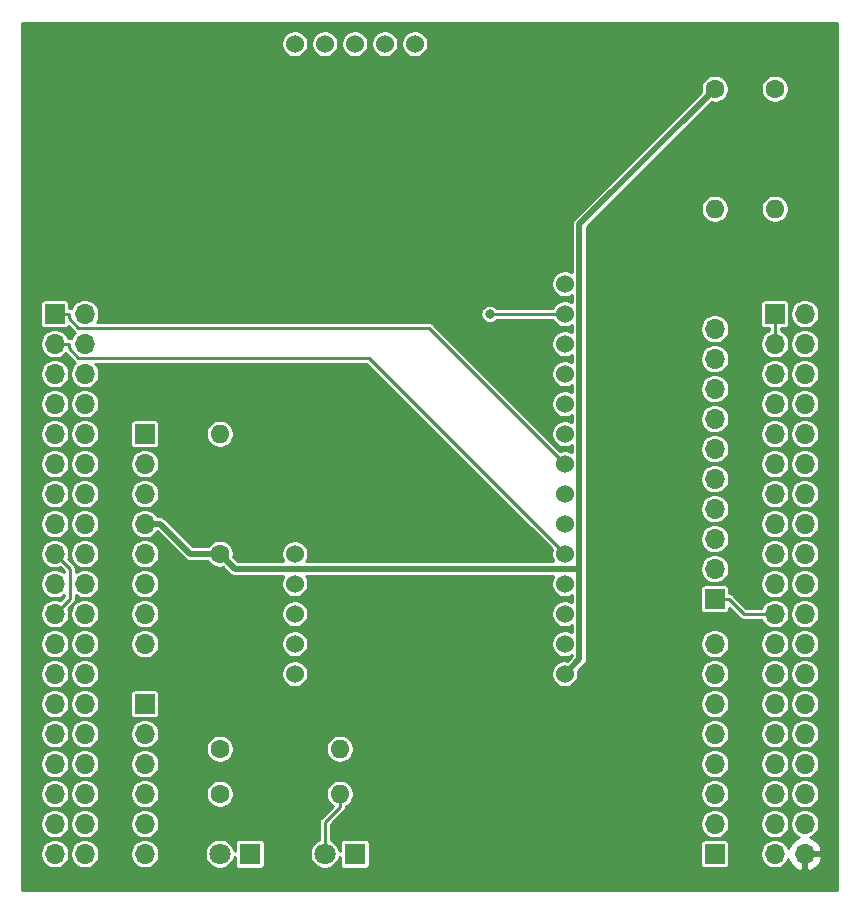
<source format=gtl>
G04 #@! TF.GenerationSoftware,KiCad,Pcbnew,5.1.5-52549c5~84~ubuntu16.04.1*
G04 #@! TF.CreationDate,2020-03-02T08:02:59+09:00*
G04 #@! TF.ProjectId,Akashi-04,416b6173-6869-42d3-9034-2e6b69636164,rev?*
G04 #@! TF.SameCoordinates,Original*
G04 #@! TF.FileFunction,Copper,L1,Top*
G04 #@! TF.FilePolarity,Positive*
%FSLAX46Y46*%
G04 Gerber Fmt 4.6, Leading zero omitted, Abs format (unit mm)*
G04 Created by KiCad (PCBNEW 5.1.5-52549c5~84~ubuntu16.04.1) date 2020-03-02 08:02:59*
%MOMM*%
%LPD*%
G04 APERTURE LIST*
%ADD10C,1.524000*%
%ADD11O,1.600000X1.600000*%
%ADD12C,1.600000*%
%ADD13O,1.700000X1.700000*%
%ADD14R,1.700000X1.700000*%
%ADD15R,1.800000X1.800000*%
%ADD16C,1.800000*%
%ADD17C,0.800000*%
%ADD18C,0.500000*%
%ADD19C,0.250000*%
%ADD20C,0.254000*%
G04 APERTURE END LIST*
D10*
X162560000Y-91440000D03*
X162560000Y-88900000D03*
X162560000Y-86360000D03*
X162560000Y-83820000D03*
X162560000Y-81280000D03*
X162560000Y-78740000D03*
X162560000Y-76200000D03*
X162560000Y-73660000D03*
X162560000Y-71120000D03*
X162560000Y-68580000D03*
X162560000Y-66040000D03*
X162560000Y-63500000D03*
X162560000Y-60960000D03*
X162560000Y-58420000D03*
X139700000Y-91440000D03*
X139700000Y-88900000D03*
X139700000Y-86360000D03*
X139700000Y-83820000D03*
X139700000Y-81280000D03*
X139700000Y-38100000D03*
X142240000Y-38100000D03*
X144780000Y-38100000D03*
X147320000Y-38100000D03*
X149860000Y-38100000D03*
D11*
X133350000Y-71120000D03*
D12*
X133350000Y-81280000D03*
D13*
X175260000Y-88900000D03*
X175260000Y-91440000D03*
X175260000Y-93980000D03*
X175260000Y-96520000D03*
X175260000Y-99060000D03*
X175260000Y-101600000D03*
X175260000Y-104140000D03*
D14*
X175260000Y-106680000D03*
D13*
X127000000Y-106680000D03*
X127000000Y-104140000D03*
X127000000Y-101600000D03*
X127000000Y-99060000D03*
X127000000Y-96520000D03*
D14*
X127000000Y-93980000D03*
D13*
X127000000Y-88900000D03*
X127000000Y-86360000D03*
X127000000Y-83820000D03*
X127000000Y-81280000D03*
X127000000Y-78740000D03*
X127000000Y-76200000D03*
X127000000Y-73660000D03*
D14*
X127000000Y-71120000D03*
D13*
X175260000Y-62230000D03*
X175260000Y-64770000D03*
X175260000Y-67310000D03*
X175260000Y-69850000D03*
X175260000Y-72390000D03*
X175260000Y-74930000D03*
X175260000Y-77470000D03*
X175260000Y-80010000D03*
X175260000Y-82550000D03*
D14*
X175260000Y-85090000D03*
D13*
X121920000Y-106680000D03*
X119380000Y-106680000D03*
X121920000Y-104140000D03*
X119380000Y-104140000D03*
X121920000Y-101600000D03*
X119380000Y-101600000D03*
X121920000Y-99060000D03*
X119380000Y-99060000D03*
X121920000Y-96520000D03*
X119380000Y-96520000D03*
X121920000Y-93980000D03*
X119380000Y-93980000D03*
X121920000Y-91440000D03*
X119380000Y-91440000D03*
X121920000Y-88900000D03*
X119380000Y-88900000D03*
X121920000Y-86360000D03*
X119380000Y-86360000D03*
X121920000Y-83820000D03*
X119380000Y-83820000D03*
X121920000Y-81280000D03*
X119380000Y-81280000D03*
X121920000Y-78740000D03*
X119380000Y-78740000D03*
X121920000Y-76200000D03*
X119380000Y-76200000D03*
X121920000Y-73660000D03*
X119380000Y-73660000D03*
X121920000Y-71120000D03*
X119380000Y-71120000D03*
X121920000Y-68580000D03*
X119380000Y-68580000D03*
X121920000Y-66040000D03*
X119380000Y-66040000D03*
X121920000Y-63500000D03*
X119380000Y-63500000D03*
X121920000Y-60960000D03*
D14*
X119380000Y-60960000D03*
X180340000Y-60960000D03*
D13*
X182880000Y-60960000D03*
X180340000Y-63500000D03*
X182880000Y-63500000D03*
X180340000Y-66040000D03*
X182880000Y-66040000D03*
X180340000Y-68580000D03*
X182880000Y-68580000D03*
X180340000Y-71120000D03*
X182880000Y-71120000D03*
X180340000Y-73660000D03*
X182880000Y-73660000D03*
X180340000Y-76200000D03*
X182880000Y-76200000D03*
X180340000Y-78740000D03*
X182880000Y-78740000D03*
X180340000Y-81280000D03*
X182880000Y-81280000D03*
X180340000Y-83820000D03*
X182880000Y-83820000D03*
X180340000Y-86360000D03*
X182880000Y-86360000D03*
X180340000Y-88900000D03*
X182880000Y-88900000D03*
X180340000Y-91440000D03*
X182880000Y-91440000D03*
X180340000Y-93980000D03*
X182880000Y-93980000D03*
X180340000Y-96520000D03*
X182880000Y-96520000D03*
X180340000Y-99060000D03*
X182880000Y-99060000D03*
X180340000Y-101600000D03*
X182880000Y-101600000D03*
X180340000Y-104140000D03*
X182880000Y-104140000D03*
X180340000Y-106680000D03*
X182880000Y-106680000D03*
D15*
X135890000Y-106680000D03*
D16*
X133350000Y-106680000D03*
X142240000Y-106680000D03*
D15*
X144780000Y-106680000D03*
D12*
X133350000Y-97790000D03*
D11*
X143510000Y-97790000D03*
X143510000Y-101600000D03*
D12*
X133350000Y-101600000D03*
D11*
X180340000Y-52070000D03*
D12*
X180340000Y-41910000D03*
X175260000Y-41910000D03*
D11*
X175260000Y-52070000D03*
D17*
X156210000Y-60960000D03*
D18*
X163804600Y-82550000D02*
X134620000Y-82550000D01*
X134620000Y-82550000D02*
X133350000Y-81280000D01*
X175260000Y-41910000D02*
X163804600Y-53365400D01*
X163804600Y-53365400D02*
X163804600Y-82550000D01*
X163804600Y-82550000D02*
X163804600Y-90195400D01*
X163804600Y-90195400D02*
X162560000Y-91440000D01*
X127000000Y-78740000D02*
X128300300Y-78740000D01*
X133350000Y-81280000D02*
X130840300Y-81280000D01*
X130840300Y-81280000D02*
X128300300Y-78740000D01*
D19*
X180340000Y-63500000D02*
X180340000Y-60960000D01*
X143510000Y-101600000D02*
X143510000Y-102725300D01*
X142240000Y-106680000D02*
X142240000Y-103995300D01*
X142240000Y-103995300D02*
X143510000Y-102725300D01*
X119380000Y-63500000D02*
X120555300Y-63500000D01*
X162560000Y-81280000D02*
X145955300Y-64675300D01*
X145955300Y-64675300D02*
X121363200Y-64675300D01*
X121363200Y-64675300D02*
X120555300Y-63867400D01*
X120555300Y-63867400D02*
X120555300Y-63500000D01*
X119380000Y-86360000D02*
X120650000Y-85090000D01*
X120650000Y-85090000D02*
X120650000Y-82550000D01*
X120650000Y-82550000D02*
X119380000Y-81280000D01*
X175260000Y-85090000D02*
X176435300Y-85090000D01*
X180340000Y-86360000D02*
X177705300Y-86360000D01*
X177705300Y-86360000D02*
X176435300Y-85090000D01*
X119380000Y-60960000D02*
X120555300Y-60960000D01*
X162560000Y-73660000D02*
X151035300Y-62135300D01*
X151035300Y-62135300D02*
X121363200Y-62135300D01*
X121363200Y-62135300D02*
X120555300Y-61327400D01*
X120555300Y-61327400D02*
X120555300Y-60960000D01*
X162560000Y-60960000D02*
X156210000Y-60960000D01*
D20*
G36*
X185649001Y-109728000D02*
G01*
X116611000Y-109728000D01*
X116611000Y-106558757D01*
X118149000Y-106558757D01*
X118149000Y-106801243D01*
X118196307Y-107039069D01*
X118289102Y-107263097D01*
X118423820Y-107464717D01*
X118595283Y-107636180D01*
X118796903Y-107770898D01*
X119020931Y-107863693D01*
X119258757Y-107911000D01*
X119501243Y-107911000D01*
X119739069Y-107863693D01*
X119963097Y-107770898D01*
X120164717Y-107636180D01*
X120336180Y-107464717D01*
X120470898Y-107263097D01*
X120563693Y-107039069D01*
X120611000Y-106801243D01*
X120611000Y-106558757D01*
X120689000Y-106558757D01*
X120689000Y-106801243D01*
X120736307Y-107039069D01*
X120829102Y-107263097D01*
X120963820Y-107464717D01*
X121135283Y-107636180D01*
X121336903Y-107770898D01*
X121560931Y-107863693D01*
X121798757Y-107911000D01*
X122041243Y-107911000D01*
X122279069Y-107863693D01*
X122503097Y-107770898D01*
X122704717Y-107636180D01*
X122876180Y-107464717D01*
X123010898Y-107263097D01*
X123103693Y-107039069D01*
X123151000Y-106801243D01*
X123151000Y-106558757D01*
X125769000Y-106558757D01*
X125769000Y-106801243D01*
X125816307Y-107039069D01*
X125909102Y-107263097D01*
X126043820Y-107464717D01*
X126215283Y-107636180D01*
X126416903Y-107770898D01*
X126640931Y-107863693D01*
X126878757Y-107911000D01*
X127121243Y-107911000D01*
X127359069Y-107863693D01*
X127583097Y-107770898D01*
X127784717Y-107636180D01*
X127956180Y-107464717D01*
X128090898Y-107263097D01*
X128183693Y-107039069D01*
X128231000Y-106801243D01*
X128231000Y-106558757D01*
X128230021Y-106553833D01*
X132069000Y-106553833D01*
X132069000Y-106806167D01*
X132118228Y-107053654D01*
X132214793Y-107286781D01*
X132354982Y-107496590D01*
X132533410Y-107675018D01*
X132743219Y-107815207D01*
X132976346Y-107911772D01*
X133223833Y-107961000D01*
X133476167Y-107961000D01*
X133723654Y-107911772D01*
X133956781Y-107815207D01*
X134166590Y-107675018D01*
X134345018Y-107496590D01*
X134485207Y-107286781D01*
X134581772Y-107053654D01*
X134607157Y-106926034D01*
X134607157Y-107580000D01*
X134614513Y-107654689D01*
X134636299Y-107726508D01*
X134671678Y-107792696D01*
X134719289Y-107850711D01*
X134777304Y-107898322D01*
X134843492Y-107933701D01*
X134915311Y-107955487D01*
X134990000Y-107962843D01*
X136790000Y-107962843D01*
X136864689Y-107955487D01*
X136936508Y-107933701D01*
X137002696Y-107898322D01*
X137060711Y-107850711D01*
X137108322Y-107792696D01*
X137143701Y-107726508D01*
X137165487Y-107654689D01*
X137172843Y-107580000D01*
X137172843Y-106553833D01*
X140959000Y-106553833D01*
X140959000Y-106806167D01*
X141008228Y-107053654D01*
X141104793Y-107286781D01*
X141244982Y-107496590D01*
X141423410Y-107675018D01*
X141633219Y-107815207D01*
X141866346Y-107911772D01*
X142113833Y-107961000D01*
X142366167Y-107961000D01*
X142613654Y-107911772D01*
X142846781Y-107815207D01*
X143056590Y-107675018D01*
X143235018Y-107496590D01*
X143375207Y-107286781D01*
X143471772Y-107053654D01*
X143497157Y-106926034D01*
X143497157Y-107580000D01*
X143504513Y-107654689D01*
X143526299Y-107726508D01*
X143561678Y-107792696D01*
X143609289Y-107850711D01*
X143667304Y-107898322D01*
X143733492Y-107933701D01*
X143805311Y-107955487D01*
X143880000Y-107962843D01*
X145680000Y-107962843D01*
X145754689Y-107955487D01*
X145826508Y-107933701D01*
X145892696Y-107898322D01*
X145950711Y-107850711D01*
X145998322Y-107792696D01*
X146033701Y-107726508D01*
X146055487Y-107654689D01*
X146062843Y-107580000D01*
X146062843Y-105830000D01*
X174027157Y-105830000D01*
X174027157Y-107530000D01*
X174034513Y-107604689D01*
X174056299Y-107676508D01*
X174091678Y-107742696D01*
X174139289Y-107800711D01*
X174197304Y-107848322D01*
X174263492Y-107883701D01*
X174335311Y-107905487D01*
X174410000Y-107912843D01*
X176110000Y-107912843D01*
X176184689Y-107905487D01*
X176256508Y-107883701D01*
X176322696Y-107848322D01*
X176380711Y-107800711D01*
X176428322Y-107742696D01*
X176463701Y-107676508D01*
X176485487Y-107604689D01*
X176492843Y-107530000D01*
X176492843Y-106558757D01*
X179109000Y-106558757D01*
X179109000Y-106801243D01*
X179156307Y-107039069D01*
X179249102Y-107263097D01*
X179383820Y-107464717D01*
X179555283Y-107636180D01*
X179756903Y-107770898D01*
X179980931Y-107863693D01*
X180218757Y-107911000D01*
X180461243Y-107911000D01*
X180699069Y-107863693D01*
X180923097Y-107770898D01*
X181124717Y-107636180D01*
X181296180Y-107464717D01*
X181430898Y-107263097D01*
X181474909Y-107156846D01*
X181483175Y-107184099D01*
X181608359Y-107446920D01*
X181782412Y-107680269D01*
X181998645Y-107875178D01*
X182248748Y-108024157D01*
X182523109Y-108121481D01*
X182753000Y-108000814D01*
X182753000Y-106807000D01*
X183007000Y-106807000D01*
X183007000Y-108000814D01*
X183236891Y-108121481D01*
X183511252Y-108024157D01*
X183761355Y-107875178D01*
X183977588Y-107680269D01*
X184151641Y-107446920D01*
X184276825Y-107184099D01*
X184321476Y-107036890D01*
X184200155Y-106807000D01*
X183007000Y-106807000D01*
X182753000Y-106807000D01*
X182733000Y-106807000D01*
X182733000Y-106553000D01*
X182753000Y-106553000D01*
X182753000Y-106533000D01*
X183007000Y-106533000D01*
X183007000Y-106553000D01*
X184200155Y-106553000D01*
X184321476Y-106323110D01*
X184276825Y-106175901D01*
X184151641Y-105913080D01*
X183977588Y-105679731D01*
X183761355Y-105484822D01*
X183511252Y-105335843D01*
X183348832Y-105278228D01*
X183463097Y-105230898D01*
X183664717Y-105096180D01*
X183836180Y-104924717D01*
X183970898Y-104723097D01*
X184063693Y-104499069D01*
X184111000Y-104261243D01*
X184111000Y-104018757D01*
X184063693Y-103780931D01*
X183970898Y-103556903D01*
X183836180Y-103355283D01*
X183664717Y-103183820D01*
X183463097Y-103049102D01*
X183239069Y-102956307D01*
X183001243Y-102909000D01*
X182758757Y-102909000D01*
X182520931Y-102956307D01*
X182296903Y-103049102D01*
X182095283Y-103183820D01*
X181923820Y-103355283D01*
X181789102Y-103556903D01*
X181696307Y-103780931D01*
X181649000Y-104018757D01*
X181649000Y-104261243D01*
X181696307Y-104499069D01*
X181789102Y-104723097D01*
X181923820Y-104924717D01*
X182095283Y-105096180D01*
X182296903Y-105230898D01*
X182411168Y-105278228D01*
X182248748Y-105335843D01*
X181998645Y-105484822D01*
X181782412Y-105679731D01*
X181608359Y-105913080D01*
X181483175Y-106175901D01*
X181474909Y-106203154D01*
X181430898Y-106096903D01*
X181296180Y-105895283D01*
X181124717Y-105723820D01*
X180923097Y-105589102D01*
X180699069Y-105496307D01*
X180461243Y-105449000D01*
X180218757Y-105449000D01*
X179980931Y-105496307D01*
X179756903Y-105589102D01*
X179555283Y-105723820D01*
X179383820Y-105895283D01*
X179249102Y-106096903D01*
X179156307Y-106320931D01*
X179109000Y-106558757D01*
X176492843Y-106558757D01*
X176492843Y-105830000D01*
X176485487Y-105755311D01*
X176463701Y-105683492D01*
X176428322Y-105617304D01*
X176380711Y-105559289D01*
X176322696Y-105511678D01*
X176256508Y-105476299D01*
X176184689Y-105454513D01*
X176110000Y-105447157D01*
X174410000Y-105447157D01*
X174335311Y-105454513D01*
X174263492Y-105476299D01*
X174197304Y-105511678D01*
X174139289Y-105559289D01*
X174091678Y-105617304D01*
X174056299Y-105683492D01*
X174034513Y-105755311D01*
X174027157Y-105830000D01*
X146062843Y-105830000D01*
X146062843Y-105780000D01*
X146055487Y-105705311D01*
X146033701Y-105633492D01*
X145998322Y-105567304D01*
X145950711Y-105509289D01*
X145892696Y-105461678D01*
X145826508Y-105426299D01*
X145754689Y-105404513D01*
X145680000Y-105397157D01*
X143880000Y-105397157D01*
X143805311Y-105404513D01*
X143733492Y-105426299D01*
X143667304Y-105461678D01*
X143609289Y-105509289D01*
X143561678Y-105567304D01*
X143526299Y-105633492D01*
X143504513Y-105705311D01*
X143497157Y-105780000D01*
X143497157Y-106433966D01*
X143471772Y-106306346D01*
X143375207Y-106073219D01*
X143235018Y-105863410D01*
X143056590Y-105684982D01*
X142846781Y-105544793D01*
X142746000Y-105503048D01*
X142746000Y-104204891D01*
X142932134Y-104018757D01*
X174029000Y-104018757D01*
X174029000Y-104261243D01*
X174076307Y-104499069D01*
X174169102Y-104723097D01*
X174303820Y-104924717D01*
X174475283Y-105096180D01*
X174676903Y-105230898D01*
X174900931Y-105323693D01*
X175138757Y-105371000D01*
X175381243Y-105371000D01*
X175619069Y-105323693D01*
X175843097Y-105230898D01*
X176044717Y-105096180D01*
X176216180Y-104924717D01*
X176350898Y-104723097D01*
X176443693Y-104499069D01*
X176491000Y-104261243D01*
X176491000Y-104018757D01*
X179109000Y-104018757D01*
X179109000Y-104261243D01*
X179156307Y-104499069D01*
X179249102Y-104723097D01*
X179383820Y-104924717D01*
X179555283Y-105096180D01*
X179756903Y-105230898D01*
X179980931Y-105323693D01*
X180218757Y-105371000D01*
X180461243Y-105371000D01*
X180699069Y-105323693D01*
X180923097Y-105230898D01*
X181124717Y-105096180D01*
X181296180Y-104924717D01*
X181430898Y-104723097D01*
X181523693Y-104499069D01*
X181571000Y-104261243D01*
X181571000Y-104018757D01*
X181523693Y-103780931D01*
X181430898Y-103556903D01*
X181296180Y-103355283D01*
X181124717Y-103183820D01*
X180923097Y-103049102D01*
X180699069Y-102956307D01*
X180461243Y-102909000D01*
X180218757Y-102909000D01*
X179980931Y-102956307D01*
X179756903Y-103049102D01*
X179555283Y-103183820D01*
X179383820Y-103355283D01*
X179249102Y-103556903D01*
X179156307Y-103780931D01*
X179109000Y-104018757D01*
X176491000Y-104018757D01*
X176443693Y-103780931D01*
X176350898Y-103556903D01*
X176216180Y-103355283D01*
X176044717Y-103183820D01*
X175843097Y-103049102D01*
X175619069Y-102956307D01*
X175381243Y-102909000D01*
X175138757Y-102909000D01*
X174900931Y-102956307D01*
X174676903Y-103049102D01*
X174475283Y-103183820D01*
X174303820Y-103355283D01*
X174169102Y-103556903D01*
X174076307Y-103780931D01*
X174029000Y-104018757D01*
X142932134Y-104018757D01*
X143850220Y-103100672D01*
X143869527Y-103084827D01*
X143932759Y-103007779D01*
X143979745Y-102919875D01*
X144008678Y-102824493D01*
X144016000Y-102750154D01*
X144016000Y-102750147D01*
X144018447Y-102725301D01*
X144016000Y-102700455D01*
X144016000Y-102668712D01*
X144069413Y-102646588D01*
X144262843Y-102517342D01*
X144427342Y-102352843D01*
X144556588Y-102159413D01*
X144645614Y-101944485D01*
X144691000Y-101716318D01*
X144691000Y-101483682D01*
X144690021Y-101478757D01*
X174029000Y-101478757D01*
X174029000Y-101721243D01*
X174076307Y-101959069D01*
X174169102Y-102183097D01*
X174303820Y-102384717D01*
X174475283Y-102556180D01*
X174676903Y-102690898D01*
X174900931Y-102783693D01*
X175138757Y-102831000D01*
X175381243Y-102831000D01*
X175619069Y-102783693D01*
X175843097Y-102690898D01*
X176044717Y-102556180D01*
X176216180Y-102384717D01*
X176350898Y-102183097D01*
X176443693Y-101959069D01*
X176491000Y-101721243D01*
X176491000Y-101478757D01*
X179109000Y-101478757D01*
X179109000Y-101721243D01*
X179156307Y-101959069D01*
X179249102Y-102183097D01*
X179383820Y-102384717D01*
X179555283Y-102556180D01*
X179756903Y-102690898D01*
X179980931Y-102783693D01*
X180218757Y-102831000D01*
X180461243Y-102831000D01*
X180699069Y-102783693D01*
X180923097Y-102690898D01*
X181124717Y-102556180D01*
X181296180Y-102384717D01*
X181430898Y-102183097D01*
X181523693Y-101959069D01*
X181571000Y-101721243D01*
X181571000Y-101478757D01*
X181649000Y-101478757D01*
X181649000Y-101721243D01*
X181696307Y-101959069D01*
X181789102Y-102183097D01*
X181923820Y-102384717D01*
X182095283Y-102556180D01*
X182296903Y-102690898D01*
X182520931Y-102783693D01*
X182758757Y-102831000D01*
X183001243Y-102831000D01*
X183239069Y-102783693D01*
X183463097Y-102690898D01*
X183664717Y-102556180D01*
X183836180Y-102384717D01*
X183970898Y-102183097D01*
X184063693Y-101959069D01*
X184111000Y-101721243D01*
X184111000Y-101478757D01*
X184063693Y-101240931D01*
X183970898Y-101016903D01*
X183836180Y-100815283D01*
X183664717Y-100643820D01*
X183463097Y-100509102D01*
X183239069Y-100416307D01*
X183001243Y-100369000D01*
X182758757Y-100369000D01*
X182520931Y-100416307D01*
X182296903Y-100509102D01*
X182095283Y-100643820D01*
X181923820Y-100815283D01*
X181789102Y-101016903D01*
X181696307Y-101240931D01*
X181649000Y-101478757D01*
X181571000Y-101478757D01*
X181523693Y-101240931D01*
X181430898Y-101016903D01*
X181296180Y-100815283D01*
X181124717Y-100643820D01*
X180923097Y-100509102D01*
X180699069Y-100416307D01*
X180461243Y-100369000D01*
X180218757Y-100369000D01*
X179980931Y-100416307D01*
X179756903Y-100509102D01*
X179555283Y-100643820D01*
X179383820Y-100815283D01*
X179249102Y-101016903D01*
X179156307Y-101240931D01*
X179109000Y-101478757D01*
X176491000Y-101478757D01*
X176443693Y-101240931D01*
X176350898Y-101016903D01*
X176216180Y-100815283D01*
X176044717Y-100643820D01*
X175843097Y-100509102D01*
X175619069Y-100416307D01*
X175381243Y-100369000D01*
X175138757Y-100369000D01*
X174900931Y-100416307D01*
X174676903Y-100509102D01*
X174475283Y-100643820D01*
X174303820Y-100815283D01*
X174169102Y-101016903D01*
X174076307Y-101240931D01*
X174029000Y-101478757D01*
X144690021Y-101478757D01*
X144645614Y-101255515D01*
X144556588Y-101040587D01*
X144427342Y-100847157D01*
X144262843Y-100682658D01*
X144069413Y-100553412D01*
X143854485Y-100464386D01*
X143626318Y-100419000D01*
X143393682Y-100419000D01*
X143165515Y-100464386D01*
X142950587Y-100553412D01*
X142757157Y-100682658D01*
X142592658Y-100847157D01*
X142463412Y-101040587D01*
X142374386Y-101255515D01*
X142329000Y-101483682D01*
X142329000Y-101716318D01*
X142374386Y-101944485D01*
X142463412Y-102159413D01*
X142592658Y-102352843D01*
X142757157Y-102517342D01*
X142904149Y-102615559D01*
X141899780Y-103619929D01*
X141880474Y-103635773D01*
X141817242Y-103712821D01*
X141792127Y-103759808D01*
X141770255Y-103800726D01*
X141741322Y-103896108D01*
X141731553Y-103995300D01*
X141734001Y-104020156D01*
X141734000Y-105503048D01*
X141633219Y-105544793D01*
X141423410Y-105684982D01*
X141244982Y-105863410D01*
X141104793Y-106073219D01*
X141008228Y-106306346D01*
X140959000Y-106553833D01*
X137172843Y-106553833D01*
X137172843Y-105780000D01*
X137165487Y-105705311D01*
X137143701Y-105633492D01*
X137108322Y-105567304D01*
X137060711Y-105509289D01*
X137002696Y-105461678D01*
X136936508Y-105426299D01*
X136864689Y-105404513D01*
X136790000Y-105397157D01*
X134990000Y-105397157D01*
X134915311Y-105404513D01*
X134843492Y-105426299D01*
X134777304Y-105461678D01*
X134719289Y-105509289D01*
X134671678Y-105567304D01*
X134636299Y-105633492D01*
X134614513Y-105705311D01*
X134607157Y-105780000D01*
X134607157Y-106433966D01*
X134581772Y-106306346D01*
X134485207Y-106073219D01*
X134345018Y-105863410D01*
X134166590Y-105684982D01*
X133956781Y-105544793D01*
X133723654Y-105448228D01*
X133476167Y-105399000D01*
X133223833Y-105399000D01*
X132976346Y-105448228D01*
X132743219Y-105544793D01*
X132533410Y-105684982D01*
X132354982Y-105863410D01*
X132214793Y-106073219D01*
X132118228Y-106306346D01*
X132069000Y-106553833D01*
X128230021Y-106553833D01*
X128183693Y-106320931D01*
X128090898Y-106096903D01*
X127956180Y-105895283D01*
X127784717Y-105723820D01*
X127583097Y-105589102D01*
X127359069Y-105496307D01*
X127121243Y-105449000D01*
X126878757Y-105449000D01*
X126640931Y-105496307D01*
X126416903Y-105589102D01*
X126215283Y-105723820D01*
X126043820Y-105895283D01*
X125909102Y-106096903D01*
X125816307Y-106320931D01*
X125769000Y-106558757D01*
X123151000Y-106558757D01*
X123103693Y-106320931D01*
X123010898Y-106096903D01*
X122876180Y-105895283D01*
X122704717Y-105723820D01*
X122503097Y-105589102D01*
X122279069Y-105496307D01*
X122041243Y-105449000D01*
X121798757Y-105449000D01*
X121560931Y-105496307D01*
X121336903Y-105589102D01*
X121135283Y-105723820D01*
X120963820Y-105895283D01*
X120829102Y-106096903D01*
X120736307Y-106320931D01*
X120689000Y-106558757D01*
X120611000Y-106558757D01*
X120563693Y-106320931D01*
X120470898Y-106096903D01*
X120336180Y-105895283D01*
X120164717Y-105723820D01*
X119963097Y-105589102D01*
X119739069Y-105496307D01*
X119501243Y-105449000D01*
X119258757Y-105449000D01*
X119020931Y-105496307D01*
X118796903Y-105589102D01*
X118595283Y-105723820D01*
X118423820Y-105895283D01*
X118289102Y-106096903D01*
X118196307Y-106320931D01*
X118149000Y-106558757D01*
X116611000Y-106558757D01*
X116611000Y-104018757D01*
X118149000Y-104018757D01*
X118149000Y-104261243D01*
X118196307Y-104499069D01*
X118289102Y-104723097D01*
X118423820Y-104924717D01*
X118595283Y-105096180D01*
X118796903Y-105230898D01*
X119020931Y-105323693D01*
X119258757Y-105371000D01*
X119501243Y-105371000D01*
X119739069Y-105323693D01*
X119963097Y-105230898D01*
X120164717Y-105096180D01*
X120336180Y-104924717D01*
X120470898Y-104723097D01*
X120563693Y-104499069D01*
X120611000Y-104261243D01*
X120611000Y-104018757D01*
X120689000Y-104018757D01*
X120689000Y-104261243D01*
X120736307Y-104499069D01*
X120829102Y-104723097D01*
X120963820Y-104924717D01*
X121135283Y-105096180D01*
X121336903Y-105230898D01*
X121560931Y-105323693D01*
X121798757Y-105371000D01*
X122041243Y-105371000D01*
X122279069Y-105323693D01*
X122503097Y-105230898D01*
X122704717Y-105096180D01*
X122876180Y-104924717D01*
X123010898Y-104723097D01*
X123103693Y-104499069D01*
X123151000Y-104261243D01*
X123151000Y-104018757D01*
X125769000Y-104018757D01*
X125769000Y-104261243D01*
X125816307Y-104499069D01*
X125909102Y-104723097D01*
X126043820Y-104924717D01*
X126215283Y-105096180D01*
X126416903Y-105230898D01*
X126640931Y-105323693D01*
X126878757Y-105371000D01*
X127121243Y-105371000D01*
X127359069Y-105323693D01*
X127583097Y-105230898D01*
X127784717Y-105096180D01*
X127956180Y-104924717D01*
X128090898Y-104723097D01*
X128183693Y-104499069D01*
X128231000Y-104261243D01*
X128231000Y-104018757D01*
X128183693Y-103780931D01*
X128090898Y-103556903D01*
X127956180Y-103355283D01*
X127784717Y-103183820D01*
X127583097Y-103049102D01*
X127359069Y-102956307D01*
X127121243Y-102909000D01*
X126878757Y-102909000D01*
X126640931Y-102956307D01*
X126416903Y-103049102D01*
X126215283Y-103183820D01*
X126043820Y-103355283D01*
X125909102Y-103556903D01*
X125816307Y-103780931D01*
X125769000Y-104018757D01*
X123151000Y-104018757D01*
X123103693Y-103780931D01*
X123010898Y-103556903D01*
X122876180Y-103355283D01*
X122704717Y-103183820D01*
X122503097Y-103049102D01*
X122279069Y-102956307D01*
X122041243Y-102909000D01*
X121798757Y-102909000D01*
X121560931Y-102956307D01*
X121336903Y-103049102D01*
X121135283Y-103183820D01*
X120963820Y-103355283D01*
X120829102Y-103556903D01*
X120736307Y-103780931D01*
X120689000Y-104018757D01*
X120611000Y-104018757D01*
X120563693Y-103780931D01*
X120470898Y-103556903D01*
X120336180Y-103355283D01*
X120164717Y-103183820D01*
X119963097Y-103049102D01*
X119739069Y-102956307D01*
X119501243Y-102909000D01*
X119258757Y-102909000D01*
X119020931Y-102956307D01*
X118796903Y-103049102D01*
X118595283Y-103183820D01*
X118423820Y-103355283D01*
X118289102Y-103556903D01*
X118196307Y-103780931D01*
X118149000Y-104018757D01*
X116611000Y-104018757D01*
X116611000Y-101478757D01*
X118149000Y-101478757D01*
X118149000Y-101721243D01*
X118196307Y-101959069D01*
X118289102Y-102183097D01*
X118423820Y-102384717D01*
X118595283Y-102556180D01*
X118796903Y-102690898D01*
X119020931Y-102783693D01*
X119258757Y-102831000D01*
X119501243Y-102831000D01*
X119739069Y-102783693D01*
X119963097Y-102690898D01*
X120164717Y-102556180D01*
X120336180Y-102384717D01*
X120470898Y-102183097D01*
X120563693Y-101959069D01*
X120611000Y-101721243D01*
X120611000Y-101478757D01*
X120689000Y-101478757D01*
X120689000Y-101721243D01*
X120736307Y-101959069D01*
X120829102Y-102183097D01*
X120963820Y-102384717D01*
X121135283Y-102556180D01*
X121336903Y-102690898D01*
X121560931Y-102783693D01*
X121798757Y-102831000D01*
X122041243Y-102831000D01*
X122279069Y-102783693D01*
X122503097Y-102690898D01*
X122704717Y-102556180D01*
X122876180Y-102384717D01*
X123010898Y-102183097D01*
X123103693Y-101959069D01*
X123151000Y-101721243D01*
X123151000Y-101478757D01*
X125769000Y-101478757D01*
X125769000Y-101721243D01*
X125816307Y-101959069D01*
X125909102Y-102183097D01*
X126043820Y-102384717D01*
X126215283Y-102556180D01*
X126416903Y-102690898D01*
X126640931Y-102783693D01*
X126878757Y-102831000D01*
X127121243Y-102831000D01*
X127359069Y-102783693D01*
X127583097Y-102690898D01*
X127784717Y-102556180D01*
X127956180Y-102384717D01*
X128090898Y-102183097D01*
X128183693Y-101959069D01*
X128231000Y-101721243D01*
X128231000Y-101483682D01*
X132169000Y-101483682D01*
X132169000Y-101716318D01*
X132214386Y-101944485D01*
X132303412Y-102159413D01*
X132432658Y-102352843D01*
X132597157Y-102517342D01*
X132790587Y-102646588D01*
X133005515Y-102735614D01*
X133233682Y-102781000D01*
X133466318Y-102781000D01*
X133694485Y-102735614D01*
X133909413Y-102646588D01*
X134102843Y-102517342D01*
X134267342Y-102352843D01*
X134396588Y-102159413D01*
X134485614Y-101944485D01*
X134531000Y-101716318D01*
X134531000Y-101483682D01*
X134485614Y-101255515D01*
X134396588Y-101040587D01*
X134267342Y-100847157D01*
X134102843Y-100682658D01*
X133909413Y-100553412D01*
X133694485Y-100464386D01*
X133466318Y-100419000D01*
X133233682Y-100419000D01*
X133005515Y-100464386D01*
X132790587Y-100553412D01*
X132597157Y-100682658D01*
X132432658Y-100847157D01*
X132303412Y-101040587D01*
X132214386Y-101255515D01*
X132169000Y-101483682D01*
X128231000Y-101483682D01*
X128231000Y-101478757D01*
X128183693Y-101240931D01*
X128090898Y-101016903D01*
X127956180Y-100815283D01*
X127784717Y-100643820D01*
X127583097Y-100509102D01*
X127359069Y-100416307D01*
X127121243Y-100369000D01*
X126878757Y-100369000D01*
X126640931Y-100416307D01*
X126416903Y-100509102D01*
X126215283Y-100643820D01*
X126043820Y-100815283D01*
X125909102Y-101016903D01*
X125816307Y-101240931D01*
X125769000Y-101478757D01*
X123151000Y-101478757D01*
X123103693Y-101240931D01*
X123010898Y-101016903D01*
X122876180Y-100815283D01*
X122704717Y-100643820D01*
X122503097Y-100509102D01*
X122279069Y-100416307D01*
X122041243Y-100369000D01*
X121798757Y-100369000D01*
X121560931Y-100416307D01*
X121336903Y-100509102D01*
X121135283Y-100643820D01*
X120963820Y-100815283D01*
X120829102Y-101016903D01*
X120736307Y-101240931D01*
X120689000Y-101478757D01*
X120611000Y-101478757D01*
X120563693Y-101240931D01*
X120470898Y-101016903D01*
X120336180Y-100815283D01*
X120164717Y-100643820D01*
X119963097Y-100509102D01*
X119739069Y-100416307D01*
X119501243Y-100369000D01*
X119258757Y-100369000D01*
X119020931Y-100416307D01*
X118796903Y-100509102D01*
X118595283Y-100643820D01*
X118423820Y-100815283D01*
X118289102Y-101016903D01*
X118196307Y-101240931D01*
X118149000Y-101478757D01*
X116611000Y-101478757D01*
X116611000Y-98938757D01*
X118149000Y-98938757D01*
X118149000Y-99181243D01*
X118196307Y-99419069D01*
X118289102Y-99643097D01*
X118423820Y-99844717D01*
X118595283Y-100016180D01*
X118796903Y-100150898D01*
X119020931Y-100243693D01*
X119258757Y-100291000D01*
X119501243Y-100291000D01*
X119739069Y-100243693D01*
X119963097Y-100150898D01*
X120164717Y-100016180D01*
X120336180Y-99844717D01*
X120470898Y-99643097D01*
X120563693Y-99419069D01*
X120611000Y-99181243D01*
X120611000Y-98938757D01*
X120689000Y-98938757D01*
X120689000Y-99181243D01*
X120736307Y-99419069D01*
X120829102Y-99643097D01*
X120963820Y-99844717D01*
X121135283Y-100016180D01*
X121336903Y-100150898D01*
X121560931Y-100243693D01*
X121798757Y-100291000D01*
X122041243Y-100291000D01*
X122279069Y-100243693D01*
X122503097Y-100150898D01*
X122704717Y-100016180D01*
X122876180Y-99844717D01*
X123010898Y-99643097D01*
X123103693Y-99419069D01*
X123151000Y-99181243D01*
X123151000Y-98938757D01*
X125769000Y-98938757D01*
X125769000Y-99181243D01*
X125816307Y-99419069D01*
X125909102Y-99643097D01*
X126043820Y-99844717D01*
X126215283Y-100016180D01*
X126416903Y-100150898D01*
X126640931Y-100243693D01*
X126878757Y-100291000D01*
X127121243Y-100291000D01*
X127359069Y-100243693D01*
X127583097Y-100150898D01*
X127784717Y-100016180D01*
X127956180Y-99844717D01*
X128090898Y-99643097D01*
X128183693Y-99419069D01*
X128231000Y-99181243D01*
X128231000Y-98938757D01*
X128183693Y-98700931D01*
X128090898Y-98476903D01*
X127956180Y-98275283D01*
X127784717Y-98103820D01*
X127583097Y-97969102D01*
X127359069Y-97876307D01*
X127121243Y-97829000D01*
X126878757Y-97829000D01*
X126640931Y-97876307D01*
X126416903Y-97969102D01*
X126215283Y-98103820D01*
X126043820Y-98275283D01*
X125909102Y-98476903D01*
X125816307Y-98700931D01*
X125769000Y-98938757D01*
X123151000Y-98938757D01*
X123103693Y-98700931D01*
X123010898Y-98476903D01*
X122876180Y-98275283D01*
X122704717Y-98103820D01*
X122503097Y-97969102D01*
X122279069Y-97876307D01*
X122041243Y-97829000D01*
X121798757Y-97829000D01*
X121560931Y-97876307D01*
X121336903Y-97969102D01*
X121135283Y-98103820D01*
X120963820Y-98275283D01*
X120829102Y-98476903D01*
X120736307Y-98700931D01*
X120689000Y-98938757D01*
X120611000Y-98938757D01*
X120563693Y-98700931D01*
X120470898Y-98476903D01*
X120336180Y-98275283D01*
X120164717Y-98103820D01*
X119963097Y-97969102D01*
X119739069Y-97876307D01*
X119501243Y-97829000D01*
X119258757Y-97829000D01*
X119020931Y-97876307D01*
X118796903Y-97969102D01*
X118595283Y-98103820D01*
X118423820Y-98275283D01*
X118289102Y-98476903D01*
X118196307Y-98700931D01*
X118149000Y-98938757D01*
X116611000Y-98938757D01*
X116611000Y-96398757D01*
X118149000Y-96398757D01*
X118149000Y-96641243D01*
X118196307Y-96879069D01*
X118289102Y-97103097D01*
X118423820Y-97304717D01*
X118595283Y-97476180D01*
X118796903Y-97610898D01*
X119020931Y-97703693D01*
X119258757Y-97751000D01*
X119501243Y-97751000D01*
X119739069Y-97703693D01*
X119963097Y-97610898D01*
X120164717Y-97476180D01*
X120336180Y-97304717D01*
X120470898Y-97103097D01*
X120563693Y-96879069D01*
X120611000Y-96641243D01*
X120611000Y-96398757D01*
X120689000Y-96398757D01*
X120689000Y-96641243D01*
X120736307Y-96879069D01*
X120829102Y-97103097D01*
X120963820Y-97304717D01*
X121135283Y-97476180D01*
X121336903Y-97610898D01*
X121560931Y-97703693D01*
X121798757Y-97751000D01*
X122041243Y-97751000D01*
X122279069Y-97703693D01*
X122503097Y-97610898D01*
X122704717Y-97476180D01*
X122876180Y-97304717D01*
X123010898Y-97103097D01*
X123103693Y-96879069D01*
X123151000Y-96641243D01*
X123151000Y-96398757D01*
X125769000Y-96398757D01*
X125769000Y-96641243D01*
X125816307Y-96879069D01*
X125909102Y-97103097D01*
X126043820Y-97304717D01*
X126215283Y-97476180D01*
X126416903Y-97610898D01*
X126640931Y-97703693D01*
X126878757Y-97751000D01*
X127121243Y-97751000D01*
X127359069Y-97703693D01*
X127431522Y-97673682D01*
X132169000Y-97673682D01*
X132169000Y-97906318D01*
X132214386Y-98134485D01*
X132303412Y-98349413D01*
X132432658Y-98542843D01*
X132597157Y-98707342D01*
X132790587Y-98836588D01*
X133005515Y-98925614D01*
X133233682Y-98971000D01*
X133466318Y-98971000D01*
X133694485Y-98925614D01*
X133909413Y-98836588D01*
X134102843Y-98707342D01*
X134267342Y-98542843D01*
X134396588Y-98349413D01*
X134485614Y-98134485D01*
X134531000Y-97906318D01*
X134531000Y-97673682D01*
X142329000Y-97673682D01*
X142329000Y-97906318D01*
X142374386Y-98134485D01*
X142463412Y-98349413D01*
X142592658Y-98542843D01*
X142757157Y-98707342D01*
X142950587Y-98836588D01*
X143165515Y-98925614D01*
X143393682Y-98971000D01*
X143626318Y-98971000D01*
X143788411Y-98938757D01*
X174029000Y-98938757D01*
X174029000Y-99181243D01*
X174076307Y-99419069D01*
X174169102Y-99643097D01*
X174303820Y-99844717D01*
X174475283Y-100016180D01*
X174676903Y-100150898D01*
X174900931Y-100243693D01*
X175138757Y-100291000D01*
X175381243Y-100291000D01*
X175619069Y-100243693D01*
X175843097Y-100150898D01*
X176044717Y-100016180D01*
X176216180Y-99844717D01*
X176350898Y-99643097D01*
X176443693Y-99419069D01*
X176491000Y-99181243D01*
X176491000Y-98938757D01*
X179109000Y-98938757D01*
X179109000Y-99181243D01*
X179156307Y-99419069D01*
X179249102Y-99643097D01*
X179383820Y-99844717D01*
X179555283Y-100016180D01*
X179756903Y-100150898D01*
X179980931Y-100243693D01*
X180218757Y-100291000D01*
X180461243Y-100291000D01*
X180699069Y-100243693D01*
X180923097Y-100150898D01*
X181124717Y-100016180D01*
X181296180Y-99844717D01*
X181430898Y-99643097D01*
X181523693Y-99419069D01*
X181571000Y-99181243D01*
X181571000Y-98938757D01*
X181649000Y-98938757D01*
X181649000Y-99181243D01*
X181696307Y-99419069D01*
X181789102Y-99643097D01*
X181923820Y-99844717D01*
X182095283Y-100016180D01*
X182296903Y-100150898D01*
X182520931Y-100243693D01*
X182758757Y-100291000D01*
X183001243Y-100291000D01*
X183239069Y-100243693D01*
X183463097Y-100150898D01*
X183664717Y-100016180D01*
X183836180Y-99844717D01*
X183970898Y-99643097D01*
X184063693Y-99419069D01*
X184111000Y-99181243D01*
X184111000Y-98938757D01*
X184063693Y-98700931D01*
X183970898Y-98476903D01*
X183836180Y-98275283D01*
X183664717Y-98103820D01*
X183463097Y-97969102D01*
X183239069Y-97876307D01*
X183001243Y-97829000D01*
X182758757Y-97829000D01*
X182520931Y-97876307D01*
X182296903Y-97969102D01*
X182095283Y-98103820D01*
X181923820Y-98275283D01*
X181789102Y-98476903D01*
X181696307Y-98700931D01*
X181649000Y-98938757D01*
X181571000Y-98938757D01*
X181523693Y-98700931D01*
X181430898Y-98476903D01*
X181296180Y-98275283D01*
X181124717Y-98103820D01*
X180923097Y-97969102D01*
X180699069Y-97876307D01*
X180461243Y-97829000D01*
X180218757Y-97829000D01*
X179980931Y-97876307D01*
X179756903Y-97969102D01*
X179555283Y-98103820D01*
X179383820Y-98275283D01*
X179249102Y-98476903D01*
X179156307Y-98700931D01*
X179109000Y-98938757D01*
X176491000Y-98938757D01*
X176443693Y-98700931D01*
X176350898Y-98476903D01*
X176216180Y-98275283D01*
X176044717Y-98103820D01*
X175843097Y-97969102D01*
X175619069Y-97876307D01*
X175381243Y-97829000D01*
X175138757Y-97829000D01*
X174900931Y-97876307D01*
X174676903Y-97969102D01*
X174475283Y-98103820D01*
X174303820Y-98275283D01*
X174169102Y-98476903D01*
X174076307Y-98700931D01*
X174029000Y-98938757D01*
X143788411Y-98938757D01*
X143854485Y-98925614D01*
X144069413Y-98836588D01*
X144262843Y-98707342D01*
X144427342Y-98542843D01*
X144556588Y-98349413D01*
X144645614Y-98134485D01*
X144691000Y-97906318D01*
X144691000Y-97673682D01*
X144645614Y-97445515D01*
X144556588Y-97230587D01*
X144427342Y-97037157D01*
X144262843Y-96872658D01*
X144069413Y-96743412D01*
X143854485Y-96654386D01*
X143626318Y-96609000D01*
X143393682Y-96609000D01*
X143165515Y-96654386D01*
X142950587Y-96743412D01*
X142757157Y-96872658D01*
X142592658Y-97037157D01*
X142463412Y-97230587D01*
X142374386Y-97445515D01*
X142329000Y-97673682D01*
X134531000Y-97673682D01*
X134485614Y-97445515D01*
X134396588Y-97230587D01*
X134267342Y-97037157D01*
X134102843Y-96872658D01*
X133909413Y-96743412D01*
X133694485Y-96654386D01*
X133466318Y-96609000D01*
X133233682Y-96609000D01*
X133005515Y-96654386D01*
X132790587Y-96743412D01*
X132597157Y-96872658D01*
X132432658Y-97037157D01*
X132303412Y-97230587D01*
X132214386Y-97445515D01*
X132169000Y-97673682D01*
X127431522Y-97673682D01*
X127583097Y-97610898D01*
X127784717Y-97476180D01*
X127956180Y-97304717D01*
X128090898Y-97103097D01*
X128183693Y-96879069D01*
X128231000Y-96641243D01*
X128231000Y-96398757D01*
X174029000Y-96398757D01*
X174029000Y-96641243D01*
X174076307Y-96879069D01*
X174169102Y-97103097D01*
X174303820Y-97304717D01*
X174475283Y-97476180D01*
X174676903Y-97610898D01*
X174900931Y-97703693D01*
X175138757Y-97751000D01*
X175381243Y-97751000D01*
X175619069Y-97703693D01*
X175843097Y-97610898D01*
X176044717Y-97476180D01*
X176216180Y-97304717D01*
X176350898Y-97103097D01*
X176443693Y-96879069D01*
X176491000Y-96641243D01*
X176491000Y-96398757D01*
X179109000Y-96398757D01*
X179109000Y-96641243D01*
X179156307Y-96879069D01*
X179249102Y-97103097D01*
X179383820Y-97304717D01*
X179555283Y-97476180D01*
X179756903Y-97610898D01*
X179980931Y-97703693D01*
X180218757Y-97751000D01*
X180461243Y-97751000D01*
X180699069Y-97703693D01*
X180923097Y-97610898D01*
X181124717Y-97476180D01*
X181296180Y-97304717D01*
X181430898Y-97103097D01*
X181523693Y-96879069D01*
X181571000Y-96641243D01*
X181571000Y-96398757D01*
X181649000Y-96398757D01*
X181649000Y-96641243D01*
X181696307Y-96879069D01*
X181789102Y-97103097D01*
X181923820Y-97304717D01*
X182095283Y-97476180D01*
X182296903Y-97610898D01*
X182520931Y-97703693D01*
X182758757Y-97751000D01*
X183001243Y-97751000D01*
X183239069Y-97703693D01*
X183463097Y-97610898D01*
X183664717Y-97476180D01*
X183836180Y-97304717D01*
X183970898Y-97103097D01*
X184063693Y-96879069D01*
X184111000Y-96641243D01*
X184111000Y-96398757D01*
X184063693Y-96160931D01*
X183970898Y-95936903D01*
X183836180Y-95735283D01*
X183664717Y-95563820D01*
X183463097Y-95429102D01*
X183239069Y-95336307D01*
X183001243Y-95289000D01*
X182758757Y-95289000D01*
X182520931Y-95336307D01*
X182296903Y-95429102D01*
X182095283Y-95563820D01*
X181923820Y-95735283D01*
X181789102Y-95936903D01*
X181696307Y-96160931D01*
X181649000Y-96398757D01*
X181571000Y-96398757D01*
X181523693Y-96160931D01*
X181430898Y-95936903D01*
X181296180Y-95735283D01*
X181124717Y-95563820D01*
X180923097Y-95429102D01*
X180699069Y-95336307D01*
X180461243Y-95289000D01*
X180218757Y-95289000D01*
X179980931Y-95336307D01*
X179756903Y-95429102D01*
X179555283Y-95563820D01*
X179383820Y-95735283D01*
X179249102Y-95936903D01*
X179156307Y-96160931D01*
X179109000Y-96398757D01*
X176491000Y-96398757D01*
X176443693Y-96160931D01*
X176350898Y-95936903D01*
X176216180Y-95735283D01*
X176044717Y-95563820D01*
X175843097Y-95429102D01*
X175619069Y-95336307D01*
X175381243Y-95289000D01*
X175138757Y-95289000D01*
X174900931Y-95336307D01*
X174676903Y-95429102D01*
X174475283Y-95563820D01*
X174303820Y-95735283D01*
X174169102Y-95936903D01*
X174076307Y-96160931D01*
X174029000Y-96398757D01*
X128231000Y-96398757D01*
X128183693Y-96160931D01*
X128090898Y-95936903D01*
X127956180Y-95735283D01*
X127784717Y-95563820D01*
X127583097Y-95429102D01*
X127359069Y-95336307D01*
X127121243Y-95289000D01*
X126878757Y-95289000D01*
X126640931Y-95336307D01*
X126416903Y-95429102D01*
X126215283Y-95563820D01*
X126043820Y-95735283D01*
X125909102Y-95936903D01*
X125816307Y-96160931D01*
X125769000Y-96398757D01*
X123151000Y-96398757D01*
X123103693Y-96160931D01*
X123010898Y-95936903D01*
X122876180Y-95735283D01*
X122704717Y-95563820D01*
X122503097Y-95429102D01*
X122279069Y-95336307D01*
X122041243Y-95289000D01*
X121798757Y-95289000D01*
X121560931Y-95336307D01*
X121336903Y-95429102D01*
X121135283Y-95563820D01*
X120963820Y-95735283D01*
X120829102Y-95936903D01*
X120736307Y-96160931D01*
X120689000Y-96398757D01*
X120611000Y-96398757D01*
X120563693Y-96160931D01*
X120470898Y-95936903D01*
X120336180Y-95735283D01*
X120164717Y-95563820D01*
X119963097Y-95429102D01*
X119739069Y-95336307D01*
X119501243Y-95289000D01*
X119258757Y-95289000D01*
X119020931Y-95336307D01*
X118796903Y-95429102D01*
X118595283Y-95563820D01*
X118423820Y-95735283D01*
X118289102Y-95936903D01*
X118196307Y-96160931D01*
X118149000Y-96398757D01*
X116611000Y-96398757D01*
X116611000Y-93858757D01*
X118149000Y-93858757D01*
X118149000Y-94101243D01*
X118196307Y-94339069D01*
X118289102Y-94563097D01*
X118423820Y-94764717D01*
X118595283Y-94936180D01*
X118796903Y-95070898D01*
X119020931Y-95163693D01*
X119258757Y-95211000D01*
X119501243Y-95211000D01*
X119739069Y-95163693D01*
X119963097Y-95070898D01*
X120164717Y-94936180D01*
X120336180Y-94764717D01*
X120470898Y-94563097D01*
X120563693Y-94339069D01*
X120611000Y-94101243D01*
X120611000Y-93858757D01*
X120689000Y-93858757D01*
X120689000Y-94101243D01*
X120736307Y-94339069D01*
X120829102Y-94563097D01*
X120963820Y-94764717D01*
X121135283Y-94936180D01*
X121336903Y-95070898D01*
X121560931Y-95163693D01*
X121798757Y-95211000D01*
X122041243Y-95211000D01*
X122279069Y-95163693D01*
X122503097Y-95070898D01*
X122704717Y-94936180D01*
X122876180Y-94764717D01*
X123010898Y-94563097D01*
X123103693Y-94339069D01*
X123151000Y-94101243D01*
X123151000Y-93858757D01*
X123103693Y-93620931D01*
X123010898Y-93396903D01*
X122876180Y-93195283D01*
X122810897Y-93130000D01*
X125767157Y-93130000D01*
X125767157Y-94830000D01*
X125774513Y-94904689D01*
X125796299Y-94976508D01*
X125831678Y-95042696D01*
X125879289Y-95100711D01*
X125937304Y-95148322D01*
X126003492Y-95183701D01*
X126075311Y-95205487D01*
X126150000Y-95212843D01*
X127850000Y-95212843D01*
X127924689Y-95205487D01*
X127996508Y-95183701D01*
X128062696Y-95148322D01*
X128120711Y-95100711D01*
X128168322Y-95042696D01*
X128203701Y-94976508D01*
X128225487Y-94904689D01*
X128232843Y-94830000D01*
X128232843Y-93858757D01*
X174029000Y-93858757D01*
X174029000Y-94101243D01*
X174076307Y-94339069D01*
X174169102Y-94563097D01*
X174303820Y-94764717D01*
X174475283Y-94936180D01*
X174676903Y-95070898D01*
X174900931Y-95163693D01*
X175138757Y-95211000D01*
X175381243Y-95211000D01*
X175619069Y-95163693D01*
X175843097Y-95070898D01*
X176044717Y-94936180D01*
X176216180Y-94764717D01*
X176350898Y-94563097D01*
X176443693Y-94339069D01*
X176491000Y-94101243D01*
X176491000Y-93858757D01*
X179109000Y-93858757D01*
X179109000Y-94101243D01*
X179156307Y-94339069D01*
X179249102Y-94563097D01*
X179383820Y-94764717D01*
X179555283Y-94936180D01*
X179756903Y-95070898D01*
X179980931Y-95163693D01*
X180218757Y-95211000D01*
X180461243Y-95211000D01*
X180699069Y-95163693D01*
X180923097Y-95070898D01*
X181124717Y-94936180D01*
X181296180Y-94764717D01*
X181430898Y-94563097D01*
X181523693Y-94339069D01*
X181571000Y-94101243D01*
X181571000Y-93858757D01*
X181649000Y-93858757D01*
X181649000Y-94101243D01*
X181696307Y-94339069D01*
X181789102Y-94563097D01*
X181923820Y-94764717D01*
X182095283Y-94936180D01*
X182296903Y-95070898D01*
X182520931Y-95163693D01*
X182758757Y-95211000D01*
X183001243Y-95211000D01*
X183239069Y-95163693D01*
X183463097Y-95070898D01*
X183664717Y-94936180D01*
X183836180Y-94764717D01*
X183970898Y-94563097D01*
X184063693Y-94339069D01*
X184111000Y-94101243D01*
X184111000Y-93858757D01*
X184063693Y-93620931D01*
X183970898Y-93396903D01*
X183836180Y-93195283D01*
X183664717Y-93023820D01*
X183463097Y-92889102D01*
X183239069Y-92796307D01*
X183001243Y-92749000D01*
X182758757Y-92749000D01*
X182520931Y-92796307D01*
X182296903Y-92889102D01*
X182095283Y-93023820D01*
X181923820Y-93195283D01*
X181789102Y-93396903D01*
X181696307Y-93620931D01*
X181649000Y-93858757D01*
X181571000Y-93858757D01*
X181523693Y-93620931D01*
X181430898Y-93396903D01*
X181296180Y-93195283D01*
X181124717Y-93023820D01*
X180923097Y-92889102D01*
X180699069Y-92796307D01*
X180461243Y-92749000D01*
X180218757Y-92749000D01*
X179980931Y-92796307D01*
X179756903Y-92889102D01*
X179555283Y-93023820D01*
X179383820Y-93195283D01*
X179249102Y-93396903D01*
X179156307Y-93620931D01*
X179109000Y-93858757D01*
X176491000Y-93858757D01*
X176443693Y-93620931D01*
X176350898Y-93396903D01*
X176216180Y-93195283D01*
X176044717Y-93023820D01*
X175843097Y-92889102D01*
X175619069Y-92796307D01*
X175381243Y-92749000D01*
X175138757Y-92749000D01*
X174900931Y-92796307D01*
X174676903Y-92889102D01*
X174475283Y-93023820D01*
X174303820Y-93195283D01*
X174169102Y-93396903D01*
X174076307Y-93620931D01*
X174029000Y-93858757D01*
X128232843Y-93858757D01*
X128232843Y-93130000D01*
X128225487Y-93055311D01*
X128203701Y-92983492D01*
X128168322Y-92917304D01*
X128120711Y-92859289D01*
X128062696Y-92811678D01*
X127996508Y-92776299D01*
X127924689Y-92754513D01*
X127850000Y-92747157D01*
X126150000Y-92747157D01*
X126075311Y-92754513D01*
X126003492Y-92776299D01*
X125937304Y-92811678D01*
X125879289Y-92859289D01*
X125831678Y-92917304D01*
X125796299Y-92983492D01*
X125774513Y-93055311D01*
X125767157Y-93130000D01*
X122810897Y-93130000D01*
X122704717Y-93023820D01*
X122503097Y-92889102D01*
X122279069Y-92796307D01*
X122041243Y-92749000D01*
X121798757Y-92749000D01*
X121560931Y-92796307D01*
X121336903Y-92889102D01*
X121135283Y-93023820D01*
X120963820Y-93195283D01*
X120829102Y-93396903D01*
X120736307Y-93620931D01*
X120689000Y-93858757D01*
X120611000Y-93858757D01*
X120563693Y-93620931D01*
X120470898Y-93396903D01*
X120336180Y-93195283D01*
X120164717Y-93023820D01*
X119963097Y-92889102D01*
X119739069Y-92796307D01*
X119501243Y-92749000D01*
X119258757Y-92749000D01*
X119020931Y-92796307D01*
X118796903Y-92889102D01*
X118595283Y-93023820D01*
X118423820Y-93195283D01*
X118289102Y-93396903D01*
X118196307Y-93620931D01*
X118149000Y-93858757D01*
X116611000Y-93858757D01*
X116611000Y-91318757D01*
X118149000Y-91318757D01*
X118149000Y-91561243D01*
X118196307Y-91799069D01*
X118289102Y-92023097D01*
X118423820Y-92224717D01*
X118595283Y-92396180D01*
X118796903Y-92530898D01*
X119020931Y-92623693D01*
X119258757Y-92671000D01*
X119501243Y-92671000D01*
X119739069Y-92623693D01*
X119963097Y-92530898D01*
X120164717Y-92396180D01*
X120336180Y-92224717D01*
X120470898Y-92023097D01*
X120563693Y-91799069D01*
X120611000Y-91561243D01*
X120611000Y-91318757D01*
X120689000Y-91318757D01*
X120689000Y-91561243D01*
X120736307Y-91799069D01*
X120829102Y-92023097D01*
X120963820Y-92224717D01*
X121135283Y-92396180D01*
X121336903Y-92530898D01*
X121560931Y-92623693D01*
X121798757Y-92671000D01*
X122041243Y-92671000D01*
X122279069Y-92623693D01*
X122503097Y-92530898D01*
X122704717Y-92396180D01*
X122876180Y-92224717D01*
X123010898Y-92023097D01*
X123103693Y-91799069D01*
X123151000Y-91561243D01*
X123151000Y-91327424D01*
X138557000Y-91327424D01*
X138557000Y-91552576D01*
X138600925Y-91773401D01*
X138687087Y-91981413D01*
X138812174Y-92168620D01*
X138971380Y-92327826D01*
X139158587Y-92452913D01*
X139366599Y-92539075D01*
X139587424Y-92583000D01*
X139812576Y-92583000D01*
X140033401Y-92539075D01*
X140241413Y-92452913D01*
X140428620Y-92327826D01*
X140587826Y-92168620D01*
X140712913Y-91981413D01*
X140799075Y-91773401D01*
X140843000Y-91552576D01*
X140843000Y-91327424D01*
X140799075Y-91106599D01*
X140712913Y-90898587D01*
X140587826Y-90711380D01*
X140428620Y-90552174D01*
X140241413Y-90427087D01*
X140033401Y-90340925D01*
X139812576Y-90297000D01*
X139587424Y-90297000D01*
X139366599Y-90340925D01*
X139158587Y-90427087D01*
X138971380Y-90552174D01*
X138812174Y-90711380D01*
X138687087Y-90898587D01*
X138600925Y-91106599D01*
X138557000Y-91327424D01*
X123151000Y-91327424D01*
X123151000Y-91318757D01*
X123103693Y-91080931D01*
X123010898Y-90856903D01*
X122876180Y-90655283D01*
X122704717Y-90483820D01*
X122503097Y-90349102D01*
X122279069Y-90256307D01*
X122041243Y-90209000D01*
X121798757Y-90209000D01*
X121560931Y-90256307D01*
X121336903Y-90349102D01*
X121135283Y-90483820D01*
X120963820Y-90655283D01*
X120829102Y-90856903D01*
X120736307Y-91080931D01*
X120689000Y-91318757D01*
X120611000Y-91318757D01*
X120563693Y-91080931D01*
X120470898Y-90856903D01*
X120336180Y-90655283D01*
X120164717Y-90483820D01*
X119963097Y-90349102D01*
X119739069Y-90256307D01*
X119501243Y-90209000D01*
X119258757Y-90209000D01*
X119020931Y-90256307D01*
X118796903Y-90349102D01*
X118595283Y-90483820D01*
X118423820Y-90655283D01*
X118289102Y-90856903D01*
X118196307Y-91080931D01*
X118149000Y-91318757D01*
X116611000Y-91318757D01*
X116611000Y-88778757D01*
X118149000Y-88778757D01*
X118149000Y-89021243D01*
X118196307Y-89259069D01*
X118289102Y-89483097D01*
X118423820Y-89684717D01*
X118595283Y-89856180D01*
X118796903Y-89990898D01*
X119020931Y-90083693D01*
X119258757Y-90131000D01*
X119501243Y-90131000D01*
X119739069Y-90083693D01*
X119963097Y-89990898D01*
X120164717Y-89856180D01*
X120336180Y-89684717D01*
X120470898Y-89483097D01*
X120563693Y-89259069D01*
X120611000Y-89021243D01*
X120611000Y-88778757D01*
X120689000Y-88778757D01*
X120689000Y-89021243D01*
X120736307Y-89259069D01*
X120829102Y-89483097D01*
X120963820Y-89684717D01*
X121135283Y-89856180D01*
X121336903Y-89990898D01*
X121560931Y-90083693D01*
X121798757Y-90131000D01*
X122041243Y-90131000D01*
X122279069Y-90083693D01*
X122503097Y-89990898D01*
X122704717Y-89856180D01*
X122876180Y-89684717D01*
X123010898Y-89483097D01*
X123103693Y-89259069D01*
X123151000Y-89021243D01*
X123151000Y-88778757D01*
X125769000Y-88778757D01*
X125769000Y-89021243D01*
X125816307Y-89259069D01*
X125909102Y-89483097D01*
X126043820Y-89684717D01*
X126215283Y-89856180D01*
X126416903Y-89990898D01*
X126640931Y-90083693D01*
X126878757Y-90131000D01*
X127121243Y-90131000D01*
X127359069Y-90083693D01*
X127583097Y-89990898D01*
X127784717Y-89856180D01*
X127956180Y-89684717D01*
X128090898Y-89483097D01*
X128183693Y-89259069D01*
X128231000Y-89021243D01*
X128231000Y-88787424D01*
X138557000Y-88787424D01*
X138557000Y-89012576D01*
X138600925Y-89233401D01*
X138687087Y-89441413D01*
X138812174Y-89628620D01*
X138971380Y-89787826D01*
X139158587Y-89912913D01*
X139366599Y-89999075D01*
X139587424Y-90043000D01*
X139812576Y-90043000D01*
X140033401Y-89999075D01*
X140241413Y-89912913D01*
X140428620Y-89787826D01*
X140587826Y-89628620D01*
X140712913Y-89441413D01*
X140799075Y-89233401D01*
X140843000Y-89012576D01*
X140843000Y-88787424D01*
X140799075Y-88566599D01*
X140712913Y-88358587D01*
X140587826Y-88171380D01*
X140428620Y-88012174D01*
X140241413Y-87887087D01*
X140033401Y-87800925D01*
X139812576Y-87757000D01*
X139587424Y-87757000D01*
X139366599Y-87800925D01*
X139158587Y-87887087D01*
X138971380Y-88012174D01*
X138812174Y-88171380D01*
X138687087Y-88358587D01*
X138600925Y-88566599D01*
X138557000Y-88787424D01*
X128231000Y-88787424D01*
X128231000Y-88778757D01*
X128183693Y-88540931D01*
X128090898Y-88316903D01*
X127956180Y-88115283D01*
X127784717Y-87943820D01*
X127583097Y-87809102D01*
X127359069Y-87716307D01*
X127121243Y-87669000D01*
X126878757Y-87669000D01*
X126640931Y-87716307D01*
X126416903Y-87809102D01*
X126215283Y-87943820D01*
X126043820Y-88115283D01*
X125909102Y-88316903D01*
X125816307Y-88540931D01*
X125769000Y-88778757D01*
X123151000Y-88778757D01*
X123103693Y-88540931D01*
X123010898Y-88316903D01*
X122876180Y-88115283D01*
X122704717Y-87943820D01*
X122503097Y-87809102D01*
X122279069Y-87716307D01*
X122041243Y-87669000D01*
X121798757Y-87669000D01*
X121560931Y-87716307D01*
X121336903Y-87809102D01*
X121135283Y-87943820D01*
X120963820Y-88115283D01*
X120829102Y-88316903D01*
X120736307Y-88540931D01*
X120689000Y-88778757D01*
X120611000Y-88778757D01*
X120563693Y-88540931D01*
X120470898Y-88316903D01*
X120336180Y-88115283D01*
X120164717Y-87943820D01*
X119963097Y-87809102D01*
X119739069Y-87716307D01*
X119501243Y-87669000D01*
X119258757Y-87669000D01*
X119020931Y-87716307D01*
X118796903Y-87809102D01*
X118595283Y-87943820D01*
X118423820Y-88115283D01*
X118289102Y-88316903D01*
X118196307Y-88540931D01*
X118149000Y-88778757D01*
X116611000Y-88778757D01*
X116611000Y-81158757D01*
X118149000Y-81158757D01*
X118149000Y-81401243D01*
X118196307Y-81639069D01*
X118289102Y-81863097D01*
X118423820Y-82064717D01*
X118595283Y-82236180D01*
X118796903Y-82370898D01*
X119020931Y-82463693D01*
X119258757Y-82511000D01*
X119501243Y-82511000D01*
X119739069Y-82463693D01*
X119816167Y-82431758D01*
X120144001Y-82759593D01*
X120144001Y-82849978D01*
X119963097Y-82729102D01*
X119739069Y-82636307D01*
X119501243Y-82589000D01*
X119258757Y-82589000D01*
X119020931Y-82636307D01*
X118796903Y-82729102D01*
X118595283Y-82863820D01*
X118423820Y-83035283D01*
X118289102Y-83236903D01*
X118196307Y-83460931D01*
X118149000Y-83698757D01*
X118149000Y-83941243D01*
X118196307Y-84179069D01*
X118289102Y-84403097D01*
X118423820Y-84604717D01*
X118595283Y-84776180D01*
X118796903Y-84910898D01*
X119020931Y-85003693D01*
X119258757Y-85051000D01*
X119501243Y-85051000D01*
X119739069Y-85003693D01*
X119963097Y-84910898D01*
X120144000Y-84790023D01*
X120144000Y-84880408D01*
X119816167Y-85208242D01*
X119739069Y-85176307D01*
X119501243Y-85129000D01*
X119258757Y-85129000D01*
X119020931Y-85176307D01*
X118796903Y-85269102D01*
X118595283Y-85403820D01*
X118423820Y-85575283D01*
X118289102Y-85776903D01*
X118196307Y-86000931D01*
X118149000Y-86238757D01*
X118149000Y-86481243D01*
X118196307Y-86719069D01*
X118289102Y-86943097D01*
X118423820Y-87144717D01*
X118595283Y-87316180D01*
X118796903Y-87450898D01*
X119020931Y-87543693D01*
X119258757Y-87591000D01*
X119501243Y-87591000D01*
X119739069Y-87543693D01*
X119963097Y-87450898D01*
X120164717Y-87316180D01*
X120336180Y-87144717D01*
X120470898Y-86943097D01*
X120563693Y-86719069D01*
X120611000Y-86481243D01*
X120611000Y-86238757D01*
X120689000Y-86238757D01*
X120689000Y-86481243D01*
X120736307Y-86719069D01*
X120829102Y-86943097D01*
X120963820Y-87144717D01*
X121135283Y-87316180D01*
X121336903Y-87450898D01*
X121560931Y-87543693D01*
X121798757Y-87591000D01*
X122041243Y-87591000D01*
X122279069Y-87543693D01*
X122503097Y-87450898D01*
X122704717Y-87316180D01*
X122876180Y-87144717D01*
X123010898Y-86943097D01*
X123103693Y-86719069D01*
X123151000Y-86481243D01*
X123151000Y-86238757D01*
X125769000Y-86238757D01*
X125769000Y-86481243D01*
X125816307Y-86719069D01*
X125909102Y-86943097D01*
X126043820Y-87144717D01*
X126215283Y-87316180D01*
X126416903Y-87450898D01*
X126640931Y-87543693D01*
X126878757Y-87591000D01*
X127121243Y-87591000D01*
X127359069Y-87543693D01*
X127583097Y-87450898D01*
X127784717Y-87316180D01*
X127956180Y-87144717D01*
X128090898Y-86943097D01*
X128183693Y-86719069D01*
X128231000Y-86481243D01*
X128231000Y-86247424D01*
X138557000Y-86247424D01*
X138557000Y-86472576D01*
X138600925Y-86693401D01*
X138687087Y-86901413D01*
X138812174Y-87088620D01*
X138971380Y-87247826D01*
X139158587Y-87372913D01*
X139366599Y-87459075D01*
X139587424Y-87503000D01*
X139812576Y-87503000D01*
X140033401Y-87459075D01*
X140241413Y-87372913D01*
X140428620Y-87247826D01*
X140587826Y-87088620D01*
X140712913Y-86901413D01*
X140799075Y-86693401D01*
X140843000Y-86472576D01*
X140843000Y-86247424D01*
X140799075Y-86026599D01*
X140712913Y-85818587D01*
X140587826Y-85631380D01*
X140428620Y-85472174D01*
X140241413Y-85347087D01*
X140033401Y-85260925D01*
X139812576Y-85217000D01*
X139587424Y-85217000D01*
X139366599Y-85260925D01*
X139158587Y-85347087D01*
X138971380Y-85472174D01*
X138812174Y-85631380D01*
X138687087Y-85818587D01*
X138600925Y-86026599D01*
X138557000Y-86247424D01*
X128231000Y-86247424D01*
X128231000Y-86238757D01*
X128183693Y-86000931D01*
X128090898Y-85776903D01*
X127956180Y-85575283D01*
X127784717Y-85403820D01*
X127583097Y-85269102D01*
X127359069Y-85176307D01*
X127121243Y-85129000D01*
X126878757Y-85129000D01*
X126640931Y-85176307D01*
X126416903Y-85269102D01*
X126215283Y-85403820D01*
X126043820Y-85575283D01*
X125909102Y-85776903D01*
X125816307Y-86000931D01*
X125769000Y-86238757D01*
X123151000Y-86238757D01*
X123103693Y-86000931D01*
X123010898Y-85776903D01*
X122876180Y-85575283D01*
X122704717Y-85403820D01*
X122503097Y-85269102D01*
X122279069Y-85176307D01*
X122041243Y-85129000D01*
X121798757Y-85129000D01*
X121560931Y-85176307D01*
X121336903Y-85269102D01*
X121135283Y-85403820D01*
X120963820Y-85575283D01*
X120829102Y-85776903D01*
X120736307Y-86000931D01*
X120689000Y-86238757D01*
X120611000Y-86238757D01*
X120563693Y-86000931D01*
X120531758Y-85923833D01*
X120990220Y-85465372D01*
X121009527Y-85449527D01*
X121072759Y-85372479D01*
X121119745Y-85284575D01*
X121148678Y-85189193D01*
X121156000Y-85114854D01*
X121156000Y-85114847D01*
X121158447Y-85090001D01*
X121156000Y-85065155D01*
X121156000Y-84790023D01*
X121336903Y-84910898D01*
X121560931Y-85003693D01*
X121798757Y-85051000D01*
X122041243Y-85051000D01*
X122279069Y-85003693D01*
X122503097Y-84910898D01*
X122704717Y-84776180D01*
X122876180Y-84604717D01*
X123010898Y-84403097D01*
X123103693Y-84179069D01*
X123151000Y-83941243D01*
X123151000Y-83698757D01*
X125769000Y-83698757D01*
X125769000Y-83941243D01*
X125816307Y-84179069D01*
X125909102Y-84403097D01*
X126043820Y-84604717D01*
X126215283Y-84776180D01*
X126416903Y-84910898D01*
X126640931Y-85003693D01*
X126878757Y-85051000D01*
X127121243Y-85051000D01*
X127359069Y-85003693D01*
X127583097Y-84910898D01*
X127784717Y-84776180D01*
X127956180Y-84604717D01*
X128090898Y-84403097D01*
X128183693Y-84179069D01*
X128231000Y-83941243D01*
X128231000Y-83698757D01*
X128183693Y-83460931D01*
X128090898Y-83236903D01*
X127956180Y-83035283D01*
X127784717Y-82863820D01*
X127583097Y-82729102D01*
X127359069Y-82636307D01*
X127121243Y-82589000D01*
X126878757Y-82589000D01*
X126640931Y-82636307D01*
X126416903Y-82729102D01*
X126215283Y-82863820D01*
X126043820Y-83035283D01*
X125909102Y-83236903D01*
X125816307Y-83460931D01*
X125769000Y-83698757D01*
X123151000Y-83698757D01*
X123103693Y-83460931D01*
X123010898Y-83236903D01*
X122876180Y-83035283D01*
X122704717Y-82863820D01*
X122503097Y-82729102D01*
X122279069Y-82636307D01*
X122041243Y-82589000D01*
X121798757Y-82589000D01*
X121560931Y-82636307D01*
X121336903Y-82729102D01*
X121156000Y-82849977D01*
X121156000Y-82574845D01*
X121158447Y-82549999D01*
X121156000Y-82525153D01*
X121156000Y-82525146D01*
X121148678Y-82450807D01*
X121141990Y-82428757D01*
X121119745Y-82355425D01*
X121104331Y-82326588D01*
X121072759Y-82267521D01*
X121009527Y-82190473D01*
X120990220Y-82174628D01*
X120531758Y-81716167D01*
X120563693Y-81639069D01*
X120611000Y-81401243D01*
X120611000Y-81158757D01*
X120689000Y-81158757D01*
X120689000Y-81401243D01*
X120736307Y-81639069D01*
X120829102Y-81863097D01*
X120963820Y-82064717D01*
X121135283Y-82236180D01*
X121336903Y-82370898D01*
X121560931Y-82463693D01*
X121798757Y-82511000D01*
X122041243Y-82511000D01*
X122279069Y-82463693D01*
X122503097Y-82370898D01*
X122704717Y-82236180D01*
X122876180Y-82064717D01*
X123010898Y-81863097D01*
X123103693Y-81639069D01*
X123151000Y-81401243D01*
X123151000Y-81158757D01*
X125769000Y-81158757D01*
X125769000Y-81401243D01*
X125816307Y-81639069D01*
X125909102Y-81863097D01*
X126043820Y-82064717D01*
X126215283Y-82236180D01*
X126416903Y-82370898D01*
X126640931Y-82463693D01*
X126878757Y-82511000D01*
X127121243Y-82511000D01*
X127359069Y-82463693D01*
X127583097Y-82370898D01*
X127784717Y-82236180D01*
X127956180Y-82064717D01*
X128090898Y-81863097D01*
X128183693Y-81639069D01*
X128231000Y-81401243D01*
X128231000Y-81158757D01*
X128183693Y-80920931D01*
X128090898Y-80696903D01*
X127956180Y-80495283D01*
X127784717Y-80323820D01*
X127583097Y-80189102D01*
X127359069Y-80096307D01*
X127121243Y-80049000D01*
X126878757Y-80049000D01*
X126640931Y-80096307D01*
X126416903Y-80189102D01*
X126215283Y-80323820D01*
X126043820Y-80495283D01*
X125909102Y-80696903D01*
X125816307Y-80920931D01*
X125769000Y-81158757D01*
X123151000Y-81158757D01*
X123103693Y-80920931D01*
X123010898Y-80696903D01*
X122876180Y-80495283D01*
X122704717Y-80323820D01*
X122503097Y-80189102D01*
X122279069Y-80096307D01*
X122041243Y-80049000D01*
X121798757Y-80049000D01*
X121560931Y-80096307D01*
X121336903Y-80189102D01*
X121135283Y-80323820D01*
X120963820Y-80495283D01*
X120829102Y-80696903D01*
X120736307Y-80920931D01*
X120689000Y-81158757D01*
X120611000Y-81158757D01*
X120563693Y-80920931D01*
X120470898Y-80696903D01*
X120336180Y-80495283D01*
X120164717Y-80323820D01*
X119963097Y-80189102D01*
X119739069Y-80096307D01*
X119501243Y-80049000D01*
X119258757Y-80049000D01*
X119020931Y-80096307D01*
X118796903Y-80189102D01*
X118595283Y-80323820D01*
X118423820Y-80495283D01*
X118289102Y-80696903D01*
X118196307Y-80920931D01*
X118149000Y-81158757D01*
X116611000Y-81158757D01*
X116611000Y-78618757D01*
X118149000Y-78618757D01*
X118149000Y-78861243D01*
X118196307Y-79099069D01*
X118289102Y-79323097D01*
X118423820Y-79524717D01*
X118595283Y-79696180D01*
X118796903Y-79830898D01*
X119020931Y-79923693D01*
X119258757Y-79971000D01*
X119501243Y-79971000D01*
X119739069Y-79923693D01*
X119963097Y-79830898D01*
X120164717Y-79696180D01*
X120336180Y-79524717D01*
X120470898Y-79323097D01*
X120563693Y-79099069D01*
X120611000Y-78861243D01*
X120611000Y-78618757D01*
X120689000Y-78618757D01*
X120689000Y-78861243D01*
X120736307Y-79099069D01*
X120829102Y-79323097D01*
X120963820Y-79524717D01*
X121135283Y-79696180D01*
X121336903Y-79830898D01*
X121560931Y-79923693D01*
X121798757Y-79971000D01*
X122041243Y-79971000D01*
X122279069Y-79923693D01*
X122503097Y-79830898D01*
X122704717Y-79696180D01*
X122876180Y-79524717D01*
X123010898Y-79323097D01*
X123103693Y-79099069D01*
X123151000Y-78861243D01*
X123151000Y-78618757D01*
X123103693Y-78380931D01*
X123010898Y-78156903D01*
X122876180Y-77955283D01*
X122704717Y-77783820D01*
X122503097Y-77649102D01*
X122279069Y-77556307D01*
X122041243Y-77509000D01*
X121798757Y-77509000D01*
X121560931Y-77556307D01*
X121336903Y-77649102D01*
X121135283Y-77783820D01*
X120963820Y-77955283D01*
X120829102Y-78156903D01*
X120736307Y-78380931D01*
X120689000Y-78618757D01*
X120611000Y-78618757D01*
X120563693Y-78380931D01*
X120470898Y-78156903D01*
X120336180Y-77955283D01*
X120164717Y-77783820D01*
X119963097Y-77649102D01*
X119739069Y-77556307D01*
X119501243Y-77509000D01*
X119258757Y-77509000D01*
X119020931Y-77556307D01*
X118796903Y-77649102D01*
X118595283Y-77783820D01*
X118423820Y-77955283D01*
X118289102Y-78156903D01*
X118196307Y-78380931D01*
X118149000Y-78618757D01*
X116611000Y-78618757D01*
X116611000Y-76078757D01*
X118149000Y-76078757D01*
X118149000Y-76321243D01*
X118196307Y-76559069D01*
X118289102Y-76783097D01*
X118423820Y-76984717D01*
X118595283Y-77156180D01*
X118796903Y-77290898D01*
X119020931Y-77383693D01*
X119258757Y-77431000D01*
X119501243Y-77431000D01*
X119739069Y-77383693D01*
X119963097Y-77290898D01*
X120164717Y-77156180D01*
X120336180Y-76984717D01*
X120470898Y-76783097D01*
X120563693Y-76559069D01*
X120611000Y-76321243D01*
X120611000Y-76078757D01*
X120689000Y-76078757D01*
X120689000Y-76321243D01*
X120736307Y-76559069D01*
X120829102Y-76783097D01*
X120963820Y-76984717D01*
X121135283Y-77156180D01*
X121336903Y-77290898D01*
X121560931Y-77383693D01*
X121798757Y-77431000D01*
X122041243Y-77431000D01*
X122279069Y-77383693D01*
X122503097Y-77290898D01*
X122704717Y-77156180D01*
X122876180Y-76984717D01*
X123010898Y-76783097D01*
X123103693Y-76559069D01*
X123151000Y-76321243D01*
X123151000Y-76078757D01*
X125769000Y-76078757D01*
X125769000Y-76321243D01*
X125816307Y-76559069D01*
X125909102Y-76783097D01*
X126043820Y-76984717D01*
X126215283Y-77156180D01*
X126416903Y-77290898D01*
X126640931Y-77383693D01*
X126878757Y-77431000D01*
X127121243Y-77431000D01*
X127359069Y-77383693D01*
X127583097Y-77290898D01*
X127784717Y-77156180D01*
X127956180Y-76984717D01*
X128090898Y-76783097D01*
X128183693Y-76559069D01*
X128231000Y-76321243D01*
X128231000Y-76078757D01*
X128183693Y-75840931D01*
X128090898Y-75616903D01*
X127956180Y-75415283D01*
X127784717Y-75243820D01*
X127583097Y-75109102D01*
X127359069Y-75016307D01*
X127121243Y-74969000D01*
X126878757Y-74969000D01*
X126640931Y-75016307D01*
X126416903Y-75109102D01*
X126215283Y-75243820D01*
X126043820Y-75415283D01*
X125909102Y-75616903D01*
X125816307Y-75840931D01*
X125769000Y-76078757D01*
X123151000Y-76078757D01*
X123103693Y-75840931D01*
X123010898Y-75616903D01*
X122876180Y-75415283D01*
X122704717Y-75243820D01*
X122503097Y-75109102D01*
X122279069Y-75016307D01*
X122041243Y-74969000D01*
X121798757Y-74969000D01*
X121560931Y-75016307D01*
X121336903Y-75109102D01*
X121135283Y-75243820D01*
X120963820Y-75415283D01*
X120829102Y-75616903D01*
X120736307Y-75840931D01*
X120689000Y-76078757D01*
X120611000Y-76078757D01*
X120563693Y-75840931D01*
X120470898Y-75616903D01*
X120336180Y-75415283D01*
X120164717Y-75243820D01*
X119963097Y-75109102D01*
X119739069Y-75016307D01*
X119501243Y-74969000D01*
X119258757Y-74969000D01*
X119020931Y-75016307D01*
X118796903Y-75109102D01*
X118595283Y-75243820D01*
X118423820Y-75415283D01*
X118289102Y-75616903D01*
X118196307Y-75840931D01*
X118149000Y-76078757D01*
X116611000Y-76078757D01*
X116611000Y-73538757D01*
X118149000Y-73538757D01*
X118149000Y-73781243D01*
X118196307Y-74019069D01*
X118289102Y-74243097D01*
X118423820Y-74444717D01*
X118595283Y-74616180D01*
X118796903Y-74750898D01*
X119020931Y-74843693D01*
X119258757Y-74891000D01*
X119501243Y-74891000D01*
X119739069Y-74843693D01*
X119963097Y-74750898D01*
X120164717Y-74616180D01*
X120336180Y-74444717D01*
X120470898Y-74243097D01*
X120563693Y-74019069D01*
X120611000Y-73781243D01*
X120611000Y-73538757D01*
X120689000Y-73538757D01*
X120689000Y-73781243D01*
X120736307Y-74019069D01*
X120829102Y-74243097D01*
X120963820Y-74444717D01*
X121135283Y-74616180D01*
X121336903Y-74750898D01*
X121560931Y-74843693D01*
X121798757Y-74891000D01*
X122041243Y-74891000D01*
X122279069Y-74843693D01*
X122503097Y-74750898D01*
X122704717Y-74616180D01*
X122876180Y-74444717D01*
X123010898Y-74243097D01*
X123103693Y-74019069D01*
X123151000Y-73781243D01*
X123151000Y-73538757D01*
X125769000Y-73538757D01*
X125769000Y-73781243D01*
X125816307Y-74019069D01*
X125909102Y-74243097D01*
X126043820Y-74444717D01*
X126215283Y-74616180D01*
X126416903Y-74750898D01*
X126640931Y-74843693D01*
X126878757Y-74891000D01*
X127121243Y-74891000D01*
X127359069Y-74843693D01*
X127583097Y-74750898D01*
X127784717Y-74616180D01*
X127956180Y-74444717D01*
X128090898Y-74243097D01*
X128183693Y-74019069D01*
X128231000Y-73781243D01*
X128231000Y-73538757D01*
X128183693Y-73300931D01*
X128090898Y-73076903D01*
X127956180Y-72875283D01*
X127784717Y-72703820D01*
X127583097Y-72569102D01*
X127359069Y-72476307D01*
X127121243Y-72429000D01*
X126878757Y-72429000D01*
X126640931Y-72476307D01*
X126416903Y-72569102D01*
X126215283Y-72703820D01*
X126043820Y-72875283D01*
X125909102Y-73076903D01*
X125816307Y-73300931D01*
X125769000Y-73538757D01*
X123151000Y-73538757D01*
X123103693Y-73300931D01*
X123010898Y-73076903D01*
X122876180Y-72875283D01*
X122704717Y-72703820D01*
X122503097Y-72569102D01*
X122279069Y-72476307D01*
X122041243Y-72429000D01*
X121798757Y-72429000D01*
X121560931Y-72476307D01*
X121336903Y-72569102D01*
X121135283Y-72703820D01*
X120963820Y-72875283D01*
X120829102Y-73076903D01*
X120736307Y-73300931D01*
X120689000Y-73538757D01*
X120611000Y-73538757D01*
X120563693Y-73300931D01*
X120470898Y-73076903D01*
X120336180Y-72875283D01*
X120164717Y-72703820D01*
X119963097Y-72569102D01*
X119739069Y-72476307D01*
X119501243Y-72429000D01*
X119258757Y-72429000D01*
X119020931Y-72476307D01*
X118796903Y-72569102D01*
X118595283Y-72703820D01*
X118423820Y-72875283D01*
X118289102Y-73076903D01*
X118196307Y-73300931D01*
X118149000Y-73538757D01*
X116611000Y-73538757D01*
X116611000Y-70998757D01*
X118149000Y-70998757D01*
X118149000Y-71241243D01*
X118196307Y-71479069D01*
X118289102Y-71703097D01*
X118423820Y-71904717D01*
X118595283Y-72076180D01*
X118796903Y-72210898D01*
X119020931Y-72303693D01*
X119258757Y-72351000D01*
X119501243Y-72351000D01*
X119739069Y-72303693D01*
X119963097Y-72210898D01*
X120164717Y-72076180D01*
X120336180Y-71904717D01*
X120470898Y-71703097D01*
X120563693Y-71479069D01*
X120611000Y-71241243D01*
X120611000Y-70998757D01*
X120689000Y-70998757D01*
X120689000Y-71241243D01*
X120736307Y-71479069D01*
X120829102Y-71703097D01*
X120963820Y-71904717D01*
X121135283Y-72076180D01*
X121336903Y-72210898D01*
X121560931Y-72303693D01*
X121798757Y-72351000D01*
X122041243Y-72351000D01*
X122279069Y-72303693D01*
X122503097Y-72210898D01*
X122704717Y-72076180D01*
X122876180Y-71904717D01*
X123010898Y-71703097D01*
X123103693Y-71479069D01*
X123151000Y-71241243D01*
X123151000Y-70998757D01*
X123103693Y-70760931D01*
X123010898Y-70536903D01*
X122876180Y-70335283D01*
X122810897Y-70270000D01*
X125767157Y-70270000D01*
X125767157Y-71970000D01*
X125774513Y-72044689D01*
X125796299Y-72116508D01*
X125831678Y-72182696D01*
X125879289Y-72240711D01*
X125937304Y-72288322D01*
X126003492Y-72323701D01*
X126075311Y-72345487D01*
X126150000Y-72352843D01*
X127850000Y-72352843D01*
X127924689Y-72345487D01*
X127996508Y-72323701D01*
X128062696Y-72288322D01*
X128120711Y-72240711D01*
X128168322Y-72182696D01*
X128203701Y-72116508D01*
X128225487Y-72044689D01*
X128232843Y-71970000D01*
X128232843Y-71003682D01*
X132169000Y-71003682D01*
X132169000Y-71236318D01*
X132214386Y-71464485D01*
X132303412Y-71679413D01*
X132432658Y-71872843D01*
X132597157Y-72037342D01*
X132790587Y-72166588D01*
X133005515Y-72255614D01*
X133233682Y-72301000D01*
X133466318Y-72301000D01*
X133694485Y-72255614D01*
X133909413Y-72166588D01*
X134102843Y-72037342D01*
X134267342Y-71872843D01*
X134396588Y-71679413D01*
X134485614Y-71464485D01*
X134531000Y-71236318D01*
X134531000Y-71003682D01*
X134485614Y-70775515D01*
X134396588Y-70560587D01*
X134267342Y-70367157D01*
X134102843Y-70202658D01*
X133909413Y-70073412D01*
X133694485Y-69984386D01*
X133466318Y-69939000D01*
X133233682Y-69939000D01*
X133005515Y-69984386D01*
X132790587Y-70073412D01*
X132597157Y-70202658D01*
X132432658Y-70367157D01*
X132303412Y-70560587D01*
X132214386Y-70775515D01*
X132169000Y-71003682D01*
X128232843Y-71003682D01*
X128232843Y-70270000D01*
X128225487Y-70195311D01*
X128203701Y-70123492D01*
X128168322Y-70057304D01*
X128120711Y-69999289D01*
X128062696Y-69951678D01*
X127996508Y-69916299D01*
X127924689Y-69894513D01*
X127850000Y-69887157D01*
X126150000Y-69887157D01*
X126075311Y-69894513D01*
X126003492Y-69916299D01*
X125937304Y-69951678D01*
X125879289Y-69999289D01*
X125831678Y-70057304D01*
X125796299Y-70123492D01*
X125774513Y-70195311D01*
X125767157Y-70270000D01*
X122810897Y-70270000D01*
X122704717Y-70163820D01*
X122503097Y-70029102D01*
X122279069Y-69936307D01*
X122041243Y-69889000D01*
X121798757Y-69889000D01*
X121560931Y-69936307D01*
X121336903Y-70029102D01*
X121135283Y-70163820D01*
X120963820Y-70335283D01*
X120829102Y-70536903D01*
X120736307Y-70760931D01*
X120689000Y-70998757D01*
X120611000Y-70998757D01*
X120563693Y-70760931D01*
X120470898Y-70536903D01*
X120336180Y-70335283D01*
X120164717Y-70163820D01*
X119963097Y-70029102D01*
X119739069Y-69936307D01*
X119501243Y-69889000D01*
X119258757Y-69889000D01*
X119020931Y-69936307D01*
X118796903Y-70029102D01*
X118595283Y-70163820D01*
X118423820Y-70335283D01*
X118289102Y-70536903D01*
X118196307Y-70760931D01*
X118149000Y-70998757D01*
X116611000Y-70998757D01*
X116611000Y-68458757D01*
X118149000Y-68458757D01*
X118149000Y-68701243D01*
X118196307Y-68939069D01*
X118289102Y-69163097D01*
X118423820Y-69364717D01*
X118595283Y-69536180D01*
X118796903Y-69670898D01*
X119020931Y-69763693D01*
X119258757Y-69811000D01*
X119501243Y-69811000D01*
X119739069Y-69763693D01*
X119963097Y-69670898D01*
X120164717Y-69536180D01*
X120336180Y-69364717D01*
X120470898Y-69163097D01*
X120563693Y-68939069D01*
X120611000Y-68701243D01*
X120611000Y-68458757D01*
X120689000Y-68458757D01*
X120689000Y-68701243D01*
X120736307Y-68939069D01*
X120829102Y-69163097D01*
X120963820Y-69364717D01*
X121135283Y-69536180D01*
X121336903Y-69670898D01*
X121560931Y-69763693D01*
X121798757Y-69811000D01*
X122041243Y-69811000D01*
X122279069Y-69763693D01*
X122503097Y-69670898D01*
X122704717Y-69536180D01*
X122876180Y-69364717D01*
X123010898Y-69163097D01*
X123103693Y-68939069D01*
X123151000Y-68701243D01*
X123151000Y-68458757D01*
X123103693Y-68220931D01*
X123010898Y-67996903D01*
X122876180Y-67795283D01*
X122704717Y-67623820D01*
X122503097Y-67489102D01*
X122279069Y-67396307D01*
X122041243Y-67349000D01*
X121798757Y-67349000D01*
X121560931Y-67396307D01*
X121336903Y-67489102D01*
X121135283Y-67623820D01*
X120963820Y-67795283D01*
X120829102Y-67996903D01*
X120736307Y-68220931D01*
X120689000Y-68458757D01*
X120611000Y-68458757D01*
X120563693Y-68220931D01*
X120470898Y-67996903D01*
X120336180Y-67795283D01*
X120164717Y-67623820D01*
X119963097Y-67489102D01*
X119739069Y-67396307D01*
X119501243Y-67349000D01*
X119258757Y-67349000D01*
X119020931Y-67396307D01*
X118796903Y-67489102D01*
X118595283Y-67623820D01*
X118423820Y-67795283D01*
X118289102Y-67996903D01*
X118196307Y-68220931D01*
X118149000Y-68458757D01*
X116611000Y-68458757D01*
X116611000Y-65918757D01*
X118149000Y-65918757D01*
X118149000Y-66161243D01*
X118196307Y-66399069D01*
X118289102Y-66623097D01*
X118423820Y-66824717D01*
X118595283Y-66996180D01*
X118796903Y-67130898D01*
X119020931Y-67223693D01*
X119258757Y-67271000D01*
X119501243Y-67271000D01*
X119739069Y-67223693D01*
X119963097Y-67130898D01*
X120164717Y-66996180D01*
X120336180Y-66824717D01*
X120470898Y-66623097D01*
X120563693Y-66399069D01*
X120611000Y-66161243D01*
X120611000Y-65918757D01*
X120563693Y-65680931D01*
X120470898Y-65456903D01*
X120336180Y-65255283D01*
X120164717Y-65083820D01*
X119963097Y-64949102D01*
X119739069Y-64856307D01*
X119501243Y-64809000D01*
X119258757Y-64809000D01*
X119020931Y-64856307D01*
X118796903Y-64949102D01*
X118595283Y-65083820D01*
X118423820Y-65255283D01*
X118289102Y-65456903D01*
X118196307Y-65680931D01*
X118149000Y-65918757D01*
X116611000Y-65918757D01*
X116611000Y-60110000D01*
X118147157Y-60110000D01*
X118147157Y-61810000D01*
X118154513Y-61884689D01*
X118176299Y-61956508D01*
X118211678Y-62022696D01*
X118259289Y-62080711D01*
X118317304Y-62128322D01*
X118383492Y-62163701D01*
X118455311Y-62185487D01*
X118530000Y-62192843D01*
X120230000Y-62192843D01*
X120304689Y-62185487D01*
X120376508Y-62163701D01*
X120442696Y-62128322D01*
X120500711Y-62080711D01*
X120542319Y-62030011D01*
X120987828Y-62475520D01*
X121003673Y-62494827D01*
X121080721Y-62558059D01*
X121106998Y-62572105D01*
X120963820Y-62715283D01*
X120829102Y-62916903D01*
X120776300Y-63044379D01*
X120749875Y-63030255D01*
X120654493Y-63001322D01*
X120580154Y-62994000D01*
X120555300Y-62991552D01*
X120530446Y-62994000D01*
X120502832Y-62994000D01*
X120470898Y-62916903D01*
X120336180Y-62715283D01*
X120164717Y-62543820D01*
X119963097Y-62409102D01*
X119739069Y-62316307D01*
X119501243Y-62269000D01*
X119258757Y-62269000D01*
X119020931Y-62316307D01*
X118796903Y-62409102D01*
X118595283Y-62543820D01*
X118423820Y-62715283D01*
X118289102Y-62916903D01*
X118196307Y-63140931D01*
X118149000Y-63378757D01*
X118149000Y-63621243D01*
X118196307Y-63859069D01*
X118289102Y-64083097D01*
X118423820Y-64284717D01*
X118595283Y-64456180D01*
X118796903Y-64590898D01*
X119020931Y-64683693D01*
X119258757Y-64731000D01*
X119501243Y-64731000D01*
X119739069Y-64683693D01*
X119963097Y-64590898D01*
X120164717Y-64456180D01*
X120296603Y-64324294D01*
X120987828Y-65015520D01*
X121003673Y-65034827D01*
X121080721Y-65098059D01*
X121106998Y-65112105D01*
X120963820Y-65255283D01*
X120829102Y-65456903D01*
X120736307Y-65680931D01*
X120689000Y-65918757D01*
X120689000Y-66161243D01*
X120736307Y-66399069D01*
X120829102Y-66623097D01*
X120963820Y-66824717D01*
X121135283Y-66996180D01*
X121336903Y-67130898D01*
X121560931Y-67223693D01*
X121798757Y-67271000D01*
X122041243Y-67271000D01*
X122279069Y-67223693D01*
X122503097Y-67130898D01*
X122704717Y-66996180D01*
X122876180Y-66824717D01*
X123010898Y-66623097D01*
X123103693Y-66399069D01*
X123151000Y-66161243D01*
X123151000Y-65918757D01*
X123103693Y-65680931D01*
X123010898Y-65456903D01*
X122876180Y-65255283D01*
X122802197Y-65181300D01*
X145745709Y-65181300D01*
X161475594Y-80911186D01*
X161460925Y-80946599D01*
X161417000Y-81167424D01*
X161417000Y-81392576D01*
X161460925Y-81613401D01*
X161547087Y-81821413D01*
X161612292Y-81919000D01*
X140647708Y-81919000D01*
X140712913Y-81821413D01*
X140799075Y-81613401D01*
X140843000Y-81392576D01*
X140843000Y-81167424D01*
X140799075Y-80946599D01*
X140712913Y-80738587D01*
X140587826Y-80551380D01*
X140428620Y-80392174D01*
X140241413Y-80267087D01*
X140033401Y-80180925D01*
X139812576Y-80137000D01*
X139587424Y-80137000D01*
X139366599Y-80180925D01*
X139158587Y-80267087D01*
X138971380Y-80392174D01*
X138812174Y-80551380D01*
X138687087Y-80738587D01*
X138600925Y-80946599D01*
X138557000Y-81167424D01*
X138557000Y-81392576D01*
X138600925Y-81613401D01*
X138687087Y-81821413D01*
X138752292Y-81919000D01*
X134881369Y-81919000D01*
X134502411Y-81540042D01*
X134531000Y-81396318D01*
X134531000Y-81163682D01*
X134485614Y-80935515D01*
X134396588Y-80720587D01*
X134267342Y-80527157D01*
X134102843Y-80362658D01*
X133909413Y-80233412D01*
X133694485Y-80144386D01*
X133466318Y-80099000D01*
X133233682Y-80099000D01*
X133005515Y-80144386D01*
X132790587Y-80233412D01*
X132597157Y-80362658D01*
X132432658Y-80527157D01*
X132351245Y-80649000D01*
X131101668Y-80649000D01*
X128768405Y-78315737D01*
X128748643Y-78291657D01*
X128652561Y-78212804D01*
X128542942Y-78154211D01*
X128423998Y-78118130D01*
X128331298Y-78109000D01*
X128331290Y-78109000D01*
X128300300Y-78105948D01*
X128269310Y-78109000D01*
X128058890Y-78109000D01*
X127956180Y-77955283D01*
X127784717Y-77783820D01*
X127583097Y-77649102D01*
X127359069Y-77556307D01*
X127121243Y-77509000D01*
X126878757Y-77509000D01*
X126640931Y-77556307D01*
X126416903Y-77649102D01*
X126215283Y-77783820D01*
X126043820Y-77955283D01*
X125909102Y-78156903D01*
X125816307Y-78380931D01*
X125769000Y-78618757D01*
X125769000Y-78861243D01*
X125816307Y-79099069D01*
X125909102Y-79323097D01*
X126043820Y-79524717D01*
X126215283Y-79696180D01*
X126416903Y-79830898D01*
X126640931Y-79923693D01*
X126878757Y-79971000D01*
X127121243Y-79971000D01*
X127359069Y-79923693D01*
X127583097Y-79830898D01*
X127784717Y-79696180D01*
X127956180Y-79524717D01*
X128050896Y-79382964D01*
X130372195Y-81704263D01*
X130391957Y-81728343D01*
X130488039Y-81807196D01*
X130597658Y-81865789D01*
X130716602Y-81901870D01*
X130809302Y-81911000D01*
X130809311Y-81911000D01*
X130840299Y-81914052D01*
X130871287Y-81911000D01*
X132351245Y-81911000D01*
X132432658Y-82032843D01*
X132597157Y-82197342D01*
X132790587Y-82326588D01*
X133005515Y-82415614D01*
X133233682Y-82461000D01*
X133466318Y-82461000D01*
X133610042Y-82432411D01*
X134151899Y-82974268D01*
X134171657Y-82998343D01*
X134267739Y-83077196D01*
X134377358Y-83135789D01*
X134496302Y-83171870D01*
X134589002Y-83181000D01*
X134589011Y-83181000D01*
X134619999Y-83184052D01*
X134650987Y-83181000D01*
X138752292Y-83181000D01*
X138687087Y-83278587D01*
X138600925Y-83486599D01*
X138557000Y-83707424D01*
X138557000Y-83932576D01*
X138600925Y-84153401D01*
X138687087Y-84361413D01*
X138812174Y-84548620D01*
X138971380Y-84707826D01*
X139158587Y-84832913D01*
X139366599Y-84919075D01*
X139587424Y-84963000D01*
X139812576Y-84963000D01*
X140033401Y-84919075D01*
X140241413Y-84832913D01*
X140428620Y-84707826D01*
X140587826Y-84548620D01*
X140712913Y-84361413D01*
X140799075Y-84153401D01*
X140843000Y-83932576D01*
X140843000Y-83707424D01*
X140799075Y-83486599D01*
X140712913Y-83278587D01*
X140647708Y-83181000D01*
X161612292Y-83181000D01*
X161547087Y-83278587D01*
X161460925Y-83486599D01*
X161417000Y-83707424D01*
X161417000Y-83932576D01*
X161460925Y-84153401D01*
X161547087Y-84361413D01*
X161672174Y-84548620D01*
X161831380Y-84707826D01*
X162018587Y-84832913D01*
X162226599Y-84919075D01*
X162447424Y-84963000D01*
X162672576Y-84963000D01*
X162893401Y-84919075D01*
X163101413Y-84832913D01*
X163173600Y-84784679D01*
X163173600Y-85395321D01*
X163101413Y-85347087D01*
X162893401Y-85260925D01*
X162672576Y-85217000D01*
X162447424Y-85217000D01*
X162226599Y-85260925D01*
X162018587Y-85347087D01*
X161831380Y-85472174D01*
X161672174Y-85631380D01*
X161547087Y-85818587D01*
X161460925Y-86026599D01*
X161417000Y-86247424D01*
X161417000Y-86472576D01*
X161460925Y-86693401D01*
X161547087Y-86901413D01*
X161672174Y-87088620D01*
X161831380Y-87247826D01*
X162018587Y-87372913D01*
X162226599Y-87459075D01*
X162447424Y-87503000D01*
X162672576Y-87503000D01*
X162893401Y-87459075D01*
X163101413Y-87372913D01*
X163173601Y-87324679D01*
X163173601Y-87935321D01*
X163101413Y-87887087D01*
X162893401Y-87800925D01*
X162672576Y-87757000D01*
X162447424Y-87757000D01*
X162226599Y-87800925D01*
X162018587Y-87887087D01*
X161831380Y-88012174D01*
X161672174Y-88171380D01*
X161547087Y-88358587D01*
X161460925Y-88566599D01*
X161417000Y-88787424D01*
X161417000Y-89012576D01*
X161460925Y-89233401D01*
X161547087Y-89441413D01*
X161672174Y-89628620D01*
X161831380Y-89787826D01*
X162018587Y-89912913D01*
X162226599Y-89999075D01*
X162447424Y-90043000D01*
X162672576Y-90043000D01*
X162893401Y-89999075D01*
X163101413Y-89912913D01*
X163173601Y-89864679D01*
X163173601Y-89934030D01*
X162787727Y-90319905D01*
X162672576Y-90297000D01*
X162447424Y-90297000D01*
X162226599Y-90340925D01*
X162018587Y-90427087D01*
X161831380Y-90552174D01*
X161672174Y-90711380D01*
X161547087Y-90898587D01*
X161460925Y-91106599D01*
X161417000Y-91327424D01*
X161417000Y-91552576D01*
X161460925Y-91773401D01*
X161547087Y-91981413D01*
X161672174Y-92168620D01*
X161831380Y-92327826D01*
X162018587Y-92452913D01*
X162226599Y-92539075D01*
X162447424Y-92583000D01*
X162672576Y-92583000D01*
X162893401Y-92539075D01*
X163101413Y-92452913D01*
X163288620Y-92327826D01*
X163447826Y-92168620D01*
X163572913Y-91981413D01*
X163659075Y-91773401D01*
X163703000Y-91552576D01*
X163703000Y-91327424D01*
X163701277Y-91318757D01*
X174029000Y-91318757D01*
X174029000Y-91561243D01*
X174076307Y-91799069D01*
X174169102Y-92023097D01*
X174303820Y-92224717D01*
X174475283Y-92396180D01*
X174676903Y-92530898D01*
X174900931Y-92623693D01*
X175138757Y-92671000D01*
X175381243Y-92671000D01*
X175619069Y-92623693D01*
X175843097Y-92530898D01*
X176044717Y-92396180D01*
X176216180Y-92224717D01*
X176350898Y-92023097D01*
X176443693Y-91799069D01*
X176491000Y-91561243D01*
X176491000Y-91318757D01*
X179109000Y-91318757D01*
X179109000Y-91561243D01*
X179156307Y-91799069D01*
X179249102Y-92023097D01*
X179383820Y-92224717D01*
X179555283Y-92396180D01*
X179756903Y-92530898D01*
X179980931Y-92623693D01*
X180218757Y-92671000D01*
X180461243Y-92671000D01*
X180699069Y-92623693D01*
X180923097Y-92530898D01*
X181124717Y-92396180D01*
X181296180Y-92224717D01*
X181430898Y-92023097D01*
X181523693Y-91799069D01*
X181571000Y-91561243D01*
X181571000Y-91318757D01*
X181649000Y-91318757D01*
X181649000Y-91561243D01*
X181696307Y-91799069D01*
X181789102Y-92023097D01*
X181923820Y-92224717D01*
X182095283Y-92396180D01*
X182296903Y-92530898D01*
X182520931Y-92623693D01*
X182758757Y-92671000D01*
X183001243Y-92671000D01*
X183239069Y-92623693D01*
X183463097Y-92530898D01*
X183664717Y-92396180D01*
X183836180Y-92224717D01*
X183970898Y-92023097D01*
X184063693Y-91799069D01*
X184111000Y-91561243D01*
X184111000Y-91318757D01*
X184063693Y-91080931D01*
X183970898Y-90856903D01*
X183836180Y-90655283D01*
X183664717Y-90483820D01*
X183463097Y-90349102D01*
X183239069Y-90256307D01*
X183001243Y-90209000D01*
X182758757Y-90209000D01*
X182520931Y-90256307D01*
X182296903Y-90349102D01*
X182095283Y-90483820D01*
X181923820Y-90655283D01*
X181789102Y-90856903D01*
X181696307Y-91080931D01*
X181649000Y-91318757D01*
X181571000Y-91318757D01*
X181523693Y-91080931D01*
X181430898Y-90856903D01*
X181296180Y-90655283D01*
X181124717Y-90483820D01*
X180923097Y-90349102D01*
X180699069Y-90256307D01*
X180461243Y-90209000D01*
X180218757Y-90209000D01*
X179980931Y-90256307D01*
X179756903Y-90349102D01*
X179555283Y-90483820D01*
X179383820Y-90655283D01*
X179249102Y-90856903D01*
X179156307Y-91080931D01*
X179109000Y-91318757D01*
X176491000Y-91318757D01*
X176443693Y-91080931D01*
X176350898Y-90856903D01*
X176216180Y-90655283D01*
X176044717Y-90483820D01*
X175843097Y-90349102D01*
X175619069Y-90256307D01*
X175381243Y-90209000D01*
X175138757Y-90209000D01*
X174900931Y-90256307D01*
X174676903Y-90349102D01*
X174475283Y-90483820D01*
X174303820Y-90655283D01*
X174169102Y-90856903D01*
X174076307Y-91080931D01*
X174029000Y-91318757D01*
X163701277Y-91318757D01*
X163680095Y-91212273D01*
X164228868Y-90663501D01*
X164252943Y-90643743D01*
X164331796Y-90547661D01*
X164390389Y-90438042D01*
X164426470Y-90319098D01*
X164435600Y-90226398D01*
X164435600Y-90226389D01*
X164438652Y-90195401D01*
X164435600Y-90164413D01*
X164435600Y-88778757D01*
X174029000Y-88778757D01*
X174029000Y-89021243D01*
X174076307Y-89259069D01*
X174169102Y-89483097D01*
X174303820Y-89684717D01*
X174475283Y-89856180D01*
X174676903Y-89990898D01*
X174900931Y-90083693D01*
X175138757Y-90131000D01*
X175381243Y-90131000D01*
X175619069Y-90083693D01*
X175843097Y-89990898D01*
X176044717Y-89856180D01*
X176216180Y-89684717D01*
X176350898Y-89483097D01*
X176443693Y-89259069D01*
X176491000Y-89021243D01*
X176491000Y-88778757D01*
X179109000Y-88778757D01*
X179109000Y-89021243D01*
X179156307Y-89259069D01*
X179249102Y-89483097D01*
X179383820Y-89684717D01*
X179555283Y-89856180D01*
X179756903Y-89990898D01*
X179980931Y-90083693D01*
X180218757Y-90131000D01*
X180461243Y-90131000D01*
X180699069Y-90083693D01*
X180923097Y-89990898D01*
X181124717Y-89856180D01*
X181296180Y-89684717D01*
X181430898Y-89483097D01*
X181523693Y-89259069D01*
X181571000Y-89021243D01*
X181571000Y-88778757D01*
X181649000Y-88778757D01*
X181649000Y-89021243D01*
X181696307Y-89259069D01*
X181789102Y-89483097D01*
X181923820Y-89684717D01*
X182095283Y-89856180D01*
X182296903Y-89990898D01*
X182520931Y-90083693D01*
X182758757Y-90131000D01*
X183001243Y-90131000D01*
X183239069Y-90083693D01*
X183463097Y-89990898D01*
X183664717Y-89856180D01*
X183836180Y-89684717D01*
X183970898Y-89483097D01*
X184063693Y-89259069D01*
X184111000Y-89021243D01*
X184111000Y-88778757D01*
X184063693Y-88540931D01*
X183970898Y-88316903D01*
X183836180Y-88115283D01*
X183664717Y-87943820D01*
X183463097Y-87809102D01*
X183239069Y-87716307D01*
X183001243Y-87669000D01*
X182758757Y-87669000D01*
X182520931Y-87716307D01*
X182296903Y-87809102D01*
X182095283Y-87943820D01*
X181923820Y-88115283D01*
X181789102Y-88316903D01*
X181696307Y-88540931D01*
X181649000Y-88778757D01*
X181571000Y-88778757D01*
X181523693Y-88540931D01*
X181430898Y-88316903D01*
X181296180Y-88115283D01*
X181124717Y-87943820D01*
X180923097Y-87809102D01*
X180699069Y-87716307D01*
X180461243Y-87669000D01*
X180218757Y-87669000D01*
X179980931Y-87716307D01*
X179756903Y-87809102D01*
X179555283Y-87943820D01*
X179383820Y-88115283D01*
X179249102Y-88316903D01*
X179156307Y-88540931D01*
X179109000Y-88778757D01*
X176491000Y-88778757D01*
X176443693Y-88540931D01*
X176350898Y-88316903D01*
X176216180Y-88115283D01*
X176044717Y-87943820D01*
X175843097Y-87809102D01*
X175619069Y-87716307D01*
X175381243Y-87669000D01*
X175138757Y-87669000D01*
X174900931Y-87716307D01*
X174676903Y-87809102D01*
X174475283Y-87943820D01*
X174303820Y-88115283D01*
X174169102Y-88316903D01*
X174076307Y-88540931D01*
X174029000Y-88778757D01*
X164435600Y-88778757D01*
X164435600Y-84240000D01*
X174027157Y-84240000D01*
X174027157Y-85940000D01*
X174034513Y-86014689D01*
X174056299Y-86086508D01*
X174091678Y-86152696D01*
X174139289Y-86210711D01*
X174197304Y-86258322D01*
X174263492Y-86293701D01*
X174335311Y-86315487D01*
X174410000Y-86322843D01*
X176110000Y-86322843D01*
X176184689Y-86315487D01*
X176256508Y-86293701D01*
X176322696Y-86258322D01*
X176380711Y-86210711D01*
X176428322Y-86152696D01*
X176463701Y-86086508D01*
X176485487Y-86014689D01*
X176492843Y-85940000D01*
X176492843Y-85863134D01*
X177329928Y-86700220D01*
X177345773Y-86719527D01*
X177422821Y-86782759D01*
X177510725Y-86829745D01*
X177606106Y-86858678D01*
X177615994Y-86859652D01*
X177680446Y-86866000D01*
X177680453Y-86866000D01*
X177705299Y-86868447D01*
X177730145Y-86866000D01*
X179217168Y-86866000D01*
X179249102Y-86943097D01*
X179383820Y-87144717D01*
X179555283Y-87316180D01*
X179756903Y-87450898D01*
X179980931Y-87543693D01*
X180218757Y-87591000D01*
X180461243Y-87591000D01*
X180699069Y-87543693D01*
X180923097Y-87450898D01*
X181124717Y-87316180D01*
X181296180Y-87144717D01*
X181430898Y-86943097D01*
X181523693Y-86719069D01*
X181571000Y-86481243D01*
X181571000Y-86238757D01*
X181649000Y-86238757D01*
X181649000Y-86481243D01*
X181696307Y-86719069D01*
X181789102Y-86943097D01*
X181923820Y-87144717D01*
X182095283Y-87316180D01*
X182296903Y-87450898D01*
X182520931Y-87543693D01*
X182758757Y-87591000D01*
X183001243Y-87591000D01*
X183239069Y-87543693D01*
X183463097Y-87450898D01*
X183664717Y-87316180D01*
X183836180Y-87144717D01*
X183970898Y-86943097D01*
X184063693Y-86719069D01*
X184111000Y-86481243D01*
X184111000Y-86238757D01*
X184063693Y-86000931D01*
X183970898Y-85776903D01*
X183836180Y-85575283D01*
X183664717Y-85403820D01*
X183463097Y-85269102D01*
X183239069Y-85176307D01*
X183001243Y-85129000D01*
X182758757Y-85129000D01*
X182520931Y-85176307D01*
X182296903Y-85269102D01*
X182095283Y-85403820D01*
X181923820Y-85575283D01*
X181789102Y-85776903D01*
X181696307Y-86000931D01*
X181649000Y-86238757D01*
X181571000Y-86238757D01*
X181523693Y-86000931D01*
X181430898Y-85776903D01*
X181296180Y-85575283D01*
X181124717Y-85403820D01*
X180923097Y-85269102D01*
X180699069Y-85176307D01*
X180461243Y-85129000D01*
X180218757Y-85129000D01*
X179980931Y-85176307D01*
X179756903Y-85269102D01*
X179555283Y-85403820D01*
X179383820Y-85575283D01*
X179249102Y-85776903D01*
X179217168Y-85854000D01*
X177914892Y-85854000D01*
X176810676Y-84749785D01*
X176794827Y-84730473D01*
X176717779Y-84667241D01*
X176629875Y-84620255D01*
X176534493Y-84591322D01*
X176492843Y-84587220D01*
X176492843Y-84240000D01*
X176485487Y-84165311D01*
X176463701Y-84093492D01*
X176428322Y-84027304D01*
X176380711Y-83969289D01*
X176322696Y-83921678D01*
X176256508Y-83886299D01*
X176184689Y-83864513D01*
X176110000Y-83857157D01*
X174410000Y-83857157D01*
X174335311Y-83864513D01*
X174263492Y-83886299D01*
X174197304Y-83921678D01*
X174139289Y-83969289D01*
X174091678Y-84027304D01*
X174056299Y-84093492D01*
X174034513Y-84165311D01*
X174027157Y-84240000D01*
X164435600Y-84240000D01*
X164435600Y-82580998D01*
X164438653Y-82550000D01*
X164435600Y-82519002D01*
X164435600Y-82428757D01*
X174029000Y-82428757D01*
X174029000Y-82671243D01*
X174076307Y-82909069D01*
X174169102Y-83133097D01*
X174303820Y-83334717D01*
X174475283Y-83506180D01*
X174676903Y-83640898D01*
X174900931Y-83733693D01*
X175138757Y-83781000D01*
X175381243Y-83781000D01*
X175619069Y-83733693D01*
X175703412Y-83698757D01*
X179109000Y-83698757D01*
X179109000Y-83941243D01*
X179156307Y-84179069D01*
X179249102Y-84403097D01*
X179383820Y-84604717D01*
X179555283Y-84776180D01*
X179756903Y-84910898D01*
X179980931Y-85003693D01*
X180218757Y-85051000D01*
X180461243Y-85051000D01*
X180699069Y-85003693D01*
X180923097Y-84910898D01*
X181124717Y-84776180D01*
X181296180Y-84604717D01*
X181430898Y-84403097D01*
X181523693Y-84179069D01*
X181571000Y-83941243D01*
X181571000Y-83698757D01*
X181649000Y-83698757D01*
X181649000Y-83941243D01*
X181696307Y-84179069D01*
X181789102Y-84403097D01*
X181923820Y-84604717D01*
X182095283Y-84776180D01*
X182296903Y-84910898D01*
X182520931Y-85003693D01*
X182758757Y-85051000D01*
X183001243Y-85051000D01*
X183239069Y-85003693D01*
X183463097Y-84910898D01*
X183664717Y-84776180D01*
X183836180Y-84604717D01*
X183970898Y-84403097D01*
X184063693Y-84179069D01*
X184111000Y-83941243D01*
X184111000Y-83698757D01*
X184063693Y-83460931D01*
X183970898Y-83236903D01*
X183836180Y-83035283D01*
X183664717Y-82863820D01*
X183463097Y-82729102D01*
X183239069Y-82636307D01*
X183001243Y-82589000D01*
X182758757Y-82589000D01*
X182520931Y-82636307D01*
X182296903Y-82729102D01*
X182095283Y-82863820D01*
X181923820Y-83035283D01*
X181789102Y-83236903D01*
X181696307Y-83460931D01*
X181649000Y-83698757D01*
X181571000Y-83698757D01*
X181523693Y-83460931D01*
X181430898Y-83236903D01*
X181296180Y-83035283D01*
X181124717Y-82863820D01*
X180923097Y-82729102D01*
X180699069Y-82636307D01*
X180461243Y-82589000D01*
X180218757Y-82589000D01*
X179980931Y-82636307D01*
X179756903Y-82729102D01*
X179555283Y-82863820D01*
X179383820Y-83035283D01*
X179249102Y-83236903D01*
X179156307Y-83460931D01*
X179109000Y-83698757D01*
X175703412Y-83698757D01*
X175843097Y-83640898D01*
X176044717Y-83506180D01*
X176216180Y-83334717D01*
X176350898Y-83133097D01*
X176443693Y-82909069D01*
X176491000Y-82671243D01*
X176491000Y-82428757D01*
X176443693Y-82190931D01*
X176350898Y-81966903D01*
X176216180Y-81765283D01*
X176044717Y-81593820D01*
X175843097Y-81459102D01*
X175619069Y-81366307D01*
X175381243Y-81319000D01*
X175138757Y-81319000D01*
X174900931Y-81366307D01*
X174676903Y-81459102D01*
X174475283Y-81593820D01*
X174303820Y-81765283D01*
X174169102Y-81966903D01*
X174076307Y-82190931D01*
X174029000Y-82428757D01*
X164435600Y-82428757D01*
X164435600Y-79888757D01*
X174029000Y-79888757D01*
X174029000Y-80131243D01*
X174076307Y-80369069D01*
X174169102Y-80593097D01*
X174303820Y-80794717D01*
X174475283Y-80966180D01*
X174676903Y-81100898D01*
X174900931Y-81193693D01*
X175138757Y-81241000D01*
X175381243Y-81241000D01*
X175619069Y-81193693D01*
X175703412Y-81158757D01*
X179109000Y-81158757D01*
X179109000Y-81401243D01*
X179156307Y-81639069D01*
X179249102Y-81863097D01*
X179383820Y-82064717D01*
X179555283Y-82236180D01*
X179756903Y-82370898D01*
X179980931Y-82463693D01*
X180218757Y-82511000D01*
X180461243Y-82511000D01*
X180699069Y-82463693D01*
X180923097Y-82370898D01*
X181124717Y-82236180D01*
X181296180Y-82064717D01*
X181430898Y-81863097D01*
X181523693Y-81639069D01*
X181571000Y-81401243D01*
X181571000Y-81158757D01*
X181649000Y-81158757D01*
X181649000Y-81401243D01*
X181696307Y-81639069D01*
X181789102Y-81863097D01*
X181923820Y-82064717D01*
X182095283Y-82236180D01*
X182296903Y-82370898D01*
X182520931Y-82463693D01*
X182758757Y-82511000D01*
X183001243Y-82511000D01*
X183239069Y-82463693D01*
X183463097Y-82370898D01*
X183664717Y-82236180D01*
X183836180Y-82064717D01*
X183970898Y-81863097D01*
X184063693Y-81639069D01*
X184111000Y-81401243D01*
X184111000Y-81158757D01*
X184063693Y-80920931D01*
X183970898Y-80696903D01*
X183836180Y-80495283D01*
X183664717Y-80323820D01*
X183463097Y-80189102D01*
X183239069Y-80096307D01*
X183001243Y-80049000D01*
X182758757Y-80049000D01*
X182520931Y-80096307D01*
X182296903Y-80189102D01*
X182095283Y-80323820D01*
X181923820Y-80495283D01*
X181789102Y-80696903D01*
X181696307Y-80920931D01*
X181649000Y-81158757D01*
X181571000Y-81158757D01*
X181523693Y-80920931D01*
X181430898Y-80696903D01*
X181296180Y-80495283D01*
X181124717Y-80323820D01*
X180923097Y-80189102D01*
X180699069Y-80096307D01*
X180461243Y-80049000D01*
X180218757Y-80049000D01*
X179980931Y-80096307D01*
X179756903Y-80189102D01*
X179555283Y-80323820D01*
X179383820Y-80495283D01*
X179249102Y-80696903D01*
X179156307Y-80920931D01*
X179109000Y-81158757D01*
X175703412Y-81158757D01*
X175843097Y-81100898D01*
X176044717Y-80966180D01*
X176216180Y-80794717D01*
X176350898Y-80593097D01*
X176443693Y-80369069D01*
X176491000Y-80131243D01*
X176491000Y-79888757D01*
X176443693Y-79650931D01*
X176350898Y-79426903D01*
X176216180Y-79225283D01*
X176044717Y-79053820D01*
X175843097Y-78919102D01*
X175619069Y-78826307D01*
X175381243Y-78779000D01*
X175138757Y-78779000D01*
X174900931Y-78826307D01*
X174676903Y-78919102D01*
X174475283Y-79053820D01*
X174303820Y-79225283D01*
X174169102Y-79426903D01*
X174076307Y-79650931D01*
X174029000Y-79888757D01*
X164435600Y-79888757D01*
X164435600Y-77348757D01*
X174029000Y-77348757D01*
X174029000Y-77591243D01*
X174076307Y-77829069D01*
X174169102Y-78053097D01*
X174303820Y-78254717D01*
X174475283Y-78426180D01*
X174676903Y-78560898D01*
X174900931Y-78653693D01*
X175138757Y-78701000D01*
X175381243Y-78701000D01*
X175619069Y-78653693D01*
X175703412Y-78618757D01*
X179109000Y-78618757D01*
X179109000Y-78861243D01*
X179156307Y-79099069D01*
X179249102Y-79323097D01*
X179383820Y-79524717D01*
X179555283Y-79696180D01*
X179756903Y-79830898D01*
X179980931Y-79923693D01*
X180218757Y-79971000D01*
X180461243Y-79971000D01*
X180699069Y-79923693D01*
X180923097Y-79830898D01*
X181124717Y-79696180D01*
X181296180Y-79524717D01*
X181430898Y-79323097D01*
X181523693Y-79099069D01*
X181571000Y-78861243D01*
X181571000Y-78618757D01*
X181649000Y-78618757D01*
X181649000Y-78861243D01*
X181696307Y-79099069D01*
X181789102Y-79323097D01*
X181923820Y-79524717D01*
X182095283Y-79696180D01*
X182296903Y-79830898D01*
X182520931Y-79923693D01*
X182758757Y-79971000D01*
X183001243Y-79971000D01*
X183239069Y-79923693D01*
X183463097Y-79830898D01*
X183664717Y-79696180D01*
X183836180Y-79524717D01*
X183970898Y-79323097D01*
X184063693Y-79099069D01*
X184111000Y-78861243D01*
X184111000Y-78618757D01*
X184063693Y-78380931D01*
X183970898Y-78156903D01*
X183836180Y-77955283D01*
X183664717Y-77783820D01*
X183463097Y-77649102D01*
X183239069Y-77556307D01*
X183001243Y-77509000D01*
X182758757Y-77509000D01*
X182520931Y-77556307D01*
X182296903Y-77649102D01*
X182095283Y-77783820D01*
X181923820Y-77955283D01*
X181789102Y-78156903D01*
X181696307Y-78380931D01*
X181649000Y-78618757D01*
X181571000Y-78618757D01*
X181523693Y-78380931D01*
X181430898Y-78156903D01*
X181296180Y-77955283D01*
X181124717Y-77783820D01*
X180923097Y-77649102D01*
X180699069Y-77556307D01*
X180461243Y-77509000D01*
X180218757Y-77509000D01*
X179980931Y-77556307D01*
X179756903Y-77649102D01*
X179555283Y-77783820D01*
X179383820Y-77955283D01*
X179249102Y-78156903D01*
X179156307Y-78380931D01*
X179109000Y-78618757D01*
X175703412Y-78618757D01*
X175843097Y-78560898D01*
X176044717Y-78426180D01*
X176216180Y-78254717D01*
X176350898Y-78053097D01*
X176443693Y-77829069D01*
X176491000Y-77591243D01*
X176491000Y-77348757D01*
X176443693Y-77110931D01*
X176350898Y-76886903D01*
X176216180Y-76685283D01*
X176044717Y-76513820D01*
X175843097Y-76379102D01*
X175619069Y-76286307D01*
X175381243Y-76239000D01*
X175138757Y-76239000D01*
X174900931Y-76286307D01*
X174676903Y-76379102D01*
X174475283Y-76513820D01*
X174303820Y-76685283D01*
X174169102Y-76886903D01*
X174076307Y-77110931D01*
X174029000Y-77348757D01*
X164435600Y-77348757D01*
X164435600Y-74808757D01*
X174029000Y-74808757D01*
X174029000Y-75051243D01*
X174076307Y-75289069D01*
X174169102Y-75513097D01*
X174303820Y-75714717D01*
X174475283Y-75886180D01*
X174676903Y-76020898D01*
X174900931Y-76113693D01*
X175138757Y-76161000D01*
X175381243Y-76161000D01*
X175619069Y-76113693D01*
X175703412Y-76078757D01*
X179109000Y-76078757D01*
X179109000Y-76321243D01*
X179156307Y-76559069D01*
X179249102Y-76783097D01*
X179383820Y-76984717D01*
X179555283Y-77156180D01*
X179756903Y-77290898D01*
X179980931Y-77383693D01*
X180218757Y-77431000D01*
X180461243Y-77431000D01*
X180699069Y-77383693D01*
X180923097Y-77290898D01*
X181124717Y-77156180D01*
X181296180Y-76984717D01*
X181430898Y-76783097D01*
X181523693Y-76559069D01*
X181571000Y-76321243D01*
X181571000Y-76078757D01*
X181649000Y-76078757D01*
X181649000Y-76321243D01*
X181696307Y-76559069D01*
X181789102Y-76783097D01*
X181923820Y-76984717D01*
X182095283Y-77156180D01*
X182296903Y-77290898D01*
X182520931Y-77383693D01*
X182758757Y-77431000D01*
X183001243Y-77431000D01*
X183239069Y-77383693D01*
X183463097Y-77290898D01*
X183664717Y-77156180D01*
X183836180Y-76984717D01*
X183970898Y-76783097D01*
X184063693Y-76559069D01*
X184111000Y-76321243D01*
X184111000Y-76078757D01*
X184063693Y-75840931D01*
X183970898Y-75616903D01*
X183836180Y-75415283D01*
X183664717Y-75243820D01*
X183463097Y-75109102D01*
X183239069Y-75016307D01*
X183001243Y-74969000D01*
X182758757Y-74969000D01*
X182520931Y-75016307D01*
X182296903Y-75109102D01*
X182095283Y-75243820D01*
X181923820Y-75415283D01*
X181789102Y-75616903D01*
X181696307Y-75840931D01*
X181649000Y-76078757D01*
X181571000Y-76078757D01*
X181523693Y-75840931D01*
X181430898Y-75616903D01*
X181296180Y-75415283D01*
X181124717Y-75243820D01*
X180923097Y-75109102D01*
X180699069Y-75016307D01*
X180461243Y-74969000D01*
X180218757Y-74969000D01*
X179980931Y-75016307D01*
X179756903Y-75109102D01*
X179555283Y-75243820D01*
X179383820Y-75415283D01*
X179249102Y-75616903D01*
X179156307Y-75840931D01*
X179109000Y-76078757D01*
X175703412Y-76078757D01*
X175843097Y-76020898D01*
X176044717Y-75886180D01*
X176216180Y-75714717D01*
X176350898Y-75513097D01*
X176443693Y-75289069D01*
X176491000Y-75051243D01*
X176491000Y-74808757D01*
X176443693Y-74570931D01*
X176350898Y-74346903D01*
X176216180Y-74145283D01*
X176044717Y-73973820D01*
X175843097Y-73839102D01*
X175619069Y-73746307D01*
X175381243Y-73699000D01*
X175138757Y-73699000D01*
X174900931Y-73746307D01*
X174676903Y-73839102D01*
X174475283Y-73973820D01*
X174303820Y-74145283D01*
X174169102Y-74346903D01*
X174076307Y-74570931D01*
X174029000Y-74808757D01*
X164435600Y-74808757D01*
X164435600Y-72268757D01*
X174029000Y-72268757D01*
X174029000Y-72511243D01*
X174076307Y-72749069D01*
X174169102Y-72973097D01*
X174303820Y-73174717D01*
X174475283Y-73346180D01*
X174676903Y-73480898D01*
X174900931Y-73573693D01*
X175138757Y-73621000D01*
X175381243Y-73621000D01*
X175619069Y-73573693D01*
X175703412Y-73538757D01*
X179109000Y-73538757D01*
X179109000Y-73781243D01*
X179156307Y-74019069D01*
X179249102Y-74243097D01*
X179383820Y-74444717D01*
X179555283Y-74616180D01*
X179756903Y-74750898D01*
X179980931Y-74843693D01*
X180218757Y-74891000D01*
X180461243Y-74891000D01*
X180699069Y-74843693D01*
X180923097Y-74750898D01*
X181124717Y-74616180D01*
X181296180Y-74444717D01*
X181430898Y-74243097D01*
X181523693Y-74019069D01*
X181571000Y-73781243D01*
X181571000Y-73538757D01*
X181649000Y-73538757D01*
X181649000Y-73781243D01*
X181696307Y-74019069D01*
X181789102Y-74243097D01*
X181923820Y-74444717D01*
X182095283Y-74616180D01*
X182296903Y-74750898D01*
X182520931Y-74843693D01*
X182758757Y-74891000D01*
X183001243Y-74891000D01*
X183239069Y-74843693D01*
X183463097Y-74750898D01*
X183664717Y-74616180D01*
X183836180Y-74444717D01*
X183970898Y-74243097D01*
X184063693Y-74019069D01*
X184111000Y-73781243D01*
X184111000Y-73538757D01*
X184063693Y-73300931D01*
X183970898Y-73076903D01*
X183836180Y-72875283D01*
X183664717Y-72703820D01*
X183463097Y-72569102D01*
X183239069Y-72476307D01*
X183001243Y-72429000D01*
X182758757Y-72429000D01*
X182520931Y-72476307D01*
X182296903Y-72569102D01*
X182095283Y-72703820D01*
X181923820Y-72875283D01*
X181789102Y-73076903D01*
X181696307Y-73300931D01*
X181649000Y-73538757D01*
X181571000Y-73538757D01*
X181523693Y-73300931D01*
X181430898Y-73076903D01*
X181296180Y-72875283D01*
X181124717Y-72703820D01*
X180923097Y-72569102D01*
X180699069Y-72476307D01*
X180461243Y-72429000D01*
X180218757Y-72429000D01*
X179980931Y-72476307D01*
X179756903Y-72569102D01*
X179555283Y-72703820D01*
X179383820Y-72875283D01*
X179249102Y-73076903D01*
X179156307Y-73300931D01*
X179109000Y-73538757D01*
X175703412Y-73538757D01*
X175843097Y-73480898D01*
X176044717Y-73346180D01*
X176216180Y-73174717D01*
X176350898Y-72973097D01*
X176443693Y-72749069D01*
X176491000Y-72511243D01*
X176491000Y-72268757D01*
X176443693Y-72030931D01*
X176350898Y-71806903D01*
X176216180Y-71605283D01*
X176044717Y-71433820D01*
X175843097Y-71299102D01*
X175619069Y-71206307D01*
X175381243Y-71159000D01*
X175138757Y-71159000D01*
X174900931Y-71206307D01*
X174676903Y-71299102D01*
X174475283Y-71433820D01*
X174303820Y-71605283D01*
X174169102Y-71806903D01*
X174076307Y-72030931D01*
X174029000Y-72268757D01*
X164435600Y-72268757D01*
X164435600Y-69728757D01*
X174029000Y-69728757D01*
X174029000Y-69971243D01*
X174076307Y-70209069D01*
X174169102Y-70433097D01*
X174303820Y-70634717D01*
X174475283Y-70806180D01*
X174676903Y-70940898D01*
X174900931Y-71033693D01*
X175138757Y-71081000D01*
X175381243Y-71081000D01*
X175619069Y-71033693D01*
X175703412Y-70998757D01*
X179109000Y-70998757D01*
X179109000Y-71241243D01*
X179156307Y-71479069D01*
X179249102Y-71703097D01*
X179383820Y-71904717D01*
X179555283Y-72076180D01*
X179756903Y-72210898D01*
X179980931Y-72303693D01*
X180218757Y-72351000D01*
X180461243Y-72351000D01*
X180699069Y-72303693D01*
X180923097Y-72210898D01*
X181124717Y-72076180D01*
X181296180Y-71904717D01*
X181430898Y-71703097D01*
X181523693Y-71479069D01*
X181571000Y-71241243D01*
X181571000Y-70998757D01*
X181649000Y-70998757D01*
X181649000Y-71241243D01*
X181696307Y-71479069D01*
X181789102Y-71703097D01*
X181923820Y-71904717D01*
X182095283Y-72076180D01*
X182296903Y-72210898D01*
X182520931Y-72303693D01*
X182758757Y-72351000D01*
X183001243Y-72351000D01*
X183239069Y-72303693D01*
X183463097Y-72210898D01*
X183664717Y-72076180D01*
X183836180Y-71904717D01*
X183970898Y-71703097D01*
X184063693Y-71479069D01*
X184111000Y-71241243D01*
X184111000Y-70998757D01*
X184063693Y-70760931D01*
X183970898Y-70536903D01*
X183836180Y-70335283D01*
X183664717Y-70163820D01*
X183463097Y-70029102D01*
X183239069Y-69936307D01*
X183001243Y-69889000D01*
X182758757Y-69889000D01*
X182520931Y-69936307D01*
X182296903Y-70029102D01*
X182095283Y-70163820D01*
X181923820Y-70335283D01*
X181789102Y-70536903D01*
X181696307Y-70760931D01*
X181649000Y-70998757D01*
X181571000Y-70998757D01*
X181523693Y-70760931D01*
X181430898Y-70536903D01*
X181296180Y-70335283D01*
X181124717Y-70163820D01*
X180923097Y-70029102D01*
X180699069Y-69936307D01*
X180461243Y-69889000D01*
X180218757Y-69889000D01*
X179980931Y-69936307D01*
X179756903Y-70029102D01*
X179555283Y-70163820D01*
X179383820Y-70335283D01*
X179249102Y-70536903D01*
X179156307Y-70760931D01*
X179109000Y-70998757D01*
X175703412Y-70998757D01*
X175843097Y-70940898D01*
X176044717Y-70806180D01*
X176216180Y-70634717D01*
X176350898Y-70433097D01*
X176443693Y-70209069D01*
X176491000Y-69971243D01*
X176491000Y-69728757D01*
X176443693Y-69490931D01*
X176350898Y-69266903D01*
X176216180Y-69065283D01*
X176044717Y-68893820D01*
X175843097Y-68759102D01*
X175619069Y-68666307D01*
X175381243Y-68619000D01*
X175138757Y-68619000D01*
X174900931Y-68666307D01*
X174676903Y-68759102D01*
X174475283Y-68893820D01*
X174303820Y-69065283D01*
X174169102Y-69266903D01*
X174076307Y-69490931D01*
X174029000Y-69728757D01*
X164435600Y-69728757D01*
X164435600Y-67188757D01*
X174029000Y-67188757D01*
X174029000Y-67431243D01*
X174076307Y-67669069D01*
X174169102Y-67893097D01*
X174303820Y-68094717D01*
X174475283Y-68266180D01*
X174676903Y-68400898D01*
X174900931Y-68493693D01*
X175138757Y-68541000D01*
X175381243Y-68541000D01*
X175619069Y-68493693D01*
X175703412Y-68458757D01*
X179109000Y-68458757D01*
X179109000Y-68701243D01*
X179156307Y-68939069D01*
X179249102Y-69163097D01*
X179383820Y-69364717D01*
X179555283Y-69536180D01*
X179756903Y-69670898D01*
X179980931Y-69763693D01*
X180218757Y-69811000D01*
X180461243Y-69811000D01*
X180699069Y-69763693D01*
X180923097Y-69670898D01*
X181124717Y-69536180D01*
X181296180Y-69364717D01*
X181430898Y-69163097D01*
X181523693Y-68939069D01*
X181571000Y-68701243D01*
X181571000Y-68458757D01*
X181649000Y-68458757D01*
X181649000Y-68701243D01*
X181696307Y-68939069D01*
X181789102Y-69163097D01*
X181923820Y-69364717D01*
X182095283Y-69536180D01*
X182296903Y-69670898D01*
X182520931Y-69763693D01*
X182758757Y-69811000D01*
X183001243Y-69811000D01*
X183239069Y-69763693D01*
X183463097Y-69670898D01*
X183664717Y-69536180D01*
X183836180Y-69364717D01*
X183970898Y-69163097D01*
X184063693Y-68939069D01*
X184111000Y-68701243D01*
X184111000Y-68458757D01*
X184063693Y-68220931D01*
X183970898Y-67996903D01*
X183836180Y-67795283D01*
X183664717Y-67623820D01*
X183463097Y-67489102D01*
X183239069Y-67396307D01*
X183001243Y-67349000D01*
X182758757Y-67349000D01*
X182520931Y-67396307D01*
X182296903Y-67489102D01*
X182095283Y-67623820D01*
X181923820Y-67795283D01*
X181789102Y-67996903D01*
X181696307Y-68220931D01*
X181649000Y-68458757D01*
X181571000Y-68458757D01*
X181523693Y-68220931D01*
X181430898Y-67996903D01*
X181296180Y-67795283D01*
X181124717Y-67623820D01*
X180923097Y-67489102D01*
X180699069Y-67396307D01*
X180461243Y-67349000D01*
X180218757Y-67349000D01*
X179980931Y-67396307D01*
X179756903Y-67489102D01*
X179555283Y-67623820D01*
X179383820Y-67795283D01*
X179249102Y-67996903D01*
X179156307Y-68220931D01*
X179109000Y-68458757D01*
X175703412Y-68458757D01*
X175843097Y-68400898D01*
X176044717Y-68266180D01*
X176216180Y-68094717D01*
X176350898Y-67893097D01*
X176443693Y-67669069D01*
X176491000Y-67431243D01*
X176491000Y-67188757D01*
X176443693Y-66950931D01*
X176350898Y-66726903D01*
X176216180Y-66525283D01*
X176044717Y-66353820D01*
X175843097Y-66219102D01*
X175619069Y-66126307D01*
X175381243Y-66079000D01*
X175138757Y-66079000D01*
X174900931Y-66126307D01*
X174676903Y-66219102D01*
X174475283Y-66353820D01*
X174303820Y-66525283D01*
X174169102Y-66726903D01*
X174076307Y-66950931D01*
X174029000Y-67188757D01*
X164435600Y-67188757D01*
X164435600Y-64648757D01*
X174029000Y-64648757D01*
X174029000Y-64891243D01*
X174076307Y-65129069D01*
X174169102Y-65353097D01*
X174303820Y-65554717D01*
X174475283Y-65726180D01*
X174676903Y-65860898D01*
X174900931Y-65953693D01*
X175138757Y-66001000D01*
X175381243Y-66001000D01*
X175619069Y-65953693D01*
X175703412Y-65918757D01*
X179109000Y-65918757D01*
X179109000Y-66161243D01*
X179156307Y-66399069D01*
X179249102Y-66623097D01*
X179383820Y-66824717D01*
X179555283Y-66996180D01*
X179756903Y-67130898D01*
X179980931Y-67223693D01*
X180218757Y-67271000D01*
X180461243Y-67271000D01*
X180699069Y-67223693D01*
X180923097Y-67130898D01*
X181124717Y-66996180D01*
X181296180Y-66824717D01*
X181430898Y-66623097D01*
X181523693Y-66399069D01*
X181571000Y-66161243D01*
X181571000Y-65918757D01*
X181649000Y-65918757D01*
X181649000Y-66161243D01*
X181696307Y-66399069D01*
X181789102Y-66623097D01*
X181923820Y-66824717D01*
X182095283Y-66996180D01*
X182296903Y-67130898D01*
X182520931Y-67223693D01*
X182758757Y-67271000D01*
X183001243Y-67271000D01*
X183239069Y-67223693D01*
X183463097Y-67130898D01*
X183664717Y-66996180D01*
X183836180Y-66824717D01*
X183970898Y-66623097D01*
X184063693Y-66399069D01*
X184111000Y-66161243D01*
X184111000Y-65918757D01*
X184063693Y-65680931D01*
X183970898Y-65456903D01*
X183836180Y-65255283D01*
X183664717Y-65083820D01*
X183463097Y-64949102D01*
X183239069Y-64856307D01*
X183001243Y-64809000D01*
X182758757Y-64809000D01*
X182520931Y-64856307D01*
X182296903Y-64949102D01*
X182095283Y-65083820D01*
X181923820Y-65255283D01*
X181789102Y-65456903D01*
X181696307Y-65680931D01*
X181649000Y-65918757D01*
X181571000Y-65918757D01*
X181523693Y-65680931D01*
X181430898Y-65456903D01*
X181296180Y-65255283D01*
X181124717Y-65083820D01*
X180923097Y-64949102D01*
X180699069Y-64856307D01*
X180461243Y-64809000D01*
X180218757Y-64809000D01*
X179980931Y-64856307D01*
X179756903Y-64949102D01*
X179555283Y-65083820D01*
X179383820Y-65255283D01*
X179249102Y-65456903D01*
X179156307Y-65680931D01*
X179109000Y-65918757D01*
X175703412Y-65918757D01*
X175843097Y-65860898D01*
X176044717Y-65726180D01*
X176216180Y-65554717D01*
X176350898Y-65353097D01*
X176443693Y-65129069D01*
X176491000Y-64891243D01*
X176491000Y-64648757D01*
X176443693Y-64410931D01*
X176350898Y-64186903D01*
X176216180Y-63985283D01*
X176044717Y-63813820D01*
X175843097Y-63679102D01*
X175619069Y-63586307D01*
X175381243Y-63539000D01*
X175138757Y-63539000D01*
X174900931Y-63586307D01*
X174676903Y-63679102D01*
X174475283Y-63813820D01*
X174303820Y-63985283D01*
X174169102Y-64186903D01*
X174076307Y-64410931D01*
X174029000Y-64648757D01*
X164435600Y-64648757D01*
X164435600Y-62108757D01*
X174029000Y-62108757D01*
X174029000Y-62351243D01*
X174076307Y-62589069D01*
X174169102Y-62813097D01*
X174303820Y-63014717D01*
X174475283Y-63186180D01*
X174676903Y-63320898D01*
X174900931Y-63413693D01*
X175138757Y-63461000D01*
X175381243Y-63461000D01*
X175619069Y-63413693D01*
X175843097Y-63320898D01*
X176044717Y-63186180D01*
X176216180Y-63014717D01*
X176350898Y-62813097D01*
X176443693Y-62589069D01*
X176491000Y-62351243D01*
X176491000Y-62108757D01*
X176443693Y-61870931D01*
X176350898Y-61646903D01*
X176216180Y-61445283D01*
X176044717Y-61273820D01*
X175843097Y-61139102D01*
X175619069Y-61046307D01*
X175381243Y-60999000D01*
X175138757Y-60999000D01*
X174900931Y-61046307D01*
X174676903Y-61139102D01*
X174475283Y-61273820D01*
X174303820Y-61445283D01*
X174169102Y-61646903D01*
X174076307Y-61870931D01*
X174029000Y-62108757D01*
X164435600Y-62108757D01*
X164435600Y-60110000D01*
X179107157Y-60110000D01*
X179107157Y-61810000D01*
X179114513Y-61884689D01*
X179136299Y-61956508D01*
X179171678Y-62022696D01*
X179219289Y-62080711D01*
X179277304Y-62128322D01*
X179343492Y-62163701D01*
X179415311Y-62185487D01*
X179490000Y-62192843D01*
X179834001Y-62192843D01*
X179834000Y-62377167D01*
X179756903Y-62409102D01*
X179555283Y-62543820D01*
X179383820Y-62715283D01*
X179249102Y-62916903D01*
X179156307Y-63140931D01*
X179109000Y-63378757D01*
X179109000Y-63621243D01*
X179156307Y-63859069D01*
X179249102Y-64083097D01*
X179383820Y-64284717D01*
X179555283Y-64456180D01*
X179756903Y-64590898D01*
X179980931Y-64683693D01*
X180218757Y-64731000D01*
X180461243Y-64731000D01*
X180699069Y-64683693D01*
X180923097Y-64590898D01*
X181124717Y-64456180D01*
X181296180Y-64284717D01*
X181430898Y-64083097D01*
X181523693Y-63859069D01*
X181571000Y-63621243D01*
X181571000Y-63378757D01*
X181649000Y-63378757D01*
X181649000Y-63621243D01*
X181696307Y-63859069D01*
X181789102Y-64083097D01*
X181923820Y-64284717D01*
X182095283Y-64456180D01*
X182296903Y-64590898D01*
X182520931Y-64683693D01*
X182758757Y-64731000D01*
X183001243Y-64731000D01*
X183239069Y-64683693D01*
X183463097Y-64590898D01*
X183664717Y-64456180D01*
X183836180Y-64284717D01*
X183970898Y-64083097D01*
X184063693Y-63859069D01*
X184111000Y-63621243D01*
X184111000Y-63378757D01*
X184063693Y-63140931D01*
X183970898Y-62916903D01*
X183836180Y-62715283D01*
X183664717Y-62543820D01*
X183463097Y-62409102D01*
X183239069Y-62316307D01*
X183001243Y-62269000D01*
X182758757Y-62269000D01*
X182520931Y-62316307D01*
X182296903Y-62409102D01*
X182095283Y-62543820D01*
X181923820Y-62715283D01*
X181789102Y-62916903D01*
X181696307Y-63140931D01*
X181649000Y-63378757D01*
X181571000Y-63378757D01*
X181523693Y-63140931D01*
X181430898Y-62916903D01*
X181296180Y-62715283D01*
X181124717Y-62543820D01*
X180923097Y-62409102D01*
X180846000Y-62377168D01*
X180846000Y-62192843D01*
X181190000Y-62192843D01*
X181264689Y-62185487D01*
X181336508Y-62163701D01*
X181402696Y-62128322D01*
X181460711Y-62080711D01*
X181508322Y-62022696D01*
X181543701Y-61956508D01*
X181565487Y-61884689D01*
X181572843Y-61810000D01*
X181572843Y-60838757D01*
X181649000Y-60838757D01*
X181649000Y-61081243D01*
X181696307Y-61319069D01*
X181789102Y-61543097D01*
X181923820Y-61744717D01*
X182095283Y-61916180D01*
X182296903Y-62050898D01*
X182520931Y-62143693D01*
X182758757Y-62191000D01*
X183001243Y-62191000D01*
X183239069Y-62143693D01*
X183463097Y-62050898D01*
X183664717Y-61916180D01*
X183836180Y-61744717D01*
X183970898Y-61543097D01*
X184063693Y-61319069D01*
X184111000Y-61081243D01*
X184111000Y-60838757D01*
X184063693Y-60600931D01*
X183970898Y-60376903D01*
X183836180Y-60175283D01*
X183664717Y-60003820D01*
X183463097Y-59869102D01*
X183239069Y-59776307D01*
X183001243Y-59729000D01*
X182758757Y-59729000D01*
X182520931Y-59776307D01*
X182296903Y-59869102D01*
X182095283Y-60003820D01*
X181923820Y-60175283D01*
X181789102Y-60376903D01*
X181696307Y-60600931D01*
X181649000Y-60838757D01*
X181572843Y-60838757D01*
X181572843Y-60110000D01*
X181565487Y-60035311D01*
X181543701Y-59963492D01*
X181508322Y-59897304D01*
X181460711Y-59839289D01*
X181402696Y-59791678D01*
X181336508Y-59756299D01*
X181264689Y-59734513D01*
X181190000Y-59727157D01*
X179490000Y-59727157D01*
X179415311Y-59734513D01*
X179343492Y-59756299D01*
X179277304Y-59791678D01*
X179219289Y-59839289D01*
X179171678Y-59897304D01*
X179136299Y-59963492D01*
X179114513Y-60035311D01*
X179107157Y-60110000D01*
X164435600Y-60110000D01*
X164435600Y-53626768D01*
X166108686Y-51953682D01*
X174079000Y-51953682D01*
X174079000Y-52186318D01*
X174124386Y-52414485D01*
X174213412Y-52629413D01*
X174342658Y-52822843D01*
X174507157Y-52987342D01*
X174700587Y-53116588D01*
X174915515Y-53205614D01*
X175143682Y-53251000D01*
X175376318Y-53251000D01*
X175604485Y-53205614D01*
X175819413Y-53116588D01*
X176012843Y-52987342D01*
X176177342Y-52822843D01*
X176306588Y-52629413D01*
X176395614Y-52414485D01*
X176441000Y-52186318D01*
X176441000Y-51953682D01*
X179159000Y-51953682D01*
X179159000Y-52186318D01*
X179204386Y-52414485D01*
X179293412Y-52629413D01*
X179422658Y-52822843D01*
X179587157Y-52987342D01*
X179780587Y-53116588D01*
X179995515Y-53205614D01*
X180223682Y-53251000D01*
X180456318Y-53251000D01*
X180684485Y-53205614D01*
X180899413Y-53116588D01*
X181092843Y-52987342D01*
X181257342Y-52822843D01*
X181386588Y-52629413D01*
X181475614Y-52414485D01*
X181521000Y-52186318D01*
X181521000Y-51953682D01*
X181475614Y-51725515D01*
X181386588Y-51510587D01*
X181257342Y-51317157D01*
X181092843Y-51152658D01*
X180899413Y-51023412D01*
X180684485Y-50934386D01*
X180456318Y-50889000D01*
X180223682Y-50889000D01*
X179995515Y-50934386D01*
X179780587Y-51023412D01*
X179587157Y-51152658D01*
X179422658Y-51317157D01*
X179293412Y-51510587D01*
X179204386Y-51725515D01*
X179159000Y-51953682D01*
X176441000Y-51953682D01*
X176395614Y-51725515D01*
X176306588Y-51510587D01*
X176177342Y-51317157D01*
X176012843Y-51152658D01*
X175819413Y-51023412D01*
X175604485Y-50934386D01*
X175376318Y-50889000D01*
X175143682Y-50889000D01*
X174915515Y-50934386D01*
X174700587Y-51023412D01*
X174507157Y-51152658D01*
X174342658Y-51317157D01*
X174213412Y-51510587D01*
X174124386Y-51725515D01*
X174079000Y-51953682D01*
X166108686Y-51953682D01*
X174999958Y-43062411D01*
X175143682Y-43091000D01*
X175376318Y-43091000D01*
X175604485Y-43045614D01*
X175819413Y-42956588D01*
X176012843Y-42827342D01*
X176177342Y-42662843D01*
X176306588Y-42469413D01*
X176395614Y-42254485D01*
X176441000Y-42026318D01*
X176441000Y-41793682D01*
X179159000Y-41793682D01*
X179159000Y-42026318D01*
X179204386Y-42254485D01*
X179293412Y-42469413D01*
X179422658Y-42662843D01*
X179587157Y-42827342D01*
X179780587Y-42956588D01*
X179995515Y-43045614D01*
X180223682Y-43091000D01*
X180456318Y-43091000D01*
X180684485Y-43045614D01*
X180899413Y-42956588D01*
X181092843Y-42827342D01*
X181257342Y-42662843D01*
X181386588Y-42469413D01*
X181475614Y-42254485D01*
X181521000Y-42026318D01*
X181521000Y-41793682D01*
X181475614Y-41565515D01*
X181386588Y-41350587D01*
X181257342Y-41157157D01*
X181092843Y-40992658D01*
X180899413Y-40863412D01*
X180684485Y-40774386D01*
X180456318Y-40729000D01*
X180223682Y-40729000D01*
X179995515Y-40774386D01*
X179780587Y-40863412D01*
X179587157Y-40992658D01*
X179422658Y-41157157D01*
X179293412Y-41350587D01*
X179204386Y-41565515D01*
X179159000Y-41793682D01*
X176441000Y-41793682D01*
X176395614Y-41565515D01*
X176306588Y-41350587D01*
X176177342Y-41157157D01*
X176012843Y-40992658D01*
X175819413Y-40863412D01*
X175604485Y-40774386D01*
X175376318Y-40729000D01*
X175143682Y-40729000D01*
X174915515Y-40774386D01*
X174700587Y-40863412D01*
X174507157Y-40992658D01*
X174342658Y-41157157D01*
X174213412Y-41350587D01*
X174124386Y-41565515D01*
X174079000Y-41793682D01*
X174079000Y-42026318D01*
X174107589Y-42170042D01*
X163380337Y-52897295D01*
X163356257Y-52917057D01*
X163277404Y-53013140D01*
X163218811Y-53122759D01*
X163182730Y-53241703D01*
X163173600Y-53334403D01*
X163173600Y-53334410D01*
X163170548Y-53365400D01*
X163173600Y-53396390D01*
X163173600Y-57455321D01*
X163101413Y-57407087D01*
X162893401Y-57320925D01*
X162672576Y-57277000D01*
X162447424Y-57277000D01*
X162226599Y-57320925D01*
X162018587Y-57407087D01*
X161831380Y-57532174D01*
X161672174Y-57691380D01*
X161547087Y-57878587D01*
X161460925Y-58086599D01*
X161417000Y-58307424D01*
X161417000Y-58532576D01*
X161460925Y-58753401D01*
X161547087Y-58961413D01*
X161672174Y-59148620D01*
X161831380Y-59307826D01*
X162018587Y-59432913D01*
X162226599Y-59519075D01*
X162447424Y-59563000D01*
X162672576Y-59563000D01*
X162893401Y-59519075D01*
X163101413Y-59432913D01*
X163173600Y-59384679D01*
X163173600Y-59995321D01*
X163101413Y-59947087D01*
X162893401Y-59860925D01*
X162672576Y-59817000D01*
X162447424Y-59817000D01*
X162226599Y-59860925D01*
X162018587Y-59947087D01*
X161831380Y-60072174D01*
X161672174Y-60231380D01*
X161547087Y-60418587D01*
X161532418Y-60454000D01*
X156808501Y-60454000D01*
X156707859Y-60353358D01*
X156579942Y-60267887D01*
X156437809Y-60209013D01*
X156286922Y-60179000D01*
X156133078Y-60179000D01*
X155982191Y-60209013D01*
X155840058Y-60267887D01*
X155712141Y-60353358D01*
X155603358Y-60462141D01*
X155517887Y-60590058D01*
X155459013Y-60732191D01*
X155429000Y-60883078D01*
X155429000Y-61036922D01*
X155459013Y-61187809D01*
X155517887Y-61329942D01*
X155603358Y-61457859D01*
X155712141Y-61566642D01*
X155840058Y-61652113D01*
X155982191Y-61710987D01*
X156133078Y-61741000D01*
X156286922Y-61741000D01*
X156437809Y-61710987D01*
X156579942Y-61652113D01*
X156707859Y-61566642D01*
X156808501Y-61466000D01*
X161532418Y-61466000D01*
X161547087Y-61501413D01*
X161672174Y-61688620D01*
X161831380Y-61847826D01*
X162018587Y-61972913D01*
X162226599Y-62059075D01*
X162447424Y-62103000D01*
X162672576Y-62103000D01*
X162893401Y-62059075D01*
X163101413Y-61972913D01*
X163173600Y-61924679D01*
X163173600Y-62535321D01*
X163101413Y-62487087D01*
X162893401Y-62400925D01*
X162672576Y-62357000D01*
X162447424Y-62357000D01*
X162226599Y-62400925D01*
X162018587Y-62487087D01*
X161831380Y-62612174D01*
X161672174Y-62771380D01*
X161547087Y-62958587D01*
X161460925Y-63166599D01*
X161417000Y-63387424D01*
X161417000Y-63612576D01*
X161460925Y-63833401D01*
X161547087Y-64041413D01*
X161672174Y-64228620D01*
X161831380Y-64387826D01*
X162018587Y-64512913D01*
X162226599Y-64599075D01*
X162447424Y-64643000D01*
X162672576Y-64643000D01*
X162893401Y-64599075D01*
X163101413Y-64512913D01*
X163173600Y-64464679D01*
X163173600Y-65075321D01*
X163101413Y-65027087D01*
X162893401Y-64940925D01*
X162672576Y-64897000D01*
X162447424Y-64897000D01*
X162226599Y-64940925D01*
X162018587Y-65027087D01*
X161831380Y-65152174D01*
X161672174Y-65311380D01*
X161547087Y-65498587D01*
X161460925Y-65706599D01*
X161417000Y-65927424D01*
X161417000Y-66152576D01*
X161460925Y-66373401D01*
X161547087Y-66581413D01*
X161672174Y-66768620D01*
X161831380Y-66927826D01*
X162018587Y-67052913D01*
X162226599Y-67139075D01*
X162447424Y-67183000D01*
X162672576Y-67183000D01*
X162893401Y-67139075D01*
X163101413Y-67052913D01*
X163173600Y-67004679D01*
X163173600Y-67615321D01*
X163101413Y-67567087D01*
X162893401Y-67480925D01*
X162672576Y-67437000D01*
X162447424Y-67437000D01*
X162226599Y-67480925D01*
X162018587Y-67567087D01*
X161831380Y-67692174D01*
X161672174Y-67851380D01*
X161547087Y-68038587D01*
X161460925Y-68246599D01*
X161417000Y-68467424D01*
X161417000Y-68692576D01*
X161460925Y-68913401D01*
X161547087Y-69121413D01*
X161672174Y-69308620D01*
X161831380Y-69467826D01*
X162018587Y-69592913D01*
X162226599Y-69679075D01*
X162447424Y-69723000D01*
X162672576Y-69723000D01*
X162893401Y-69679075D01*
X163101413Y-69592913D01*
X163173601Y-69544679D01*
X163173601Y-70155321D01*
X163101413Y-70107087D01*
X162893401Y-70020925D01*
X162672576Y-69977000D01*
X162447424Y-69977000D01*
X162226599Y-70020925D01*
X162018587Y-70107087D01*
X161831380Y-70232174D01*
X161672174Y-70391380D01*
X161547087Y-70578587D01*
X161460925Y-70786599D01*
X161417000Y-71007424D01*
X161417000Y-71232576D01*
X161460925Y-71453401D01*
X161547087Y-71661413D01*
X161672174Y-71848620D01*
X161831380Y-72007826D01*
X162018587Y-72132913D01*
X162226599Y-72219075D01*
X162447424Y-72263000D01*
X162672576Y-72263000D01*
X162893401Y-72219075D01*
X163101413Y-72132913D01*
X163173601Y-72084679D01*
X163173601Y-72695321D01*
X163101413Y-72647087D01*
X162893401Y-72560925D01*
X162672576Y-72517000D01*
X162447424Y-72517000D01*
X162226599Y-72560925D01*
X162191186Y-72575594D01*
X151410676Y-61795085D01*
X151394827Y-61775773D01*
X151317779Y-61712541D01*
X151229875Y-61665555D01*
X151134493Y-61636622D01*
X151060154Y-61629300D01*
X151060146Y-61629300D01*
X151035300Y-61626853D01*
X151010454Y-61629300D01*
X122953299Y-61629300D01*
X123010898Y-61543097D01*
X123103693Y-61319069D01*
X123151000Y-61081243D01*
X123151000Y-60838757D01*
X123103693Y-60600931D01*
X123010898Y-60376903D01*
X122876180Y-60175283D01*
X122704717Y-60003820D01*
X122503097Y-59869102D01*
X122279069Y-59776307D01*
X122041243Y-59729000D01*
X121798757Y-59729000D01*
X121560931Y-59776307D01*
X121336903Y-59869102D01*
X121135283Y-60003820D01*
X120963820Y-60175283D01*
X120829102Y-60376903D01*
X120776300Y-60504379D01*
X120749875Y-60490255D01*
X120654493Y-60461322D01*
X120612843Y-60457220D01*
X120612843Y-60110000D01*
X120605487Y-60035311D01*
X120583701Y-59963492D01*
X120548322Y-59897304D01*
X120500711Y-59839289D01*
X120442696Y-59791678D01*
X120376508Y-59756299D01*
X120304689Y-59734513D01*
X120230000Y-59727157D01*
X118530000Y-59727157D01*
X118455311Y-59734513D01*
X118383492Y-59756299D01*
X118317304Y-59791678D01*
X118259289Y-59839289D01*
X118211678Y-59897304D01*
X118176299Y-59963492D01*
X118154513Y-60035311D01*
X118147157Y-60110000D01*
X116611000Y-60110000D01*
X116611000Y-37987424D01*
X138557000Y-37987424D01*
X138557000Y-38212576D01*
X138600925Y-38433401D01*
X138687087Y-38641413D01*
X138812174Y-38828620D01*
X138971380Y-38987826D01*
X139158587Y-39112913D01*
X139366599Y-39199075D01*
X139587424Y-39243000D01*
X139812576Y-39243000D01*
X140033401Y-39199075D01*
X140241413Y-39112913D01*
X140428620Y-38987826D01*
X140587826Y-38828620D01*
X140712913Y-38641413D01*
X140799075Y-38433401D01*
X140843000Y-38212576D01*
X140843000Y-37987424D01*
X141097000Y-37987424D01*
X141097000Y-38212576D01*
X141140925Y-38433401D01*
X141227087Y-38641413D01*
X141352174Y-38828620D01*
X141511380Y-38987826D01*
X141698587Y-39112913D01*
X141906599Y-39199075D01*
X142127424Y-39243000D01*
X142352576Y-39243000D01*
X142573401Y-39199075D01*
X142781413Y-39112913D01*
X142968620Y-38987826D01*
X143127826Y-38828620D01*
X143252913Y-38641413D01*
X143339075Y-38433401D01*
X143383000Y-38212576D01*
X143383000Y-37987424D01*
X143637000Y-37987424D01*
X143637000Y-38212576D01*
X143680925Y-38433401D01*
X143767087Y-38641413D01*
X143892174Y-38828620D01*
X144051380Y-38987826D01*
X144238587Y-39112913D01*
X144446599Y-39199075D01*
X144667424Y-39243000D01*
X144892576Y-39243000D01*
X145113401Y-39199075D01*
X145321413Y-39112913D01*
X145508620Y-38987826D01*
X145667826Y-38828620D01*
X145792913Y-38641413D01*
X145879075Y-38433401D01*
X145923000Y-38212576D01*
X145923000Y-37987424D01*
X146177000Y-37987424D01*
X146177000Y-38212576D01*
X146220925Y-38433401D01*
X146307087Y-38641413D01*
X146432174Y-38828620D01*
X146591380Y-38987826D01*
X146778587Y-39112913D01*
X146986599Y-39199075D01*
X147207424Y-39243000D01*
X147432576Y-39243000D01*
X147653401Y-39199075D01*
X147861413Y-39112913D01*
X148048620Y-38987826D01*
X148207826Y-38828620D01*
X148332913Y-38641413D01*
X148419075Y-38433401D01*
X148463000Y-38212576D01*
X148463000Y-37987424D01*
X148717000Y-37987424D01*
X148717000Y-38212576D01*
X148760925Y-38433401D01*
X148847087Y-38641413D01*
X148972174Y-38828620D01*
X149131380Y-38987826D01*
X149318587Y-39112913D01*
X149526599Y-39199075D01*
X149747424Y-39243000D01*
X149972576Y-39243000D01*
X150193401Y-39199075D01*
X150401413Y-39112913D01*
X150588620Y-38987826D01*
X150747826Y-38828620D01*
X150872913Y-38641413D01*
X150959075Y-38433401D01*
X151003000Y-38212576D01*
X151003000Y-37987424D01*
X150959075Y-37766599D01*
X150872913Y-37558587D01*
X150747826Y-37371380D01*
X150588620Y-37212174D01*
X150401413Y-37087087D01*
X150193401Y-37000925D01*
X149972576Y-36957000D01*
X149747424Y-36957000D01*
X149526599Y-37000925D01*
X149318587Y-37087087D01*
X149131380Y-37212174D01*
X148972174Y-37371380D01*
X148847087Y-37558587D01*
X148760925Y-37766599D01*
X148717000Y-37987424D01*
X148463000Y-37987424D01*
X148419075Y-37766599D01*
X148332913Y-37558587D01*
X148207826Y-37371380D01*
X148048620Y-37212174D01*
X147861413Y-37087087D01*
X147653401Y-37000925D01*
X147432576Y-36957000D01*
X147207424Y-36957000D01*
X146986599Y-37000925D01*
X146778587Y-37087087D01*
X146591380Y-37212174D01*
X146432174Y-37371380D01*
X146307087Y-37558587D01*
X146220925Y-37766599D01*
X146177000Y-37987424D01*
X145923000Y-37987424D01*
X145879075Y-37766599D01*
X145792913Y-37558587D01*
X145667826Y-37371380D01*
X145508620Y-37212174D01*
X145321413Y-37087087D01*
X145113401Y-37000925D01*
X144892576Y-36957000D01*
X144667424Y-36957000D01*
X144446599Y-37000925D01*
X144238587Y-37087087D01*
X144051380Y-37212174D01*
X143892174Y-37371380D01*
X143767087Y-37558587D01*
X143680925Y-37766599D01*
X143637000Y-37987424D01*
X143383000Y-37987424D01*
X143339075Y-37766599D01*
X143252913Y-37558587D01*
X143127826Y-37371380D01*
X142968620Y-37212174D01*
X142781413Y-37087087D01*
X142573401Y-37000925D01*
X142352576Y-36957000D01*
X142127424Y-36957000D01*
X141906599Y-37000925D01*
X141698587Y-37087087D01*
X141511380Y-37212174D01*
X141352174Y-37371380D01*
X141227087Y-37558587D01*
X141140925Y-37766599D01*
X141097000Y-37987424D01*
X140843000Y-37987424D01*
X140799075Y-37766599D01*
X140712913Y-37558587D01*
X140587826Y-37371380D01*
X140428620Y-37212174D01*
X140241413Y-37087087D01*
X140033401Y-37000925D01*
X139812576Y-36957000D01*
X139587424Y-36957000D01*
X139366599Y-37000925D01*
X139158587Y-37087087D01*
X138971380Y-37212174D01*
X138812174Y-37371380D01*
X138687087Y-37558587D01*
X138600925Y-37766599D01*
X138557000Y-37987424D01*
X116611000Y-37987424D01*
X116611000Y-36322000D01*
X185649000Y-36322000D01*
X185649001Y-109728000D01*
G37*
X185649001Y-109728000D02*
X116611000Y-109728000D01*
X116611000Y-106558757D01*
X118149000Y-106558757D01*
X118149000Y-106801243D01*
X118196307Y-107039069D01*
X118289102Y-107263097D01*
X118423820Y-107464717D01*
X118595283Y-107636180D01*
X118796903Y-107770898D01*
X119020931Y-107863693D01*
X119258757Y-107911000D01*
X119501243Y-107911000D01*
X119739069Y-107863693D01*
X119963097Y-107770898D01*
X120164717Y-107636180D01*
X120336180Y-107464717D01*
X120470898Y-107263097D01*
X120563693Y-107039069D01*
X120611000Y-106801243D01*
X120611000Y-106558757D01*
X120689000Y-106558757D01*
X120689000Y-106801243D01*
X120736307Y-107039069D01*
X120829102Y-107263097D01*
X120963820Y-107464717D01*
X121135283Y-107636180D01*
X121336903Y-107770898D01*
X121560931Y-107863693D01*
X121798757Y-107911000D01*
X122041243Y-107911000D01*
X122279069Y-107863693D01*
X122503097Y-107770898D01*
X122704717Y-107636180D01*
X122876180Y-107464717D01*
X123010898Y-107263097D01*
X123103693Y-107039069D01*
X123151000Y-106801243D01*
X123151000Y-106558757D01*
X125769000Y-106558757D01*
X125769000Y-106801243D01*
X125816307Y-107039069D01*
X125909102Y-107263097D01*
X126043820Y-107464717D01*
X126215283Y-107636180D01*
X126416903Y-107770898D01*
X126640931Y-107863693D01*
X126878757Y-107911000D01*
X127121243Y-107911000D01*
X127359069Y-107863693D01*
X127583097Y-107770898D01*
X127784717Y-107636180D01*
X127956180Y-107464717D01*
X128090898Y-107263097D01*
X128183693Y-107039069D01*
X128231000Y-106801243D01*
X128231000Y-106558757D01*
X128230021Y-106553833D01*
X132069000Y-106553833D01*
X132069000Y-106806167D01*
X132118228Y-107053654D01*
X132214793Y-107286781D01*
X132354982Y-107496590D01*
X132533410Y-107675018D01*
X132743219Y-107815207D01*
X132976346Y-107911772D01*
X133223833Y-107961000D01*
X133476167Y-107961000D01*
X133723654Y-107911772D01*
X133956781Y-107815207D01*
X134166590Y-107675018D01*
X134345018Y-107496590D01*
X134485207Y-107286781D01*
X134581772Y-107053654D01*
X134607157Y-106926034D01*
X134607157Y-107580000D01*
X134614513Y-107654689D01*
X134636299Y-107726508D01*
X134671678Y-107792696D01*
X134719289Y-107850711D01*
X134777304Y-107898322D01*
X134843492Y-107933701D01*
X134915311Y-107955487D01*
X134990000Y-107962843D01*
X136790000Y-107962843D01*
X136864689Y-107955487D01*
X136936508Y-107933701D01*
X137002696Y-107898322D01*
X137060711Y-107850711D01*
X137108322Y-107792696D01*
X137143701Y-107726508D01*
X137165487Y-107654689D01*
X137172843Y-107580000D01*
X137172843Y-106553833D01*
X140959000Y-106553833D01*
X140959000Y-106806167D01*
X141008228Y-107053654D01*
X141104793Y-107286781D01*
X141244982Y-107496590D01*
X141423410Y-107675018D01*
X141633219Y-107815207D01*
X141866346Y-107911772D01*
X142113833Y-107961000D01*
X142366167Y-107961000D01*
X142613654Y-107911772D01*
X142846781Y-107815207D01*
X143056590Y-107675018D01*
X143235018Y-107496590D01*
X143375207Y-107286781D01*
X143471772Y-107053654D01*
X143497157Y-106926034D01*
X143497157Y-107580000D01*
X143504513Y-107654689D01*
X143526299Y-107726508D01*
X143561678Y-107792696D01*
X143609289Y-107850711D01*
X143667304Y-107898322D01*
X143733492Y-107933701D01*
X143805311Y-107955487D01*
X143880000Y-107962843D01*
X145680000Y-107962843D01*
X145754689Y-107955487D01*
X145826508Y-107933701D01*
X145892696Y-107898322D01*
X145950711Y-107850711D01*
X145998322Y-107792696D01*
X146033701Y-107726508D01*
X146055487Y-107654689D01*
X146062843Y-107580000D01*
X146062843Y-105830000D01*
X174027157Y-105830000D01*
X174027157Y-107530000D01*
X174034513Y-107604689D01*
X174056299Y-107676508D01*
X174091678Y-107742696D01*
X174139289Y-107800711D01*
X174197304Y-107848322D01*
X174263492Y-107883701D01*
X174335311Y-107905487D01*
X174410000Y-107912843D01*
X176110000Y-107912843D01*
X176184689Y-107905487D01*
X176256508Y-107883701D01*
X176322696Y-107848322D01*
X176380711Y-107800711D01*
X176428322Y-107742696D01*
X176463701Y-107676508D01*
X176485487Y-107604689D01*
X176492843Y-107530000D01*
X176492843Y-106558757D01*
X179109000Y-106558757D01*
X179109000Y-106801243D01*
X179156307Y-107039069D01*
X179249102Y-107263097D01*
X179383820Y-107464717D01*
X179555283Y-107636180D01*
X179756903Y-107770898D01*
X179980931Y-107863693D01*
X180218757Y-107911000D01*
X180461243Y-107911000D01*
X180699069Y-107863693D01*
X180923097Y-107770898D01*
X181124717Y-107636180D01*
X181296180Y-107464717D01*
X181430898Y-107263097D01*
X181474909Y-107156846D01*
X181483175Y-107184099D01*
X181608359Y-107446920D01*
X181782412Y-107680269D01*
X181998645Y-107875178D01*
X182248748Y-108024157D01*
X182523109Y-108121481D01*
X182753000Y-108000814D01*
X182753000Y-106807000D01*
X183007000Y-106807000D01*
X183007000Y-108000814D01*
X183236891Y-108121481D01*
X183511252Y-108024157D01*
X183761355Y-107875178D01*
X183977588Y-107680269D01*
X184151641Y-107446920D01*
X184276825Y-107184099D01*
X184321476Y-107036890D01*
X184200155Y-106807000D01*
X183007000Y-106807000D01*
X182753000Y-106807000D01*
X182733000Y-106807000D01*
X182733000Y-106553000D01*
X182753000Y-106553000D01*
X182753000Y-106533000D01*
X183007000Y-106533000D01*
X183007000Y-106553000D01*
X184200155Y-106553000D01*
X184321476Y-106323110D01*
X184276825Y-106175901D01*
X184151641Y-105913080D01*
X183977588Y-105679731D01*
X183761355Y-105484822D01*
X183511252Y-105335843D01*
X183348832Y-105278228D01*
X183463097Y-105230898D01*
X183664717Y-105096180D01*
X183836180Y-104924717D01*
X183970898Y-104723097D01*
X184063693Y-104499069D01*
X184111000Y-104261243D01*
X184111000Y-104018757D01*
X184063693Y-103780931D01*
X183970898Y-103556903D01*
X183836180Y-103355283D01*
X183664717Y-103183820D01*
X183463097Y-103049102D01*
X183239069Y-102956307D01*
X183001243Y-102909000D01*
X182758757Y-102909000D01*
X182520931Y-102956307D01*
X182296903Y-103049102D01*
X182095283Y-103183820D01*
X181923820Y-103355283D01*
X181789102Y-103556903D01*
X181696307Y-103780931D01*
X181649000Y-104018757D01*
X181649000Y-104261243D01*
X181696307Y-104499069D01*
X181789102Y-104723097D01*
X181923820Y-104924717D01*
X182095283Y-105096180D01*
X182296903Y-105230898D01*
X182411168Y-105278228D01*
X182248748Y-105335843D01*
X181998645Y-105484822D01*
X181782412Y-105679731D01*
X181608359Y-105913080D01*
X181483175Y-106175901D01*
X181474909Y-106203154D01*
X181430898Y-106096903D01*
X181296180Y-105895283D01*
X181124717Y-105723820D01*
X180923097Y-105589102D01*
X180699069Y-105496307D01*
X180461243Y-105449000D01*
X180218757Y-105449000D01*
X179980931Y-105496307D01*
X179756903Y-105589102D01*
X179555283Y-105723820D01*
X179383820Y-105895283D01*
X179249102Y-106096903D01*
X179156307Y-106320931D01*
X179109000Y-106558757D01*
X176492843Y-106558757D01*
X176492843Y-105830000D01*
X176485487Y-105755311D01*
X176463701Y-105683492D01*
X176428322Y-105617304D01*
X176380711Y-105559289D01*
X176322696Y-105511678D01*
X176256508Y-105476299D01*
X176184689Y-105454513D01*
X176110000Y-105447157D01*
X174410000Y-105447157D01*
X174335311Y-105454513D01*
X174263492Y-105476299D01*
X174197304Y-105511678D01*
X174139289Y-105559289D01*
X174091678Y-105617304D01*
X174056299Y-105683492D01*
X174034513Y-105755311D01*
X174027157Y-105830000D01*
X146062843Y-105830000D01*
X146062843Y-105780000D01*
X146055487Y-105705311D01*
X146033701Y-105633492D01*
X145998322Y-105567304D01*
X145950711Y-105509289D01*
X145892696Y-105461678D01*
X145826508Y-105426299D01*
X145754689Y-105404513D01*
X145680000Y-105397157D01*
X143880000Y-105397157D01*
X143805311Y-105404513D01*
X143733492Y-105426299D01*
X143667304Y-105461678D01*
X143609289Y-105509289D01*
X143561678Y-105567304D01*
X143526299Y-105633492D01*
X143504513Y-105705311D01*
X143497157Y-105780000D01*
X143497157Y-106433966D01*
X143471772Y-106306346D01*
X143375207Y-106073219D01*
X143235018Y-105863410D01*
X143056590Y-105684982D01*
X142846781Y-105544793D01*
X142746000Y-105503048D01*
X142746000Y-104204891D01*
X142932134Y-104018757D01*
X174029000Y-104018757D01*
X174029000Y-104261243D01*
X174076307Y-104499069D01*
X174169102Y-104723097D01*
X174303820Y-104924717D01*
X174475283Y-105096180D01*
X174676903Y-105230898D01*
X174900931Y-105323693D01*
X175138757Y-105371000D01*
X175381243Y-105371000D01*
X175619069Y-105323693D01*
X175843097Y-105230898D01*
X176044717Y-105096180D01*
X176216180Y-104924717D01*
X176350898Y-104723097D01*
X176443693Y-104499069D01*
X176491000Y-104261243D01*
X176491000Y-104018757D01*
X179109000Y-104018757D01*
X179109000Y-104261243D01*
X179156307Y-104499069D01*
X179249102Y-104723097D01*
X179383820Y-104924717D01*
X179555283Y-105096180D01*
X179756903Y-105230898D01*
X179980931Y-105323693D01*
X180218757Y-105371000D01*
X180461243Y-105371000D01*
X180699069Y-105323693D01*
X180923097Y-105230898D01*
X181124717Y-105096180D01*
X181296180Y-104924717D01*
X181430898Y-104723097D01*
X181523693Y-104499069D01*
X181571000Y-104261243D01*
X181571000Y-104018757D01*
X181523693Y-103780931D01*
X181430898Y-103556903D01*
X181296180Y-103355283D01*
X181124717Y-103183820D01*
X180923097Y-103049102D01*
X180699069Y-102956307D01*
X180461243Y-102909000D01*
X180218757Y-102909000D01*
X179980931Y-102956307D01*
X179756903Y-103049102D01*
X179555283Y-103183820D01*
X179383820Y-103355283D01*
X179249102Y-103556903D01*
X179156307Y-103780931D01*
X179109000Y-104018757D01*
X176491000Y-104018757D01*
X176443693Y-103780931D01*
X176350898Y-103556903D01*
X176216180Y-103355283D01*
X176044717Y-103183820D01*
X175843097Y-103049102D01*
X175619069Y-102956307D01*
X175381243Y-102909000D01*
X175138757Y-102909000D01*
X174900931Y-102956307D01*
X174676903Y-103049102D01*
X174475283Y-103183820D01*
X174303820Y-103355283D01*
X174169102Y-103556903D01*
X174076307Y-103780931D01*
X174029000Y-104018757D01*
X142932134Y-104018757D01*
X143850220Y-103100672D01*
X143869527Y-103084827D01*
X143932759Y-103007779D01*
X143979745Y-102919875D01*
X144008678Y-102824493D01*
X144016000Y-102750154D01*
X144016000Y-102750147D01*
X144018447Y-102725301D01*
X144016000Y-102700455D01*
X144016000Y-102668712D01*
X144069413Y-102646588D01*
X144262843Y-102517342D01*
X144427342Y-102352843D01*
X144556588Y-102159413D01*
X144645614Y-101944485D01*
X144691000Y-101716318D01*
X144691000Y-101483682D01*
X144690021Y-101478757D01*
X174029000Y-101478757D01*
X174029000Y-101721243D01*
X174076307Y-101959069D01*
X174169102Y-102183097D01*
X174303820Y-102384717D01*
X174475283Y-102556180D01*
X174676903Y-102690898D01*
X174900931Y-102783693D01*
X175138757Y-102831000D01*
X175381243Y-102831000D01*
X175619069Y-102783693D01*
X175843097Y-102690898D01*
X176044717Y-102556180D01*
X176216180Y-102384717D01*
X176350898Y-102183097D01*
X176443693Y-101959069D01*
X176491000Y-101721243D01*
X176491000Y-101478757D01*
X179109000Y-101478757D01*
X179109000Y-101721243D01*
X179156307Y-101959069D01*
X179249102Y-102183097D01*
X179383820Y-102384717D01*
X179555283Y-102556180D01*
X179756903Y-102690898D01*
X179980931Y-102783693D01*
X180218757Y-102831000D01*
X180461243Y-102831000D01*
X180699069Y-102783693D01*
X180923097Y-102690898D01*
X181124717Y-102556180D01*
X181296180Y-102384717D01*
X181430898Y-102183097D01*
X181523693Y-101959069D01*
X181571000Y-101721243D01*
X181571000Y-101478757D01*
X181649000Y-101478757D01*
X181649000Y-101721243D01*
X181696307Y-101959069D01*
X181789102Y-102183097D01*
X181923820Y-102384717D01*
X182095283Y-102556180D01*
X182296903Y-102690898D01*
X182520931Y-102783693D01*
X182758757Y-102831000D01*
X183001243Y-102831000D01*
X183239069Y-102783693D01*
X183463097Y-102690898D01*
X183664717Y-102556180D01*
X183836180Y-102384717D01*
X183970898Y-102183097D01*
X184063693Y-101959069D01*
X184111000Y-101721243D01*
X184111000Y-101478757D01*
X184063693Y-101240931D01*
X183970898Y-101016903D01*
X183836180Y-100815283D01*
X183664717Y-100643820D01*
X183463097Y-100509102D01*
X183239069Y-100416307D01*
X183001243Y-100369000D01*
X182758757Y-100369000D01*
X182520931Y-100416307D01*
X182296903Y-100509102D01*
X182095283Y-100643820D01*
X181923820Y-100815283D01*
X181789102Y-101016903D01*
X181696307Y-101240931D01*
X181649000Y-101478757D01*
X181571000Y-101478757D01*
X181523693Y-101240931D01*
X181430898Y-101016903D01*
X181296180Y-100815283D01*
X181124717Y-100643820D01*
X180923097Y-100509102D01*
X180699069Y-100416307D01*
X180461243Y-100369000D01*
X180218757Y-100369000D01*
X179980931Y-100416307D01*
X179756903Y-100509102D01*
X179555283Y-100643820D01*
X179383820Y-100815283D01*
X179249102Y-101016903D01*
X179156307Y-101240931D01*
X179109000Y-101478757D01*
X176491000Y-101478757D01*
X176443693Y-101240931D01*
X176350898Y-101016903D01*
X176216180Y-100815283D01*
X176044717Y-100643820D01*
X175843097Y-100509102D01*
X175619069Y-100416307D01*
X175381243Y-100369000D01*
X175138757Y-100369000D01*
X174900931Y-100416307D01*
X174676903Y-100509102D01*
X174475283Y-100643820D01*
X174303820Y-100815283D01*
X174169102Y-101016903D01*
X174076307Y-101240931D01*
X174029000Y-101478757D01*
X144690021Y-101478757D01*
X144645614Y-101255515D01*
X144556588Y-101040587D01*
X144427342Y-100847157D01*
X144262843Y-100682658D01*
X144069413Y-100553412D01*
X143854485Y-100464386D01*
X143626318Y-100419000D01*
X143393682Y-100419000D01*
X143165515Y-100464386D01*
X142950587Y-100553412D01*
X142757157Y-100682658D01*
X142592658Y-100847157D01*
X142463412Y-101040587D01*
X142374386Y-101255515D01*
X142329000Y-101483682D01*
X142329000Y-101716318D01*
X142374386Y-101944485D01*
X142463412Y-102159413D01*
X142592658Y-102352843D01*
X142757157Y-102517342D01*
X142904149Y-102615559D01*
X141899780Y-103619929D01*
X141880474Y-103635773D01*
X141817242Y-103712821D01*
X141792127Y-103759808D01*
X141770255Y-103800726D01*
X141741322Y-103896108D01*
X141731553Y-103995300D01*
X141734001Y-104020156D01*
X141734000Y-105503048D01*
X141633219Y-105544793D01*
X141423410Y-105684982D01*
X141244982Y-105863410D01*
X141104793Y-106073219D01*
X141008228Y-106306346D01*
X140959000Y-106553833D01*
X137172843Y-106553833D01*
X137172843Y-105780000D01*
X137165487Y-105705311D01*
X137143701Y-105633492D01*
X137108322Y-105567304D01*
X137060711Y-105509289D01*
X137002696Y-105461678D01*
X136936508Y-105426299D01*
X136864689Y-105404513D01*
X136790000Y-105397157D01*
X134990000Y-105397157D01*
X134915311Y-105404513D01*
X134843492Y-105426299D01*
X134777304Y-105461678D01*
X134719289Y-105509289D01*
X134671678Y-105567304D01*
X134636299Y-105633492D01*
X134614513Y-105705311D01*
X134607157Y-105780000D01*
X134607157Y-106433966D01*
X134581772Y-106306346D01*
X134485207Y-106073219D01*
X134345018Y-105863410D01*
X134166590Y-105684982D01*
X133956781Y-105544793D01*
X133723654Y-105448228D01*
X133476167Y-105399000D01*
X133223833Y-105399000D01*
X132976346Y-105448228D01*
X132743219Y-105544793D01*
X132533410Y-105684982D01*
X132354982Y-105863410D01*
X132214793Y-106073219D01*
X132118228Y-106306346D01*
X132069000Y-106553833D01*
X128230021Y-106553833D01*
X128183693Y-106320931D01*
X128090898Y-106096903D01*
X127956180Y-105895283D01*
X127784717Y-105723820D01*
X127583097Y-105589102D01*
X127359069Y-105496307D01*
X127121243Y-105449000D01*
X126878757Y-105449000D01*
X126640931Y-105496307D01*
X126416903Y-105589102D01*
X126215283Y-105723820D01*
X126043820Y-105895283D01*
X125909102Y-106096903D01*
X125816307Y-106320931D01*
X125769000Y-106558757D01*
X123151000Y-106558757D01*
X123103693Y-106320931D01*
X123010898Y-106096903D01*
X122876180Y-105895283D01*
X122704717Y-105723820D01*
X122503097Y-105589102D01*
X122279069Y-105496307D01*
X122041243Y-105449000D01*
X121798757Y-105449000D01*
X121560931Y-105496307D01*
X121336903Y-105589102D01*
X121135283Y-105723820D01*
X120963820Y-105895283D01*
X120829102Y-106096903D01*
X120736307Y-106320931D01*
X120689000Y-106558757D01*
X120611000Y-106558757D01*
X120563693Y-106320931D01*
X120470898Y-106096903D01*
X120336180Y-105895283D01*
X120164717Y-105723820D01*
X119963097Y-105589102D01*
X119739069Y-105496307D01*
X119501243Y-105449000D01*
X119258757Y-105449000D01*
X119020931Y-105496307D01*
X118796903Y-105589102D01*
X118595283Y-105723820D01*
X118423820Y-105895283D01*
X118289102Y-106096903D01*
X118196307Y-106320931D01*
X118149000Y-106558757D01*
X116611000Y-106558757D01*
X116611000Y-104018757D01*
X118149000Y-104018757D01*
X118149000Y-104261243D01*
X118196307Y-104499069D01*
X118289102Y-104723097D01*
X118423820Y-104924717D01*
X118595283Y-105096180D01*
X118796903Y-105230898D01*
X119020931Y-105323693D01*
X119258757Y-105371000D01*
X119501243Y-105371000D01*
X119739069Y-105323693D01*
X119963097Y-105230898D01*
X120164717Y-105096180D01*
X120336180Y-104924717D01*
X120470898Y-104723097D01*
X120563693Y-104499069D01*
X120611000Y-104261243D01*
X120611000Y-104018757D01*
X120689000Y-104018757D01*
X120689000Y-104261243D01*
X120736307Y-104499069D01*
X120829102Y-104723097D01*
X120963820Y-104924717D01*
X121135283Y-105096180D01*
X121336903Y-105230898D01*
X121560931Y-105323693D01*
X121798757Y-105371000D01*
X122041243Y-105371000D01*
X122279069Y-105323693D01*
X122503097Y-105230898D01*
X122704717Y-105096180D01*
X122876180Y-104924717D01*
X123010898Y-104723097D01*
X123103693Y-104499069D01*
X123151000Y-104261243D01*
X123151000Y-104018757D01*
X125769000Y-104018757D01*
X125769000Y-104261243D01*
X125816307Y-104499069D01*
X125909102Y-104723097D01*
X126043820Y-104924717D01*
X126215283Y-105096180D01*
X126416903Y-105230898D01*
X126640931Y-105323693D01*
X126878757Y-105371000D01*
X127121243Y-105371000D01*
X127359069Y-105323693D01*
X127583097Y-105230898D01*
X127784717Y-105096180D01*
X127956180Y-104924717D01*
X128090898Y-104723097D01*
X128183693Y-104499069D01*
X128231000Y-104261243D01*
X128231000Y-104018757D01*
X128183693Y-103780931D01*
X128090898Y-103556903D01*
X127956180Y-103355283D01*
X127784717Y-103183820D01*
X127583097Y-103049102D01*
X127359069Y-102956307D01*
X127121243Y-102909000D01*
X126878757Y-102909000D01*
X126640931Y-102956307D01*
X126416903Y-103049102D01*
X126215283Y-103183820D01*
X126043820Y-103355283D01*
X125909102Y-103556903D01*
X125816307Y-103780931D01*
X125769000Y-104018757D01*
X123151000Y-104018757D01*
X123103693Y-103780931D01*
X123010898Y-103556903D01*
X122876180Y-103355283D01*
X122704717Y-103183820D01*
X122503097Y-103049102D01*
X122279069Y-102956307D01*
X122041243Y-102909000D01*
X121798757Y-102909000D01*
X121560931Y-102956307D01*
X121336903Y-103049102D01*
X121135283Y-103183820D01*
X120963820Y-103355283D01*
X120829102Y-103556903D01*
X120736307Y-103780931D01*
X120689000Y-104018757D01*
X120611000Y-104018757D01*
X120563693Y-103780931D01*
X120470898Y-103556903D01*
X120336180Y-103355283D01*
X120164717Y-103183820D01*
X119963097Y-103049102D01*
X119739069Y-102956307D01*
X119501243Y-102909000D01*
X119258757Y-102909000D01*
X119020931Y-102956307D01*
X118796903Y-103049102D01*
X118595283Y-103183820D01*
X118423820Y-103355283D01*
X118289102Y-103556903D01*
X118196307Y-103780931D01*
X118149000Y-104018757D01*
X116611000Y-104018757D01*
X116611000Y-101478757D01*
X118149000Y-101478757D01*
X118149000Y-101721243D01*
X118196307Y-101959069D01*
X118289102Y-102183097D01*
X118423820Y-102384717D01*
X118595283Y-102556180D01*
X118796903Y-102690898D01*
X119020931Y-102783693D01*
X119258757Y-102831000D01*
X119501243Y-102831000D01*
X119739069Y-102783693D01*
X119963097Y-102690898D01*
X120164717Y-102556180D01*
X120336180Y-102384717D01*
X120470898Y-102183097D01*
X120563693Y-101959069D01*
X120611000Y-101721243D01*
X120611000Y-101478757D01*
X120689000Y-101478757D01*
X120689000Y-101721243D01*
X120736307Y-101959069D01*
X120829102Y-102183097D01*
X120963820Y-102384717D01*
X121135283Y-102556180D01*
X121336903Y-102690898D01*
X121560931Y-102783693D01*
X121798757Y-102831000D01*
X122041243Y-102831000D01*
X122279069Y-102783693D01*
X122503097Y-102690898D01*
X122704717Y-102556180D01*
X122876180Y-102384717D01*
X123010898Y-102183097D01*
X123103693Y-101959069D01*
X123151000Y-101721243D01*
X123151000Y-101478757D01*
X125769000Y-101478757D01*
X125769000Y-101721243D01*
X125816307Y-101959069D01*
X125909102Y-102183097D01*
X126043820Y-102384717D01*
X126215283Y-102556180D01*
X126416903Y-102690898D01*
X126640931Y-102783693D01*
X126878757Y-102831000D01*
X127121243Y-102831000D01*
X127359069Y-102783693D01*
X127583097Y-102690898D01*
X127784717Y-102556180D01*
X127956180Y-102384717D01*
X128090898Y-102183097D01*
X128183693Y-101959069D01*
X128231000Y-101721243D01*
X128231000Y-101483682D01*
X132169000Y-101483682D01*
X132169000Y-101716318D01*
X132214386Y-101944485D01*
X132303412Y-102159413D01*
X132432658Y-102352843D01*
X132597157Y-102517342D01*
X132790587Y-102646588D01*
X133005515Y-102735614D01*
X133233682Y-102781000D01*
X133466318Y-102781000D01*
X133694485Y-102735614D01*
X133909413Y-102646588D01*
X134102843Y-102517342D01*
X134267342Y-102352843D01*
X134396588Y-102159413D01*
X134485614Y-101944485D01*
X134531000Y-101716318D01*
X134531000Y-101483682D01*
X134485614Y-101255515D01*
X134396588Y-101040587D01*
X134267342Y-100847157D01*
X134102843Y-100682658D01*
X133909413Y-100553412D01*
X133694485Y-100464386D01*
X133466318Y-100419000D01*
X133233682Y-100419000D01*
X133005515Y-100464386D01*
X132790587Y-100553412D01*
X132597157Y-100682658D01*
X132432658Y-100847157D01*
X132303412Y-101040587D01*
X132214386Y-101255515D01*
X132169000Y-101483682D01*
X128231000Y-101483682D01*
X128231000Y-101478757D01*
X128183693Y-101240931D01*
X128090898Y-101016903D01*
X127956180Y-100815283D01*
X127784717Y-100643820D01*
X127583097Y-100509102D01*
X127359069Y-100416307D01*
X127121243Y-100369000D01*
X126878757Y-100369000D01*
X126640931Y-100416307D01*
X126416903Y-100509102D01*
X126215283Y-100643820D01*
X126043820Y-100815283D01*
X125909102Y-101016903D01*
X125816307Y-101240931D01*
X125769000Y-101478757D01*
X123151000Y-101478757D01*
X123103693Y-101240931D01*
X123010898Y-101016903D01*
X122876180Y-100815283D01*
X122704717Y-100643820D01*
X122503097Y-100509102D01*
X122279069Y-100416307D01*
X122041243Y-100369000D01*
X121798757Y-100369000D01*
X121560931Y-100416307D01*
X121336903Y-100509102D01*
X121135283Y-100643820D01*
X120963820Y-100815283D01*
X120829102Y-101016903D01*
X120736307Y-101240931D01*
X120689000Y-101478757D01*
X120611000Y-101478757D01*
X120563693Y-101240931D01*
X120470898Y-101016903D01*
X120336180Y-100815283D01*
X120164717Y-100643820D01*
X119963097Y-100509102D01*
X119739069Y-100416307D01*
X119501243Y-100369000D01*
X119258757Y-100369000D01*
X119020931Y-100416307D01*
X118796903Y-100509102D01*
X118595283Y-100643820D01*
X118423820Y-100815283D01*
X118289102Y-101016903D01*
X118196307Y-101240931D01*
X118149000Y-101478757D01*
X116611000Y-101478757D01*
X116611000Y-98938757D01*
X118149000Y-98938757D01*
X118149000Y-99181243D01*
X118196307Y-99419069D01*
X118289102Y-99643097D01*
X118423820Y-99844717D01*
X118595283Y-100016180D01*
X118796903Y-100150898D01*
X119020931Y-100243693D01*
X119258757Y-100291000D01*
X119501243Y-100291000D01*
X119739069Y-100243693D01*
X119963097Y-100150898D01*
X120164717Y-100016180D01*
X120336180Y-99844717D01*
X120470898Y-99643097D01*
X120563693Y-99419069D01*
X120611000Y-99181243D01*
X120611000Y-98938757D01*
X120689000Y-98938757D01*
X120689000Y-99181243D01*
X120736307Y-99419069D01*
X120829102Y-99643097D01*
X120963820Y-99844717D01*
X121135283Y-100016180D01*
X121336903Y-100150898D01*
X121560931Y-100243693D01*
X121798757Y-100291000D01*
X122041243Y-100291000D01*
X122279069Y-100243693D01*
X122503097Y-100150898D01*
X122704717Y-100016180D01*
X122876180Y-99844717D01*
X123010898Y-99643097D01*
X123103693Y-99419069D01*
X123151000Y-99181243D01*
X123151000Y-98938757D01*
X125769000Y-98938757D01*
X125769000Y-99181243D01*
X125816307Y-99419069D01*
X125909102Y-99643097D01*
X126043820Y-99844717D01*
X126215283Y-100016180D01*
X126416903Y-100150898D01*
X126640931Y-100243693D01*
X126878757Y-100291000D01*
X127121243Y-100291000D01*
X127359069Y-100243693D01*
X127583097Y-100150898D01*
X127784717Y-100016180D01*
X127956180Y-99844717D01*
X128090898Y-99643097D01*
X128183693Y-99419069D01*
X128231000Y-99181243D01*
X128231000Y-98938757D01*
X128183693Y-98700931D01*
X128090898Y-98476903D01*
X127956180Y-98275283D01*
X127784717Y-98103820D01*
X127583097Y-97969102D01*
X127359069Y-97876307D01*
X127121243Y-97829000D01*
X126878757Y-97829000D01*
X126640931Y-97876307D01*
X126416903Y-97969102D01*
X126215283Y-98103820D01*
X126043820Y-98275283D01*
X125909102Y-98476903D01*
X125816307Y-98700931D01*
X125769000Y-98938757D01*
X123151000Y-98938757D01*
X123103693Y-98700931D01*
X123010898Y-98476903D01*
X122876180Y-98275283D01*
X122704717Y-98103820D01*
X122503097Y-97969102D01*
X122279069Y-97876307D01*
X122041243Y-97829000D01*
X121798757Y-97829000D01*
X121560931Y-97876307D01*
X121336903Y-97969102D01*
X121135283Y-98103820D01*
X120963820Y-98275283D01*
X120829102Y-98476903D01*
X120736307Y-98700931D01*
X120689000Y-98938757D01*
X120611000Y-98938757D01*
X120563693Y-98700931D01*
X120470898Y-98476903D01*
X120336180Y-98275283D01*
X120164717Y-98103820D01*
X119963097Y-97969102D01*
X119739069Y-97876307D01*
X119501243Y-97829000D01*
X119258757Y-97829000D01*
X119020931Y-97876307D01*
X118796903Y-97969102D01*
X118595283Y-98103820D01*
X118423820Y-98275283D01*
X118289102Y-98476903D01*
X118196307Y-98700931D01*
X118149000Y-98938757D01*
X116611000Y-98938757D01*
X116611000Y-96398757D01*
X118149000Y-96398757D01*
X118149000Y-96641243D01*
X118196307Y-96879069D01*
X118289102Y-97103097D01*
X118423820Y-97304717D01*
X118595283Y-97476180D01*
X118796903Y-97610898D01*
X119020931Y-97703693D01*
X119258757Y-97751000D01*
X119501243Y-97751000D01*
X119739069Y-97703693D01*
X119963097Y-97610898D01*
X120164717Y-97476180D01*
X120336180Y-97304717D01*
X120470898Y-97103097D01*
X120563693Y-96879069D01*
X120611000Y-96641243D01*
X120611000Y-96398757D01*
X120689000Y-96398757D01*
X120689000Y-96641243D01*
X120736307Y-96879069D01*
X120829102Y-97103097D01*
X120963820Y-97304717D01*
X121135283Y-97476180D01*
X121336903Y-97610898D01*
X121560931Y-97703693D01*
X121798757Y-97751000D01*
X122041243Y-97751000D01*
X122279069Y-97703693D01*
X122503097Y-97610898D01*
X122704717Y-97476180D01*
X122876180Y-97304717D01*
X123010898Y-97103097D01*
X123103693Y-96879069D01*
X123151000Y-96641243D01*
X123151000Y-96398757D01*
X125769000Y-96398757D01*
X125769000Y-96641243D01*
X125816307Y-96879069D01*
X125909102Y-97103097D01*
X126043820Y-97304717D01*
X126215283Y-97476180D01*
X126416903Y-97610898D01*
X126640931Y-97703693D01*
X126878757Y-97751000D01*
X127121243Y-97751000D01*
X127359069Y-97703693D01*
X127431522Y-97673682D01*
X132169000Y-97673682D01*
X132169000Y-97906318D01*
X132214386Y-98134485D01*
X132303412Y-98349413D01*
X132432658Y-98542843D01*
X132597157Y-98707342D01*
X132790587Y-98836588D01*
X133005515Y-98925614D01*
X133233682Y-98971000D01*
X133466318Y-98971000D01*
X133694485Y-98925614D01*
X133909413Y-98836588D01*
X134102843Y-98707342D01*
X134267342Y-98542843D01*
X134396588Y-98349413D01*
X134485614Y-98134485D01*
X134531000Y-97906318D01*
X134531000Y-97673682D01*
X142329000Y-97673682D01*
X142329000Y-97906318D01*
X142374386Y-98134485D01*
X142463412Y-98349413D01*
X142592658Y-98542843D01*
X142757157Y-98707342D01*
X142950587Y-98836588D01*
X143165515Y-98925614D01*
X143393682Y-98971000D01*
X143626318Y-98971000D01*
X143788411Y-98938757D01*
X174029000Y-98938757D01*
X174029000Y-99181243D01*
X174076307Y-99419069D01*
X174169102Y-99643097D01*
X174303820Y-99844717D01*
X174475283Y-100016180D01*
X174676903Y-100150898D01*
X174900931Y-100243693D01*
X175138757Y-100291000D01*
X175381243Y-100291000D01*
X175619069Y-100243693D01*
X175843097Y-100150898D01*
X176044717Y-100016180D01*
X176216180Y-99844717D01*
X176350898Y-99643097D01*
X176443693Y-99419069D01*
X176491000Y-99181243D01*
X176491000Y-98938757D01*
X179109000Y-98938757D01*
X179109000Y-99181243D01*
X179156307Y-99419069D01*
X179249102Y-99643097D01*
X179383820Y-99844717D01*
X179555283Y-100016180D01*
X179756903Y-100150898D01*
X179980931Y-100243693D01*
X180218757Y-100291000D01*
X180461243Y-100291000D01*
X180699069Y-100243693D01*
X180923097Y-100150898D01*
X181124717Y-100016180D01*
X181296180Y-99844717D01*
X181430898Y-99643097D01*
X181523693Y-99419069D01*
X181571000Y-99181243D01*
X181571000Y-98938757D01*
X181649000Y-98938757D01*
X181649000Y-99181243D01*
X181696307Y-99419069D01*
X181789102Y-99643097D01*
X181923820Y-99844717D01*
X182095283Y-100016180D01*
X182296903Y-100150898D01*
X182520931Y-100243693D01*
X182758757Y-100291000D01*
X183001243Y-100291000D01*
X183239069Y-100243693D01*
X183463097Y-100150898D01*
X183664717Y-100016180D01*
X183836180Y-99844717D01*
X183970898Y-99643097D01*
X184063693Y-99419069D01*
X184111000Y-99181243D01*
X184111000Y-98938757D01*
X184063693Y-98700931D01*
X183970898Y-98476903D01*
X183836180Y-98275283D01*
X183664717Y-98103820D01*
X183463097Y-97969102D01*
X183239069Y-97876307D01*
X183001243Y-97829000D01*
X182758757Y-97829000D01*
X182520931Y-97876307D01*
X182296903Y-97969102D01*
X182095283Y-98103820D01*
X181923820Y-98275283D01*
X181789102Y-98476903D01*
X181696307Y-98700931D01*
X181649000Y-98938757D01*
X181571000Y-98938757D01*
X181523693Y-98700931D01*
X181430898Y-98476903D01*
X181296180Y-98275283D01*
X181124717Y-98103820D01*
X180923097Y-97969102D01*
X180699069Y-97876307D01*
X180461243Y-97829000D01*
X180218757Y-97829000D01*
X179980931Y-97876307D01*
X179756903Y-97969102D01*
X179555283Y-98103820D01*
X179383820Y-98275283D01*
X179249102Y-98476903D01*
X179156307Y-98700931D01*
X179109000Y-98938757D01*
X176491000Y-98938757D01*
X176443693Y-98700931D01*
X176350898Y-98476903D01*
X176216180Y-98275283D01*
X176044717Y-98103820D01*
X175843097Y-97969102D01*
X175619069Y-97876307D01*
X175381243Y-97829000D01*
X175138757Y-97829000D01*
X174900931Y-97876307D01*
X174676903Y-97969102D01*
X174475283Y-98103820D01*
X174303820Y-98275283D01*
X174169102Y-98476903D01*
X174076307Y-98700931D01*
X174029000Y-98938757D01*
X143788411Y-98938757D01*
X143854485Y-98925614D01*
X144069413Y-98836588D01*
X144262843Y-98707342D01*
X144427342Y-98542843D01*
X144556588Y-98349413D01*
X144645614Y-98134485D01*
X144691000Y-97906318D01*
X144691000Y-97673682D01*
X144645614Y-97445515D01*
X144556588Y-97230587D01*
X144427342Y-97037157D01*
X144262843Y-96872658D01*
X144069413Y-96743412D01*
X143854485Y-96654386D01*
X143626318Y-96609000D01*
X143393682Y-96609000D01*
X143165515Y-96654386D01*
X142950587Y-96743412D01*
X142757157Y-96872658D01*
X142592658Y-97037157D01*
X142463412Y-97230587D01*
X142374386Y-97445515D01*
X142329000Y-97673682D01*
X134531000Y-97673682D01*
X134485614Y-97445515D01*
X134396588Y-97230587D01*
X134267342Y-97037157D01*
X134102843Y-96872658D01*
X133909413Y-96743412D01*
X133694485Y-96654386D01*
X133466318Y-96609000D01*
X133233682Y-96609000D01*
X133005515Y-96654386D01*
X132790587Y-96743412D01*
X132597157Y-96872658D01*
X132432658Y-97037157D01*
X132303412Y-97230587D01*
X132214386Y-97445515D01*
X132169000Y-97673682D01*
X127431522Y-97673682D01*
X127583097Y-97610898D01*
X127784717Y-97476180D01*
X127956180Y-97304717D01*
X128090898Y-97103097D01*
X128183693Y-96879069D01*
X128231000Y-96641243D01*
X128231000Y-96398757D01*
X174029000Y-96398757D01*
X174029000Y-96641243D01*
X174076307Y-96879069D01*
X174169102Y-97103097D01*
X174303820Y-97304717D01*
X174475283Y-97476180D01*
X174676903Y-97610898D01*
X174900931Y-97703693D01*
X175138757Y-97751000D01*
X175381243Y-97751000D01*
X175619069Y-97703693D01*
X175843097Y-97610898D01*
X176044717Y-97476180D01*
X176216180Y-97304717D01*
X176350898Y-97103097D01*
X176443693Y-96879069D01*
X176491000Y-96641243D01*
X176491000Y-96398757D01*
X179109000Y-96398757D01*
X179109000Y-96641243D01*
X179156307Y-96879069D01*
X179249102Y-97103097D01*
X179383820Y-97304717D01*
X179555283Y-97476180D01*
X179756903Y-97610898D01*
X179980931Y-97703693D01*
X180218757Y-97751000D01*
X180461243Y-97751000D01*
X180699069Y-97703693D01*
X180923097Y-97610898D01*
X181124717Y-97476180D01*
X181296180Y-97304717D01*
X181430898Y-97103097D01*
X181523693Y-96879069D01*
X181571000Y-96641243D01*
X181571000Y-96398757D01*
X181649000Y-96398757D01*
X181649000Y-96641243D01*
X181696307Y-96879069D01*
X181789102Y-97103097D01*
X181923820Y-97304717D01*
X182095283Y-97476180D01*
X182296903Y-97610898D01*
X182520931Y-97703693D01*
X182758757Y-97751000D01*
X183001243Y-97751000D01*
X183239069Y-97703693D01*
X183463097Y-97610898D01*
X183664717Y-97476180D01*
X183836180Y-97304717D01*
X183970898Y-97103097D01*
X184063693Y-96879069D01*
X184111000Y-96641243D01*
X184111000Y-96398757D01*
X184063693Y-96160931D01*
X183970898Y-95936903D01*
X183836180Y-95735283D01*
X183664717Y-95563820D01*
X183463097Y-95429102D01*
X183239069Y-95336307D01*
X183001243Y-95289000D01*
X182758757Y-95289000D01*
X182520931Y-95336307D01*
X182296903Y-95429102D01*
X182095283Y-95563820D01*
X181923820Y-95735283D01*
X181789102Y-95936903D01*
X181696307Y-96160931D01*
X181649000Y-96398757D01*
X181571000Y-96398757D01*
X181523693Y-96160931D01*
X181430898Y-95936903D01*
X181296180Y-95735283D01*
X181124717Y-95563820D01*
X180923097Y-95429102D01*
X180699069Y-95336307D01*
X180461243Y-95289000D01*
X180218757Y-95289000D01*
X179980931Y-95336307D01*
X179756903Y-95429102D01*
X179555283Y-95563820D01*
X179383820Y-95735283D01*
X179249102Y-95936903D01*
X179156307Y-96160931D01*
X179109000Y-96398757D01*
X176491000Y-96398757D01*
X176443693Y-96160931D01*
X176350898Y-95936903D01*
X176216180Y-95735283D01*
X176044717Y-95563820D01*
X175843097Y-95429102D01*
X175619069Y-95336307D01*
X175381243Y-95289000D01*
X175138757Y-95289000D01*
X174900931Y-95336307D01*
X174676903Y-95429102D01*
X174475283Y-95563820D01*
X174303820Y-95735283D01*
X174169102Y-95936903D01*
X174076307Y-96160931D01*
X174029000Y-96398757D01*
X128231000Y-96398757D01*
X128183693Y-96160931D01*
X128090898Y-95936903D01*
X127956180Y-95735283D01*
X127784717Y-95563820D01*
X127583097Y-95429102D01*
X127359069Y-95336307D01*
X127121243Y-95289000D01*
X126878757Y-95289000D01*
X126640931Y-95336307D01*
X126416903Y-95429102D01*
X126215283Y-95563820D01*
X126043820Y-95735283D01*
X125909102Y-95936903D01*
X125816307Y-96160931D01*
X125769000Y-96398757D01*
X123151000Y-96398757D01*
X123103693Y-96160931D01*
X123010898Y-95936903D01*
X122876180Y-95735283D01*
X122704717Y-95563820D01*
X122503097Y-95429102D01*
X122279069Y-95336307D01*
X122041243Y-95289000D01*
X121798757Y-95289000D01*
X121560931Y-95336307D01*
X121336903Y-95429102D01*
X121135283Y-95563820D01*
X120963820Y-95735283D01*
X120829102Y-95936903D01*
X120736307Y-96160931D01*
X120689000Y-96398757D01*
X120611000Y-96398757D01*
X120563693Y-96160931D01*
X120470898Y-95936903D01*
X120336180Y-95735283D01*
X120164717Y-95563820D01*
X119963097Y-95429102D01*
X119739069Y-95336307D01*
X119501243Y-95289000D01*
X119258757Y-95289000D01*
X119020931Y-95336307D01*
X118796903Y-95429102D01*
X118595283Y-95563820D01*
X118423820Y-95735283D01*
X118289102Y-95936903D01*
X118196307Y-96160931D01*
X118149000Y-96398757D01*
X116611000Y-96398757D01*
X116611000Y-93858757D01*
X118149000Y-93858757D01*
X118149000Y-94101243D01*
X118196307Y-94339069D01*
X118289102Y-94563097D01*
X118423820Y-94764717D01*
X118595283Y-94936180D01*
X118796903Y-95070898D01*
X119020931Y-95163693D01*
X119258757Y-95211000D01*
X119501243Y-95211000D01*
X119739069Y-95163693D01*
X119963097Y-95070898D01*
X120164717Y-94936180D01*
X120336180Y-94764717D01*
X120470898Y-94563097D01*
X120563693Y-94339069D01*
X120611000Y-94101243D01*
X120611000Y-93858757D01*
X120689000Y-93858757D01*
X120689000Y-94101243D01*
X120736307Y-94339069D01*
X120829102Y-94563097D01*
X120963820Y-94764717D01*
X121135283Y-94936180D01*
X121336903Y-95070898D01*
X121560931Y-95163693D01*
X121798757Y-95211000D01*
X122041243Y-95211000D01*
X122279069Y-95163693D01*
X122503097Y-95070898D01*
X122704717Y-94936180D01*
X122876180Y-94764717D01*
X123010898Y-94563097D01*
X123103693Y-94339069D01*
X123151000Y-94101243D01*
X123151000Y-93858757D01*
X123103693Y-93620931D01*
X123010898Y-93396903D01*
X122876180Y-93195283D01*
X122810897Y-93130000D01*
X125767157Y-93130000D01*
X125767157Y-94830000D01*
X125774513Y-94904689D01*
X125796299Y-94976508D01*
X125831678Y-95042696D01*
X125879289Y-95100711D01*
X125937304Y-95148322D01*
X126003492Y-95183701D01*
X126075311Y-95205487D01*
X126150000Y-95212843D01*
X127850000Y-95212843D01*
X127924689Y-95205487D01*
X127996508Y-95183701D01*
X128062696Y-95148322D01*
X128120711Y-95100711D01*
X128168322Y-95042696D01*
X128203701Y-94976508D01*
X128225487Y-94904689D01*
X128232843Y-94830000D01*
X128232843Y-93858757D01*
X174029000Y-93858757D01*
X174029000Y-94101243D01*
X174076307Y-94339069D01*
X174169102Y-94563097D01*
X174303820Y-94764717D01*
X174475283Y-94936180D01*
X174676903Y-95070898D01*
X174900931Y-95163693D01*
X175138757Y-95211000D01*
X175381243Y-95211000D01*
X175619069Y-95163693D01*
X175843097Y-95070898D01*
X176044717Y-94936180D01*
X176216180Y-94764717D01*
X176350898Y-94563097D01*
X176443693Y-94339069D01*
X176491000Y-94101243D01*
X176491000Y-93858757D01*
X179109000Y-93858757D01*
X179109000Y-94101243D01*
X179156307Y-94339069D01*
X179249102Y-94563097D01*
X179383820Y-94764717D01*
X179555283Y-94936180D01*
X179756903Y-95070898D01*
X179980931Y-95163693D01*
X180218757Y-95211000D01*
X180461243Y-95211000D01*
X180699069Y-95163693D01*
X180923097Y-95070898D01*
X181124717Y-94936180D01*
X181296180Y-94764717D01*
X181430898Y-94563097D01*
X181523693Y-94339069D01*
X181571000Y-94101243D01*
X181571000Y-93858757D01*
X181649000Y-93858757D01*
X181649000Y-94101243D01*
X181696307Y-94339069D01*
X181789102Y-94563097D01*
X181923820Y-94764717D01*
X182095283Y-94936180D01*
X182296903Y-95070898D01*
X182520931Y-95163693D01*
X182758757Y-95211000D01*
X183001243Y-95211000D01*
X183239069Y-95163693D01*
X183463097Y-95070898D01*
X183664717Y-94936180D01*
X183836180Y-94764717D01*
X183970898Y-94563097D01*
X184063693Y-94339069D01*
X184111000Y-94101243D01*
X184111000Y-93858757D01*
X184063693Y-93620931D01*
X183970898Y-93396903D01*
X183836180Y-93195283D01*
X183664717Y-93023820D01*
X183463097Y-92889102D01*
X183239069Y-92796307D01*
X183001243Y-92749000D01*
X182758757Y-92749000D01*
X182520931Y-92796307D01*
X182296903Y-92889102D01*
X182095283Y-93023820D01*
X181923820Y-93195283D01*
X181789102Y-93396903D01*
X181696307Y-93620931D01*
X181649000Y-93858757D01*
X181571000Y-93858757D01*
X181523693Y-93620931D01*
X181430898Y-93396903D01*
X181296180Y-93195283D01*
X181124717Y-93023820D01*
X180923097Y-92889102D01*
X180699069Y-92796307D01*
X180461243Y-92749000D01*
X180218757Y-92749000D01*
X179980931Y-92796307D01*
X179756903Y-92889102D01*
X179555283Y-93023820D01*
X179383820Y-93195283D01*
X179249102Y-93396903D01*
X179156307Y-93620931D01*
X179109000Y-93858757D01*
X176491000Y-93858757D01*
X176443693Y-93620931D01*
X176350898Y-93396903D01*
X176216180Y-93195283D01*
X176044717Y-93023820D01*
X175843097Y-92889102D01*
X175619069Y-92796307D01*
X175381243Y-92749000D01*
X175138757Y-92749000D01*
X174900931Y-92796307D01*
X174676903Y-92889102D01*
X174475283Y-93023820D01*
X174303820Y-93195283D01*
X174169102Y-93396903D01*
X174076307Y-93620931D01*
X174029000Y-93858757D01*
X128232843Y-93858757D01*
X128232843Y-93130000D01*
X128225487Y-93055311D01*
X128203701Y-92983492D01*
X128168322Y-92917304D01*
X128120711Y-92859289D01*
X128062696Y-92811678D01*
X127996508Y-92776299D01*
X127924689Y-92754513D01*
X127850000Y-92747157D01*
X126150000Y-92747157D01*
X126075311Y-92754513D01*
X126003492Y-92776299D01*
X125937304Y-92811678D01*
X125879289Y-92859289D01*
X125831678Y-92917304D01*
X125796299Y-92983492D01*
X125774513Y-93055311D01*
X125767157Y-93130000D01*
X122810897Y-93130000D01*
X122704717Y-93023820D01*
X122503097Y-92889102D01*
X122279069Y-92796307D01*
X122041243Y-92749000D01*
X121798757Y-92749000D01*
X121560931Y-92796307D01*
X121336903Y-92889102D01*
X121135283Y-93023820D01*
X120963820Y-93195283D01*
X120829102Y-93396903D01*
X120736307Y-93620931D01*
X120689000Y-93858757D01*
X120611000Y-93858757D01*
X120563693Y-93620931D01*
X120470898Y-93396903D01*
X120336180Y-93195283D01*
X120164717Y-93023820D01*
X119963097Y-92889102D01*
X119739069Y-92796307D01*
X119501243Y-92749000D01*
X119258757Y-92749000D01*
X119020931Y-92796307D01*
X118796903Y-92889102D01*
X118595283Y-93023820D01*
X118423820Y-93195283D01*
X118289102Y-93396903D01*
X118196307Y-93620931D01*
X118149000Y-93858757D01*
X116611000Y-93858757D01*
X116611000Y-91318757D01*
X118149000Y-91318757D01*
X118149000Y-91561243D01*
X118196307Y-91799069D01*
X118289102Y-92023097D01*
X118423820Y-92224717D01*
X118595283Y-92396180D01*
X118796903Y-92530898D01*
X119020931Y-92623693D01*
X119258757Y-92671000D01*
X119501243Y-92671000D01*
X119739069Y-92623693D01*
X119963097Y-92530898D01*
X120164717Y-92396180D01*
X120336180Y-92224717D01*
X120470898Y-92023097D01*
X120563693Y-91799069D01*
X120611000Y-91561243D01*
X120611000Y-91318757D01*
X120689000Y-91318757D01*
X120689000Y-91561243D01*
X120736307Y-91799069D01*
X120829102Y-92023097D01*
X120963820Y-92224717D01*
X121135283Y-92396180D01*
X121336903Y-92530898D01*
X121560931Y-92623693D01*
X121798757Y-92671000D01*
X122041243Y-92671000D01*
X122279069Y-92623693D01*
X122503097Y-92530898D01*
X122704717Y-92396180D01*
X122876180Y-92224717D01*
X123010898Y-92023097D01*
X123103693Y-91799069D01*
X123151000Y-91561243D01*
X123151000Y-91327424D01*
X138557000Y-91327424D01*
X138557000Y-91552576D01*
X138600925Y-91773401D01*
X138687087Y-91981413D01*
X138812174Y-92168620D01*
X138971380Y-92327826D01*
X139158587Y-92452913D01*
X139366599Y-92539075D01*
X139587424Y-92583000D01*
X139812576Y-92583000D01*
X140033401Y-92539075D01*
X140241413Y-92452913D01*
X140428620Y-92327826D01*
X140587826Y-92168620D01*
X140712913Y-91981413D01*
X140799075Y-91773401D01*
X140843000Y-91552576D01*
X140843000Y-91327424D01*
X140799075Y-91106599D01*
X140712913Y-90898587D01*
X140587826Y-90711380D01*
X140428620Y-90552174D01*
X140241413Y-90427087D01*
X140033401Y-90340925D01*
X139812576Y-90297000D01*
X139587424Y-90297000D01*
X139366599Y-90340925D01*
X139158587Y-90427087D01*
X138971380Y-90552174D01*
X138812174Y-90711380D01*
X138687087Y-90898587D01*
X138600925Y-91106599D01*
X138557000Y-91327424D01*
X123151000Y-91327424D01*
X123151000Y-91318757D01*
X123103693Y-91080931D01*
X123010898Y-90856903D01*
X122876180Y-90655283D01*
X122704717Y-90483820D01*
X122503097Y-90349102D01*
X122279069Y-90256307D01*
X122041243Y-90209000D01*
X121798757Y-90209000D01*
X121560931Y-90256307D01*
X121336903Y-90349102D01*
X121135283Y-90483820D01*
X120963820Y-90655283D01*
X120829102Y-90856903D01*
X120736307Y-91080931D01*
X120689000Y-91318757D01*
X120611000Y-91318757D01*
X120563693Y-91080931D01*
X120470898Y-90856903D01*
X120336180Y-90655283D01*
X120164717Y-90483820D01*
X119963097Y-90349102D01*
X119739069Y-90256307D01*
X119501243Y-90209000D01*
X119258757Y-90209000D01*
X119020931Y-90256307D01*
X118796903Y-90349102D01*
X118595283Y-90483820D01*
X118423820Y-90655283D01*
X118289102Y-90856903D01*
X118196307Y-91080931D01*
X118149000Y-91318757D01*
X116611000Y-91318757D01*
X116611000Y-88778757D01*
X118149000Y-88778757D01*
X118149000Y-89021243D01*
X118196307Y-89259069D01*
X118289102Y-89483097D01*
X118423820Y-89684717D01*
X118595283Y-89856180D01*
X118796903Y-89990898D01*
X119020931Y-90083693D01*
X119258757Y-90131000D01*
X119501243Y-90131000D01*
X119739069Y-90083693D01*
X119963097Y-89990898D01*
X120164717Y-89856180D01*
X120336180Y-89684717D01*
X120470898Y-89483097D01*
X120563693Y-89259069D01*
X120611000Y-89021243D01*
X120611000Y-88778757D01*
X120689000Y-88778757D01*
X120689000Y-89021243D01*
X120736307Y-89259069D01*
X120829102Y-89483097D01*
X120963820Y-89684717D01*
X121135283Y-89856180D01*
X121336903Y-89990898D01*
X121560931Y-90083693D01*
X121798757Y-90131000D01*
X122041243Y-90131000D01*
X122279069Y-90083693D01*
X122503097Y-89990898D01*
X122704717Y-89856180D01*
X122876180Y-89684717D01*
X123010898Y-89483097D01*
X123103693Y-89259069D01*
X123151000Y-89021243D01*
X123151000Y-88778757D01*
X125769000Y-88778757D01*
X125769000Y-89021243D01*
X125816307Y-89259069D01*
X125909102Y-89483097D01*
X126043820Y-89684717D01*
X126215283Y-89856180D01*
X126416903Y-89990898D01*
X126640931Y-90083693D01*
X126878757Y-90131000D01*
X127121243Y-90131000D01*
X127359069Y-90083693D01*
X127583097Y-89990898D01*
X127784717Y-89856180D01*
X127956180Y-89684717D01*
X128090898Y-89483097D01*
X128183693Y-89259069D01*
X128231000Y-89021243D01*
X128231000Y-88787424D01*
X138557000Y-88787424D01*
X138557000Y-89012576D01*
X138600925Y-89233401D01*
X138687087Y-89441413D01*
X138812174Y-89628620D01*
X138971380Y-89787826D01*
X139158587Y-89912913D01*
X139366599Y-89999075D01*
X139587424Y-90043000D01*
X139812576Y-90043000D01*
X140033401Y-89999075D01*
X140241413Y-89912913D01*
X140428620Y-89787826D01*
X140587826Y-89628620D01*
X140712913Y-89441413D01*
X140799075Y-89233401D01*
X140843000Y-89012576D01*
X140843000Y-88787424D01*
X140799075Y-88566599D01*
X140712913Y-88358587D01*
X140587826Y-88171380D01*
X140428620Y-88012174D01*
X140241413Y-87887087D01*
X140033401Y-87800925D01*
X139812576Y-87757000D01*
X139587424Y-87757000D01*
X139366599Y-87800925D01*
X139158587Y-87887087D01*
X138971380Y-88012174D01*
X138812174Y-88171380D01*
X138687087Y-88358587D01*
X138600925Y-88566599D01*
X138557000Y-88787424D01*
X128231000Y-88787424D01*
X128231000Y-88778757D01*
X128183693Y-88540931D01*
X128090898Y-88316903D01*
X127956180Y-88115283D01*
X127784717Y-87943820D01*
X127583097Y-87809102D01*
X127359069Y-87716307D01*
X127121243Y-87669000D01*
X126878757Y-87669000D01*
X126640931Y-87716307D01*
X126416903Y-87809102D01*
X126215283Y-87943820D01*
X126043820Y-88115283D01*
X125909102Y-88316903D01*
X125816307Y-88540931D01*
X125769000Y-88778757D01*
X123151000Y-88778757D01*
X123103693Y-88540931D01*
X123010898Y-88316903D01*
X122876180Y-88115283D01*
X122704717Y-87943820D01*
X122503097Y-87809102D01*
X122279069Y-87716307D01*
X122041243Y-87669000D01*
X121798757Y-87669000D01*
X121560931Y-87716307D01*
X121336903Y-87809102D01*
X121135283Y-87943820D01*
X120963820Y-88115283D01*
X120829102Y-88316903D01*
X120736307Y-88540931D01*
X120689000Y-88778757D01*
X120611000Y-88778757D01*
X120563693Y-88540931D01*
X120470898Y-88316903D01*
X120336180Y-88115283D01*
X120164717Y-87943820D01*
X119963097Y-87809102D01*
X119739069Y-87716307D01*
X119501243Y-87669000D01*
X119258757Y-87669000D01*
X119020931Y-87716307D01*
X118796903Y-87809102D01*
X118595283Y-87943820D01*
X118423820Y-88115283D01*
X118289102Y-88316903D01*
X118196307Y-88540931D01*
X118149000Y-88778757D01*
X116611000Y-88778757D01*
X116611000Y-81158757D01*
X118149000Y-81158757D01*
X118149000Y-81401243D01*
X118196307Y-81639069D01*
X118289102Y-81863097D01*
X118423820Y-82064717D01*
X118595283Y-82236180D01*
X118796903Y-82370898D01*
X119020931Y-82463693D01*
X119258757Y-82511000D01*
X119501243Y-82511000D01*
X119739069Y-82463693D01*
X119816167Y-82431758D01*
X120144001Y-82759593D01*
X120144001Y-82849978D01*
X119963097Y-82729102D01*
X119739069Y-82636307D01*
X119501243Y-82589000D01*
X119258757Y-82589000D01*
X119020931Y-82636307D01*
X118796903Y-82729102D01*
X118595283Y-82863820D01*
X118423820Y-83035283D01*
X118289102Y-83236903D01*
X118196307Y-83460931D01*
X118149000Y-83698757D01*
X118149000Y-83941243D01*
X118196307Y-84179069D01*
X118289102Y-84403097D01*
X118423820Y-84604717D01*
X118595283Y-84776180D01*
X118796903Y-84910898D01*
X119020931Y-85003693D01*
X119258757Y-85051000D01*
X119501243Y-85051000D01*
X119739069Y-85003693D01*
X119963097Y-84910898D01*
X120144000Y-84790023D01*
X120144000Y-84880408D01*
X119816167Y-85208242D01*
X119739069Y-85176307D01*
X119501243Y-85129000D01*
X119258757Y-85129000D01*
X119020931Y-85176307D01*
X118796903Y-85269102D01*
X118595283Y-85403820D01*
X118423820Y-85575283D01*
X118289102Y-85776903D01*
X118196307Y-86000931D01*
X118149000Y-86238757D01*
X118149000Y-86481243D01*
X118196307Y-86719069D01*
X118289102Y-86943097D01*
X118423820Y-87144717D01*
X118595283Y-87316180D01*
X118796903Y-87450898D01*
X119020931Y-87543693D01*
X119258757Y-87591000D01*
X119501243Y-87591000D01*
X119739069Y-87543693D01*
X119963097Y-87450898D01*
X120164717Y-87316180D01*
X120336180Y-87144717D01*
X120470898Y-86943097D01*
X120563693Y-86719069D01*
X120611000Y-86481243D01*
X120611000Y-86238757D01*
X120689000Y-86238757D01*
X120689000Y-86481243D01*
X120736307Y-86719069D01*
X120829102Y-86943097D01*
X120963820Y-87144717D01*
X121135283Y-87316180D01*
X121336903Y-87450898D01*
X121560931Y-87543693D01*
X121798757Y-87591000D01*
X122041243Y-87591000D01*
X122279069Y-87543693D01*
X122503097Y-87450898D01*
X122704717Y-87316180D01*
X122876180Y-87144717D01*
X123010898Y-86943097D01*
X123103693Y-86719069D01*
X123151000Y-86481243D01*
X123151000Y-86238757D01*
X125769000Y-86238757D01*
X125769000Y-86481243D01*
X125816307Y-86719069D01*
X125909102Y-86943097D01*
X126043820Y-87144717D01*
X126215283Y-87316180D01*
X126416903Y-87450898D01*
X126640931Y-87543693D01*
X126878757Y-87591000D01*
X127121243Y-87591000D01*
X127359069Y-87543693D01*
X127583097Y-87450898D01*
X127784717Y-87316180D01*
X127956180Y-87144717D01*
X128090898Y-86943097D01*
X128183693Y-86719069D01*
X128231000Y-86481243D01*
X128231000Y-86247424D01*
X138557000Y-86247424D01*
X138557000Y-86472576D01*
X138600925Y-86693401D01*
X138687087Y-86901413D01*
X138812174Y-87088620D01*
X138971380Y-87247826D01*
X139158587Y-87372913D01*
X139366599Y-87459075D01*
X139587424Y-87503000D01*
X139812576Y-87503000D01*
X140033401Y-87459075D01*
X140241413Y-87372913D01*
X140428620Y-87247826D01*
X140587826Y-87088620D01*
X140712913Y-86901413D01*
X140799075Y-86693401D01*
X140843000Y-86472576D01*
X140843000Y-86247424D01*
X140799075Y-86026599D01*
X140712913Y-85818587D01*
X140587826Y-85631380D01*
X140428620Y-85472174D01*
X140241413Y-85347087D01*
X140033401Y-85260925D01*
X139812576Y-85217000D01*
X139587424Y-85217000D01*
X139366599Y-85260925D01*
X139158587Y-85347087D01*
X138971380Y-85472174D01*
X138812174Y-85631380D01*
X138687087Y-85818587D01*
X138600925Y-86026599D01*
X138557000Y-86247424D01*
X128231000Y-86247424D01*
X128231000Y-86238757D01*
X128183693Y-86000931D01*
X128090898Y-85776903D01*
X127956180Y-85575283D01*
X127784717Y-85403820D01*
X127583097Y-85269102D01*
X127359069Y-85176307D01*
X127121243Y-85129000D01*
X126878757Y-85129000D01*
X126640931Y-85176307D01*
X126416903Y-85269102D01*
X126215283Y-85403820D01*
X126043820Y-85575283D01*
X125909102Y-85776903D01*
X125816307Y-86000931D01*
X125769000Y-86238757D01*
X123151000Y-86238757D01*
X123103693Y-86000931D01*
X123010898Y-85776903D01*
X122876180Y-85575283D01*
X122704717Y-85403820D01*
X122503097Y-85269102D01*
X122279069Y-85176307D01*
X122041243Y-85129000D01*
X121798757Y-85129000D01*
X121560931Y-85176307D01*
X121336903Y-85269102D01*
X121135283Y-85403820D01*
X120963820Y-85575283D01*
X120829102Y-85776903D01*
X120736307Y-86000931D01*
X120689000Y-86238757D01*
X120611000Y-86238757D01*
X120563693Y-86000931D01*
X120531758Y-85923833D01*
X120990220Y-85465372D01*
X121009527Y-85449527D01*
X121072759Y-85372479D01*
X121119745Y-85284575D01*
X121148678Y-85189193D01*
X121156000Y-85114854D01*
X121156000Y-85114847D01*
X121158447Y-85090001D01*
X121156000Y-85065155D01*
X121156000Y-84790023D01*
X121336903Y-84910898D01*
X121560931Y-85003693D01*
X121798757Y-85051000D01*
X122041243Y-85051000D01*
X122279069Y-85003693D01*
X122503097Y-84910898D01*
X122704717Y-84776180D01*
X122876180Y-84604717D01*
X123010898Y-84403097D01*
X123103693Y-84179069D01*
X123151000Y-83941243D01*
X123151000Y-83698757D01*
X125769000Y-83698757D01*
X125769000Y-83941243D01*
X125816307Y-84179069D01*
X125909102Y-84403097D01*
X126043820Y-84604717D01*
X126215283Y-84776180D01*
X126416903Y-84910898D01*
X126640931Y-85003693D01*
X126878757Y-85051000D01*
X127121243Y-85051000D01*
X127359069Y-85003693D01*
X127583097Y-84910898D01*
X127784717Y-84776180D01*
X127956180Y-84604717D01*
X128090898Y-84403097D01*
X128183693Y-84179069D01*
X128231000Y-83941243D01*
X128231000Y-83698757D01*
X128183693Y-83460931D01*
X128090898Y-83236903D01*
X127956180Y-83035283D01*
X127784717Y-82863820D01*
X127583097Y-82729102D01*
X127359069Y-82636307D01*
X127121243Y-82589000D01*
X126878757Y-82589000D01*
X126640931Y-82636307D01*
X126416903Y-82729102D01*
X126215283Y-82863820D01*
X126043820Y-83035283D01*
X125909102Y-83236903D01*
X125816307Y-83460931D01*
X125769000Y-83698757D01*
X123151000Y-83698757D01*
X123103693Y-83460931D01*
X123010898Y-83236903D01*
X122876180Y-83035283D01*
X122704717Y-82863820D01*
X122503097Y-82729102D01*
X122279069Y-82636307D01*
X122041243Y-82589000D01*
X121798757Y-82589000D01*
X121560931Y-82636307D01*
X121336903Y-82729102D01*
X121156000Y-82849977D01*
X121156000Y-82574845D01*
X121158447Y-82549999D01*
X121156000Y-82525153D01*
X121156000Y-82525146D01*
X121148678Y-82450807D01*
X121141990Y-82428757D01*
X121119745Y-82355425D01*
X121104331Y-82326588D01*
X121072759Y-82267521D01*
X121009527Y-82190473D01*
X120990220Y-82174628D01*
X120531758Y-81716167D01*
X120563693Y-81639069D01*
X120611000Y-81401243D01*
X120611000Y-81158757D01*
X120689000Y-81158757D01*
X120689000Y-81401243D01*
X120736307Y-81639069D01*
X120829102Y-81863097D01*
X120963820Y-82064717D01*
X121135283Y-82236180D01*
X121336903Y-82370898D01*
X121560931Y-82463693D01*
X121798757Y-82511000D01*
X122041243Y-82511000D01*
X122279069Y-82463693D01*
X122503097Y-82370898D01*
X122704717Y-82236180D01*
X122876180Y-82064717D01*
X123010898Y-81863097D01*
X123103693Y-81639069D01*
X123151000Y-81401243D01*
X123151000Y-81158757D01*
X125769000Y-81158757D01*
X125769000Y-81401243D01*
X125816307Y-81639069D01*
X125909102Y-81863097D01*
X126043820Y-82064717D01*
X126215283Y-82236180D01*
X126416903Y-82370898D01*
X126640931Y-82463693D01*
X126878757Y-82511000D01*
X127121243Y-82511000D01*
X127359069Y-82463693D01*
X127583097Y-82370898D01*
X127784717Y-82236180D01*
X127956180Y-82064717D01*
X128090898Y-81863097D01*
X128183693Y-81639069D01*
X128231000Y-81401243D01*
X128231000Y-81158757D01*
X128183693Y-80920931D01*
X128090898Y-80696903D01*
X127956180Y-80495283D01*
X127784717Y-80323820D01*
X127583097Y-80189102D01*
X127359069Y-80096307D01*
X127121243Y-80049000D01*
X126878757Y-80049000D01*
X126640931Y-80096307D01*
X126416903Y-80189102D01*
X126215283Y-80323820D01*
X126043820Y-80495283D01*
X125909102Y-80696903D01*
X125816307Y-80920931D01*
X125769000Y-81158757D01*
X123151000Y-81158757D01*
X123103693Y-80920931D01*
X123010898Y-80696903D01*
X122876180Y-80495283D01*
X122704717Y-80323820D01*
X122503097Y-80189102D01*
X122279069Y-80096307D01*
X122041243Y-80049000D01*
X121798757Y-80049000D01*
X121560931Y-80096307D01*
X121336903Y-80189102D01*
X121135283Y-80323820D01*
X120963820Y-80495283D01*
X120829102Y-80696903D01*
X120736307Y-80920931D01*
X120689000Y-81158757D01*
X120611000Y-81158757D01*
X120563693Y-80920931D01*
X120470898Y-80696903D01*
X120336180Y-80495283D01*
X120164717Y-80323820D01*
X119963097Y-80189102D01*
X119739069Y-80096307D01*
X119501243Y-80049000D01*
X119258757Y-80049000D01*
X119020931Y-80096307D01*
X118796903Y-80189102D01*
X118595283Y-80323820D01*
X118423820Y-80495283D01*
X118289102Y-80696903D01*
X118196307Y-80920931D01*
X118149000Y-81158757D01*
X116611000Y-81158757D01*
X116611000Y-78618757D01*
X118149000Y-78618757D01*
X118149000Y-78861243D01*
X118196307Y-79099069D01*
X118289102Y-79323097D01*
X118423820Y-79524717D01*
X118595283Y-79696180D01*
X118796903Y-79830898D01*
X119020931Y-79923693D01*
X119258757Y-79971000D01*
X119501243Y-79971000D01*
X119739069Y-79923693D01*
X119963097Y-79830898D01*
X120164717Y-79696180D01*
X120336180Y-79524717D01*
X120470898Y-79323097D01*
X120563693Y-79099069D01*
X120611000Y-78861243D01*
X120611000Y-78618757D01*
X120689000Y-78618757D01*
X120689000Y-78861243D01*
X120736307Y-79099069D01*
X120829102Y-79323097D01*
X120963820Y-79524717D01*
X121135283Y-79696180D01*
X121336903Y-79830898D01*
X121560931Y-79923693D01*
X121798757Y-79971000D01*
X122041243Y-79971000D01*
X122279069Y-79923693D01*
X122503097Y-79830898D01*
X122704717Y-79696180D01*
X122876180Y-79524717D01*
X123010898Y-79323097D01*
X123103693Y-79099069D01*
X123151000Y-78861243D01*
X123151000Y-78618757D01*
X123103693Y-78380931D01*
X123010898Y-78156903D01*
X122876180Y-77955283D01*
X122704717Y-77783820D01*
X122503097Y-77649102D01*
X122279069Y-77556307D01*
X122041243Y-77509000D01*
X121798757Y-77509000D01*
X121560931Y-77556307D01*
X121336903Y-77649102D01*
X121135283Y-77783820D01*
X120963820Y-77955283D01*
X120829102Y-78156903D01*
X120736307Y-78380931D01*
X120689000Y-78618757D01*
X120611000Y-78618757D01*
X120563693Y-78380931D01*
X120470898Y-78156903D01*
X120336180Y-77955283D01*
X120164717Y-77783820D01*
X119963097Y-77649102D01*
X119739069Y-77556307D01*
X119501243Y-77509000D01*
X119258757Y-77509000D01*
X119020931Y-77556307D01*
X118796903Y-77649102D01*
X118595283Y-77783820D01*
X118423820Y-77955283D01*
X118289102Y-78156903D01*
X118196307Y-78380931D01*
X118149000Y-78618757D01*
X116611000Y-78618757D01*
X116611000Y-76078757D01*
X118149000Y-76078757D01*
X118149000Y-76321243D01*
X118196307Y-76559069D01*
X118289102Y-76783097D01*
X118423820Y-76984717D01*
X118595283Y-77156180D01*
X118796903Y-77290898D01*
X119020931Y-77383693D01*
X119258757Y-77431000D01*
X119501243Y-77431000D01*
X119739069Y-77383693D01*
X119963097Y-77290898D01*
X120164717Y-77156180D01*
X120336180Y-76984717D01*
X120470898Y-76783097D01*
X120563693Y-76559069D01*
X120611000Y-76321243D01*
X120611000Y-76078757D01*
X120689000Y-76078757D01*
X120689000Y-76321243D01*
X120736307Y-76559069D01*
X120829102Y-76783097D01*
X120963820Y-76984717D01*
X121135283Y-77156180D01*
X121336903Y-77290898D01*
X121560931Y-77383693D01*
X121798757Y-77431000D01*
X122041243Y-77431000D01*
X122279069Y-77383693D01*
X122503097Y-77290898D01*
X122704717Y-77156180D01*
X122876180Y-76984717D01*
X123010898Y-76783097D01*
X123103693Y-76559069D01*
X123151000Y-76321243D01*
X123151000Y-76078757D01*
X125769000Y-76078757D01*
X125769000Y-76321243D01*
X125816307Y-76559069D01*
X125909102Y-76783097D01*
X126043820Y-76984717D01*
X126215283Y-77156180D01*
X126416903Y-77290898D01*
X126640931Y-77383693D01*
X126878757Y-77431000D01*
X127121243Y-77431000D01*
X127359069Y-77383693D01*
X127583097Y-77290898D01*
X127784717Y-77156180D01*
X127956180Y-76984717D01*
X128090898Y-76783097D01*
X128183693Y-76559069D01*
X128231000Y-76321243D01*
X128231000Y-76078757D01*
X128183693Y-75840931D01*
X128090898Y-75616903D01*
X127956180Y-75415283D01*
X127784717Y-75243820D01*
X127583097Y-75109102D01*
X127359069Y-75016307D01*
X127121243Y-74969000D01*
X126878757Y-74969000D01*
X126640931Y-75016307D01*
X126416903Y-75109102D01*
X126215283Y-75243820D01*
X126043820Y-75415283D01*
X125909102Y-75616903D01*
X125816307Y-75840931D01*
X125769000Y-76078757D01*
X123151000Y-76078757D01*
X123103693Y-75840931D01*
X123010898Y-75616903D01*
X122876180Y-75415283D01*
X122704717Y-75243820D01*
X122503097Y-75109102D01*
X122279069Y-75016307D01*
X122041243Y-74969000D01*
X121798757Y-74969000D01*
X121560931Y-75016307D01*
X121336903Y-75109102D01*
X121135283Y-75243820D01*
X120963820Y-75415283D01*
X120829102Y-75616903D01*
X120736307Y-75840931D01*
X120689000Y-76078757D01*
X120611000Y-76078757D01*
X120563693Y-75840931D01*
X120470898Y-75616903D01*
X120336180Y-75415283D01*
X120164717Y-75243820D01*
X119963097Y-75109102D01*
X119739069Y-75016307D01*
X119501243Y-74969000D01*
X119258757Y-74969000D01*
X119020931Y-75016307D01*
X118796903Y-75109102D01*
X118595283Y-75243820D01*
X118423820Y-75415283D01*
X118289102Y-75616903D01*
X118196307Y-75840931D01*
X118149000Y-76078757D01*
X116611000Y-76078757D01*
X116611000Y-73538757D01*
X118149000Y-73538757D01*
X118149000Y-73781243D01*
X118196307Y-74019069D01*
X118289102Y-74243097D01*
X118423820Y-74444717D01*
X118595283Y-74616180D01*
X118796903Y-74750898D01*
X119020931Y-74843693D01*
X119258757Y-74891000D01*
X119501243Y-74891000D01*
X119739069Y-74843693D01*
X119963097Y-74750898D01*
X120164717Y-74616180D01*
X120336180Y-74444717D01*
X120470898Y-74243097D01*
X120563693Y-74019069D01*
X120611000Y-73781243D01*
X120611000Y-73538757D01*
X120689000Y-73538757D01*
X120689000Y-73781243D01*
X120736307Y-74019069D01*
X120829102Y-74243097D01*
X120963820Y-74444717D01*
X121135283Y-74616180D01*
X121336903Y-74750898D01*
X121560931Y-74843693D01*
X121798757Y-74891000D01*
X122041243Y-74891000D01*
X122279069Y-74843693D01*
X122503097Y-74750898D01*
X122704717Y-74616180D01*
X122876180Y-74444717D01*
X123010898Y-74243097D01*
X123103693Y-74019069D01*
X123151000Y-73781243D01*
X123151000Y-73538757D01*
X125769000Y-73538757D01*
X125769000Y-73781243D01*
X125816307Y-74019069D01*
X125909102Y-74243097D01*
X126043820Y-74444717D01*
X126215283Y-74616180D01*
X126416903Y-74750898D01*
X126640931Y-74843693D01*
X126878757Y-74891000D01*
X127121243Y-74891000D01*
X127359069Y-74843693D01*
X127583097Y-74750898D01*
X127784717Y-74616180D01*
X127956180Y-74444717D01*
X128090898Y-74243097D01*
X128183693Y-74019069D01*
X128231000Y-73781243D01*
X128231000Y-73538757D01*
X128183693Y-73300931D01*
X128090898Y-73076903D01*
X127956180Y-72875283D01*
X127784717Y-72703820D01*
X127583097Y-72569102D01*
X127359069Y-72476307D01*
X127121243Y-72429000D01*
X126878757Y-72429000D01*
X126640931Y-72476307D01*
X126416903Y-72569102D01*
X126215283Y-72703820D01*
X126043820Y-72875283D01*
X125909102Y-73076903D01*
X125816307Y-73300931D01*
X125769000Y-73538757D01*
X123151000Y-73538757D01*
X123103693Y-73300931D01*
X123010898Y-73076903D01*
X122876180Y-72875283D01*
X122704717Y-72703820D01*
X122503097Y-72569102D01*
X122279069Y-72476307D01*
X122041243Y-72429000D01*
X121798757Y-72429000D01*
X121560931Y-72476307D01*
X121336903Y-72569102D01*
X121135283Y-72703820D01*
X120963820Y-72875283D01*
X120829102Y-73076903D01*
X120736307Y-73300931D01*
X120689000Y-73538757D01*
X120611000Y-73538757D01*
X120563693Y-73300931D01*
X120470898Y-73076903D01*
X120336180Y-72875283D01*
X120164717Y-72703820D01*
X119963097Y-72569102D01*
X119739069Y-72476307D01*
X119501243Y-72429000D01*
X119258757Y-72429000D01*
X119020931Y-72476307D01*
X118796903Y-72569102D01*
X118595283Y-72703820D01*
X118423820Y-72875283D01*
X118289102Y-73076903D01*
X118196307Y-73300931D01*
X118149000Y-73538757D01*
X116611000Y-73538757D01*
X116611000Y-70998757D01*
X118149000Y-70998757D01*
X118149000Y-71241243D01*
X118196307Y-71479069D01*
X118289102Y-71703097D01*
X118423820Y-71904717D01*
X118595283Y-72076180D01*
X118796903Y-72210898D01*
X119020931Y-72303693D01*
X119258757Y-72351000D01*
X119501243Y-72351000D01*
X119739069Y-72303693D01*
X119963097Y-72210898D01*
X120164717Y-72076180D01*
X120336180Y-71904717D01*
X120470898Y-71703097D01*
X120563693Y-71479069D01*
X120611000Y-71241243D01*
X120611000Y-70998757D01*
X120689000Y-70998757D01*
X120689000Y-71241243D01*
X120736307Y-71479069D01*
X120829102Y-71703097D01*
X120963820Y-71904717D01*
X121135283Y-72076180D01*
X121336903Y-72210898D01*
X121560931Y-72303693D01*
X121798757Y-72351000D01*
X122041243Y-72351000D01*
X122279069Y-72303693D01*
X122503097Y-72210898D01*
X122704717Y-72076180D01*
X122876180Y-71904717D01*
X123010898Y-71703097D01*
X123103693Y-71479069D01*
X123151000Y-71241243D01*
X123151000Y-70998757D01*
X123103693Y-70760931D01*
X123010898Y-70536903D01*
X122876180Y-70335283D01*
X122810897Y-70270000D01*
X125767157Y-70270000D01*
X125767157Y-71970000D01*
X125774513Y-72044689D01*
X125796299Y-72116508D01*
X125831678Y-72182696D01*
X125879289Y-72240711D01*
X125937304Y-72288322D01*
X126003492Y-72323701D01*
X126075311Y-72345487D01*
X126150000Y-72352843D01*
X127850000Y-72352843D01*
X127924689Y-72345487D01*
X127996508Y-72323701D01*
X128062696Y-72288322D01*
X128120711Y-72240711D01*
X128168322Y-72182696D01*
X128203701Y-72116508D01*
X128225487Y-72044689D01*
X128232843Y-71970000D01*
X128232843Y-71003682D01*
X132169000Y-71003682D01*
X132169000Y-71236318D01*
X132214386Y-71464485D01*
X132303412Y-71679413D01*
X132432658Y-71872843D01*
X132597157Y-72037342D01*
X132790587Y-72166588D01*
X133005515Y-72255614D01*
X133233682Y-72301000D01*
X133466318Y-72301000D01*
X133694485Y-72255614D01*
X133909413Y-72166588D01*
X134102843Y-72037342D01*
X134267342Y-71872843D01*
X134396588Y-71679413D01*
X134485614Y-71464485D01*
X134531000Y-71236318D01*
X134531000Y-71003682D01*
X134485614Y-70775515D01*
X134396588Y-70560587D01*
X134267342Y-70367157D01*
X134102843Y-70202658D01*
X133909413Y-70073412D01*
X133694485Y-69984386D01*
X133466318Y-69939000D01*
X133233682Y-69939000D01*
X133005515Y-69984386D01*
X132790587Y-70073412D01*
X132597157Y-70202658D01*
X132432658Y-70367157D01*
X132303412Y-70560587D01*
X132214386Y-70775515D01*
X132169000Y-71003682D01*
X128232843Y-71003682D01*
X128232843Y-70270000D01*
X128225487Y-70195311D01*
X128203701Y-70123492D01*
X128168322Y-70057304D01*
X128120711Y-69999289D01*
X128062696Y-69951678D01*
X127996508Y-69916299D01*
X127924689Y-69894513D01*
X127850000Y-69887157D01*
X126150000Y-69887157D01*
X126075311Y-69894513D01*
X126003492Y-69916299D01*
X125937304Y-69951678D01*
X125879289Y-69999289D01*
X125831678Y-70057304D01*
X125796299Y-70123492D01*
X125774513Y-70195311D01*
X125767157Y-70270000D01*
X122810897Y-70270000D01*
X122704717Y-70163820D01*
X122503097Y-70029102D01*
X122279069Y-69936307D01*
X122041243Y-69889000D01*
X121798757Y-69889000D01*
X121560931Y-69936307D01*
X121336903Y-70029102D01*
X121135283Y-70163820D01*
X120963820Y-70335283D01*
X120829102Y-70536903D01*
X120736307Y-70760931D01*
X120689000Y-70998757D01*
X120611000Y-70998757D01*
X120563693Y-70760931D01*
X120470898Y-70536903D01*
X120336180Y-70335283D01*
X120164717Y-70163820D01*
X119963097Y-70029102D01*
X119739069Y-69936307D01*
X119501243Y-69889000D01*
X119258757Y-69889000D01*
X119020931Y-69936307D01*
X118796903Y-70029102D01*
X118595283Y-70163820D01*
X118423820Y-70335283D01*
X118289102Y-70536903D01*
X118196307Y-70760931D01*
X118149000Y-70998757D01*
X116611000Y-70998757D01*
X116611000Y-68458757D01*
X118149000Y-68458757D01*
X118149000Y-68701243D01*
X118196307Y-68939069D01*
X118289102Y-69163097D01*
X118423820Y-69364717D01*
X118595283Y-69536180D01*
X118796903Y-69670898D01*
X119020931Y-69763693D01*
X119258757Y-69811000D01*
X119501243Y-69811000D01*
X119739069Y-69763693D01*
X119963097Y-69670898D01*
X120164717Y-69536180D01*
X120336180Y-69364717D01*
X120470898Y-69163097D01*
X120563693Y-68939069D01*
X120611000Y-68701243D01*
X120611000Y-68458757D01*
X120689000Y-68458757D01*
X120689000Y-68701243D01*
X120736307Y-68939069D01*
X120829102Y-69163097D01*
X120963820Y-69364717D01*
X121135283Y-69536180D01*
X121336903Y-69670898D01*
X121560931Y-69763693D01*
X121798757Y-69811000D01*
X122041243Y-69811000D01*
X122279069Y-69763693D01*
X122503097Y-69670898D01*
X122704717Y-69536180D01*
X122876180Y-69364717D01*
X123010898Y-69163097D01*
X123103693Y-68939069D01*
X123151000Y-68701243D01*
X123151000Y-68458757D01*
X123103693Y-68220931D01*
X123010898Y-67996903D01*
X122876180Y-67795283D01*
X122704717Y-67623820D01*
X122503097Y-67489102D01*
X122279069Y-67396307D01*
X122041243Y-67349000D01*
X121798757Y-67349000D01*
X121560931Y-67396307D01*
X121336903Y-67489102D01*
X121135283Y-67623820D01*
X120963820Y-67795283D01*
X120829102Y-67996903D01*
X120736307Y-68220931D01*
X120689000Y-68458757D01*
X120611000Y-68458757D01*
X120563693Y-68220931D01*
X120470898Y-67996903D01*
X120336180Y-67795283D01*
X120164717Y-67623820D01*
X119963097Y-67489102D01*
X119739069Y-67396307D01*
X119501243Y-67349000D01*
X119258757Y-67349000D01*
X119020931Y-67396307D01*
X118796903Y-67489102D01*
X118595283Y-67623820D01*
X118423820Y-67795283D01*
X118289102Y-67996903D01*
X118196307Y-68220931D01*
X118149000Y-68458757D01*
X116611000Y-68458757D01*
X116611000Y-65918757D01*
X118149000Y-65918757D01*
X118149000Y-66161243D01*
X118196307Y-66399069D01*
X118289102Y-66623097D01*
X118423820Y-66824717D01*
X118595283Y-66996180D01*
X118796903Y-67130898D01*
X119020931Y-67223693D01*
X119258757Y-67271000D01*
X119501243Y-67271000D01*
X119739069Y-67223693D01*
X119963097Y-67130898D01*
X120164717Y-66996180D01*
X120336180Y-66824717D01*
X120470898Y-66623097D01*
X120563693Y-66399069D01*
X120611000Y-66161243D01*
X120611000Y-65918757D01*
X120563693Y-65680931D01*
X120470898Y-65456903D01*
X120336180Y-65255283D01*
X120164717Y-65083820D01*
X119963097Y-64949102D01*
X119739069Y-64856307D01*
X119501243Y-64809000D01*
X119258757Y-64809000D01*
X119020931Y-64856307D01*
X118796903Y-64949102D01*
X118595283Y-65083820D01*
X118423820Y-65255283D01*
X118289102Y-65456903D01*
X118196307Y-65680931D01*
X118149000Y-65918757D01*
X116611000Y-65918757D01*
X116611000Y-60110000D01*
X118147157Y-60110000D01*
X118147157Y-61810000D01*
X118154513Y-61884689D01*
X118176299Y-61956508D01*
X118211678Y-62022696D01*
X118259289Y-62080711D01*
X118317304Y-62128322D01*
X118383492Y-62163701D01*
X118455311Y-62185487D01*
X118530000Y-62192843D01*
X120230000Y-62192843D01*
X120304689Y-62185487D01*
X120376508Y-62163701D01*
X120442696Y-62128322D01*
X120500711Y-62080711D01*
X120542319Y-62030011D01*
X120987828Y-62475520D01*
X121003673Y-62494827D01*
X121080721Y-62558059D01*
X121106998Y-62572105D01*
X120963820Y-62715283D01*
X120829102Y-62916903D01*
X120776300Y-63044379D01*
X120749875Y-63030255D01*
X120654493Y-63001322D01*
X120580154Y-62994000D01*
X120555300Y-62991552D01*
X120530446Y-62994000D01*
X120502832Y-62994000D01*
X120470898Y-62916903D01*
X120336180Y-62715283D01*
X120164717Y-62543820D01*
X119963097Y-62409102D01*
X119739069Y-62316307D01*
X119501243Y-62269000D01*
X119258757Y-62269000D01*
X119020931Y-62316307D01*
X118796903Y-62409102D01*
X118595283Y-62543820D01*
X118423820Y-62715283D01*
X118289102Y-62916903D01*
X118196307Y-63140931D01*
X118149000Y-63378757D01*
X118149000Y-63621243D01*
X118196307Y-63859069D01*
X118289102Y-64083097D01*
X118423820Y-64284717D01*
X118595283Y-64456180D01*
X118796903Y-64590898D01*
X119020931Y-64683693D01*
X119258757Y-64731000D01*
X119501243Y-64731000D01*
X119739069Y-64683693D01*
X119963097Y-64590898D01*
X120164717Y-64456180D01*
X120296603Y-64324294D01*
X120987828Y-65015520D01*
X121003673Y-65034827D01*
X121080721Y-65098059D01*
X121106998Y-65112105D01*
X120963820Y-65255283D01*
X120829102Y-65456903D01*
X120736307Y-65680931D01*
X120689000Y-65918757D01*
X120689000Y-66161243D01*
X120736307Y-66399069D01*
X120829102Y-66623097D01*
X120963820Y-66824717D01*
X121135283Y-66996180D01*
X121336903Y-67130898D01*
X121560931Y-67223693D01*
X121798757Y-67271000D01*
X122041243Y-67271000D01*
X122279069Y-67223693D01*
X122503097Y-67130898D01*
X122704717Y-66996180D01*
X122876180Y-66824717D01*
X123010898Y-66623097D01*
X123103693Y-66399069D01*
X123151000Y-66161243D01*
X123151000Y-65918757D01*
X123103693Y-65680931D01*
X123010898Y-65456903D01*
X122876180Y-65255283D01*
X122802197Y-65181300D01*
X145745709Y-65181300D01*
X161475594Y-80911186D01*
X161460925Y-80946599D01*
X161417000Y-81167424D01*
X161417000Y-81392576D01*
X161460925Y-81613401D01*
X161547087Y-81821413D01*
X161612292Y-81919000D01*
X140647708Y-81919000D01*
X140712913Y-81821413D01*
X140799075Y-81613401D01*
X140843000Y-81392576D01*
X140843000Y-81167424D01*
X140799075Y-80946599D01*
X140712913Y-80738587D01*
X140587826Y-80551380D01*
X140428620Y-80392174D01*
X140241413Y-80267087D01*
X140033401Y-80180925D01*
X139812576Y-80137000D01*
X139587424Y-80137000D01*
X139366599Y-80180925D01*
X139158587Y-80267087D01*
X138971380Y-80392174D01*
X138812174Y-80551380D01*
X138687087Y-80738587D01*
X138600925Y-80946599D01*
X138557000Y-81167424D01*
X138557000Y-81392576D01*
X138600925Y-81613401D01*
X138687087Y-81821413D01*
X138752292Y-81919000D01*
X134881369Y-81919000D01*
X134502411Y-81540042D01*
X134531000Y-81396318D01*
X134531000Y-81163682D01*
X134485614Y-80935515D01*
X134396588Y-80720587D01*
X134267342Y-80527157D01*
X134102843Y-80362658D01*
X133909413Y-80233412D01*
X133694485Y-80144386D01*
X133466318Y-80099000D01*
X133233682Y-80099000D01*
X133005515Y-80144386D01*
X132790587Y-80233412D01*
X132597157Y-80362658D01*
X132432658Y-80527157D01*
X132351245Y-80649000D01*
X131101668Y-80649000D01*
X128768405Y-78315737D01*
X128748643Y-78291657D01*
X128652561Y-78212804D01*
X128542942Y-78154211D01*
X128423998Y-78118130D01*
X128331298Y-78109000D01*
X128331290Y-78109000D01*
X128300300Y-78105948D01*
X128269310Y-78109000D01*
X128058890Y-78109000D01*
X127956180Y-77955283D01*
X127784717Y-77783820D01*
X127583097Y-77649102D01*
X127359069Y-77556307D01*
X127121243Y-77509000D01*
X126878757Y-77509000D01*
X126640931Y-77556307D01*
X126416903Y-77649102D01*
X126215283Y-77783820D01*
X126043820Y-77955283D01*
X125909102Y-78156903D01*
X125816307Y-78380931D01*
X125769000Y-78618757D01*
X125769000Y-78861243D01*
X125816307Y-79099069D01*
X125909102Y-79323097D01*
X126043820Y-79524717D01*
X126215283Y-79696180D01*
X126416903Y-79830898D01*
X126640931Y-79923693D01*
X126878757Y-79971000D01*
X127121243Y-79971000D01*
X127359069Y-79923693D01*
X127583097Y-79830898D01*
X127784717Y-79696180D01*
X127956180Y-79524717D01*
X128050896Y-79382964D01*
X130372195Y-81704263D01*
X130391957Y-81728343D01*
X130488039Y-81807196D01*
X130597658Y-81865789D01*
X130716602Y-81901870D01*
X130809302Y-81911000D01*
X130809311Y-81911000D01*
X130840299Y-81914052D01*
X130871287Y-81911000D01*
X132351245Y-81911000D01*
X132432658Y-82032843D01*
X132597157Y-82197342D01*
X132790587Y-82326588D01*
X133005515Y-82415614D01*
X133233682Y-82461000D01*
X133466318Y-82461000D01*
X133610042Y-82432411D01*
X134151899Y-82974268D01*
X134171657Y-82998343D01*
X134267739Y-83077196D01*
X134377358Y-83135789D01*
X134496302Y-83171870D01*
X134589002Y-83181000D01*
X134589011Y-83181000D01*
X134619999Y-83184052D01*
X134650987Y-83181000D01*
X138752292Y-83181000D01*
X138687087Y-83278587D01*
X138600925Y-83486599D01*
X138557000Y-83707424D01*
X138557000Y-83932576D01*
X138600925Y-84153401D01*
X13868
... [49925 chars truncated]
</source>
